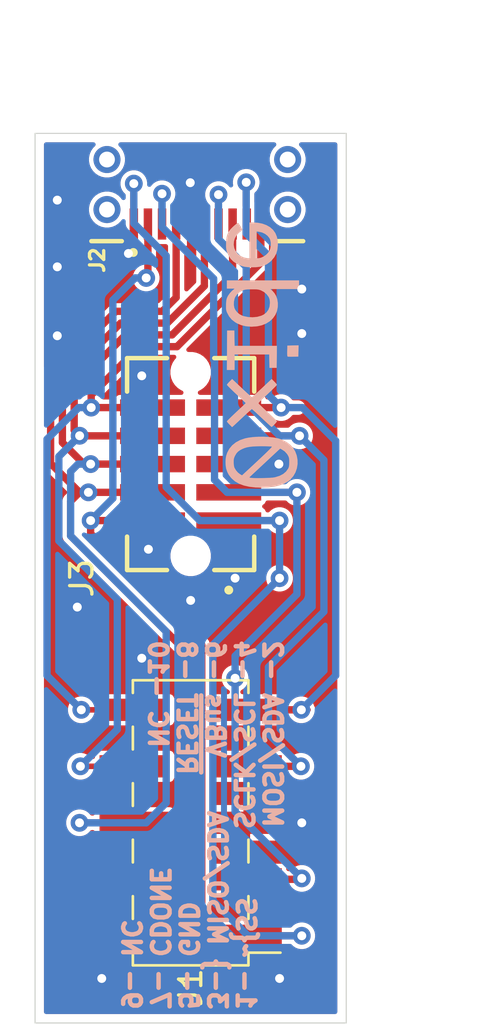
<source format=kicad_pcb>
(kicad_pcb (version 20171130) (host pcbnew "(5.1.10)-1")

  (general
    (thickness 1.6)
    (drawings 9)
    (tracks 206)
    (zones 0)
    (modules 4)
    (nets 11)
  )

  (page A4)
  (layers
    (0 F.Cu signal)
    (1 In1.Cu signal)
    (2 In2.Cu signal)
    (31 B.Cu signal)
    (32 B.Adhes user)
    (33 F.Adhes user)
    (34 B.Paste user)
    (35 F.Paste user)
    (36 B.SilkS user)
    (37 F.SilkS user)
    (38 B.Mask user)
    (39 F.Mask user)
    (40 Dwgs.User user hide)
    (41 Cmts.User user)
    (42 Eco1.User user)
    (43 Eco2.User user hide)
    (44 Edge.Cuts user)
    (45 Margin user)
    (46 B.CrtYd user hide)
    (47 F.CrtYd user hide)
    (48 B.Fab user hide)
    (49 F.Fab user)
  )

  (setup
    (last_trace_width 0.25)
    (trace_clearance 0.2)
    (zone_clearance 0.2)
    (zone_45_only no)
    (trace_min 0.2)
    (via_size 0.8)
    (via_drill 0.4)
    (via_min_size 0.4)
    (via_min_drill 0.3)
    (uvia_size 0.3)
    (uvia_drill 0.1)
    (uvias_allowed no)
    (uvia_min_size 0.2)
    (uvia_min_drill 0.1)
    (edge_width 0.05)
    (segment_width 0.2)
    (pcb_text_width 0.3)
    (pcb_text_size 1.5 1.5)
    (mod_edge_width 0.12)
    (mod_text_size 1 1)
    (mod_text_width 0.15)
    (pad_size 1.524 1.524)
    (pad_drill 0.762)
    (pad_to_mask_clearance 0)
    (aux_axis_origin 0 0)
    (visible_elements 7FFFFFFF)
    (pcbplotparams
      (layerselection 0x010fc_ffffffff)
      (usegerberextensions false)
      (usegerberattributes false)
      (usegerberadvancedattributes false)
      (creategerberjobfile true)
      (excludeedgelayer true)
      (linewidth 0.100000)
      (plotframeref false)
      (viasonmask false)
      (mode 1)
      (useauxorigin false)
      (hpglpennumber 1)
      (hpglpenspeed 20)
      (hpglpendiameter 15.000000)
      (psnegative false)
      (psa4output false)
      (plotreference true)
      (plotvalue true)
      (plotinvisibletext false)
      (padsonsilk false)
      (subtractmaskfromsilk false)
      (outputformat 1)
      (mirror false)
      (drillshape 0)
      (scaleselection 1)
      (outputdirectory "gerbers/"))
  )

  (net 0 "")
  (net 1 "Net-(J1-Pad10)")
  (net 2 "Net-(J1-Pad9)")
  (net 3 "Net-(J1-Pad8)")
  (net 4 "Net-(J1-Pad7)")
  (net 5 "Net-(J1-Pad6)")
  (net 6 "Net-(J1-Pad4)")
  (net 7 "Net-(J1-Pad3)")
  (net 8 "Net-(J1-Pad2)")
  (net 9 "Net-(J1-Pad1)")
  (net 10 GND)

  (net_class Default "This is the default net class."
    (clearance 0.2)
    (trace_width 0.25)
    (via_dia 0.8)
    (via_drill 0.4)
    (uvia_dia 0.3)
    (uvia_drill 0.1)
    (add_net GND)
    (add_net "Net-(J1-Pad1)")
    (add_net "Net-(J1-Pad10)")
    (add_net "Net-(J1-Pad2)")
    (add_net "Net-(J1-Pad3)")
    (add_net "Net-(J1-Pad4)")
    (add_net "Net-(J1-Pad6)")
    (add_net "Net-(J1-Pad7)")
    (add_net "Net-(J1-Pad8)")
    (add_net "Net-(J1-Pad9)")
  )

  (net_class tracks ""
    (clearance 0.2)
    (trace_width 0.33)
    (via_dia 0.8)
    (via_drill 0.4)
    (uvia_dia 0.3)
    (uvia_drill 0.1)
  )

  (module tps:OXIDE_Wordmark (layer B.Cu) (tedit 0) (tstamp 6178DD95)
    (at 116.1 110 90)
    (fp_text reference Ref** (at 0 0 90) (layer B.SilkS) hide
      (effects (font (size 1.27 1.27) (thickness 0.15)) (justify mirror))
    )
    (fp_text value Val** (at 0 0 90) (layer B.SilkS) hide
      (effects (font (size 1.27 1.27) (thickness 0.15)) (justify mirror))
    )
    (fp_poly (pts (xy -4.675036 -1.295936) (xy -4.484656 -1.330601) (xy -4.303736 -1.397947) (xy -4.138338 -1.497972)
      (xy -4.010642 -1.612812) (xy -3.905713 -1.748637) (xy -3.813444 -1.911425) (xy -3.741802 -2.086071)
      (xy -3.717102 -2.169583) (xy -3.679445 -2.36016) (xy -3.65476 -2.57884) (xy -3.643045 -2.813861)
      (xy -3.644295 -3.053461) (xy -3.658509 -3.285876) (xy -3.685684 -3.499345) (xy -3.717443 -3.65125)
      (xy -3.792811 -3.872625) (xy -3.896265 -4.065046) (xy -4.026248 -4.226827) (xy -4.181206 -4.356277)
      (xy -4.359582 -4.45171) (xy -4.497072 -4.497246) (xy -4.625221 -4.519042) (xy -4.77358 -4.527006)
      (xy -4.923384 -4.521187) (xy -5.055873 -4.501634) (xy -5.08 -4.495717) (xy -5.221341 -4.449057)
      (xy -5.342254 -4.387037) (xy -5.458698 -4.300619) (xy -5.517536 -4.247963) (xy -5.645956 -4.100054)
      (xy -5.750039 -3.919151) (xy -5.798739 -3.788478) (xy -5.380564 -3.788478) (xy -5.323576 -3.88572)
      (xy -5.252501 -3.97668) (xy -5.155233 -4.061004) (xy -5.04746 -4.125888) (xy -5.009813 -4.141765)
      (xy -4.954996 -4.154317) (xy -4.87476 -4.163773) (xy -4.786007 -4.168172) (xy -4.781756 -4.168223)
      (xy -4.688807 -4.166501) (xy -4.618593 -4.156304) (xy -4.551732 -4.133416) (xy -4.491562 -4.105105)
      (xy -4.388118 -4.044131) (xy -4.307787 -3.972214) (xy -4.240409 -3.878379) (xy -4.187276 -3.776484)
      (xy -4.147029 -3.679713) (xy -4.115956 -3.577173) (xy -4.093113 -3.462092) (xy -4.077559 -3.327698)
      (xy -4.068352 -3.167219) (xy -4.06455 -2.973884) (xy -4.064324 -2.89268) (xy -4.06524 -2.761313)
      (xy -4.067605 -2.64363) (xy -4.071157 -2.546483) (xy -4.075633 -2.476725) (xy -4.080768 -2.44121)
      (xy -4.081745 -2.438978) (xy -4.094028 -2.441494) (xy -4.123059 -2.463443) (xy -4.170037 -2.506065)
      (xy -4.23616 -2.5706) (xy -4.322628 -2.658287) (xy -4.430637 -2.770367) (xy -4.561386 -2.90808)
      (xy -4.716075 -3.072664) (xy -4.8959 -3.265361) (xy -5.102061 -3.487409) (xy -5.258427 -3.656364)
      (xy -5.380564 -3.788478) (xy -5.798739 -3.788478) (xy -5.829916 -3.704824) (xy -5.885719 -3.456641)
      (xy -5.917578 -3.174173) (xy -5.920965 -3.06725) (xy -5.504662 -3.06725) (xy -5.503266 -3.196776)
      (xy -5.499525 -3.305294) (xy -5.493293 -3.384085) (xy -5.489761 -3.406902) (xy -5.478905 -3.45141)
      (xy -5.465795 -3.459718) (xy -5.440946 -3.437338) (xy -5.439691 -3.436006) (xy -5.417811 -3.412621)
      (xy -5.370257 -3.361692) (xy -5.300223 -3.286644) (xy -5.210901 -3.190898) (xy -5.105485 -3.077877)
      (xy -4.987167 -2.951004) (xy -4.859139 -2.813702) (xy -4.786158 -2.735427) (xy -4.169124 -2.073604)
      (xy -4.204129 -2.005177) (xy -4.297501 -1.864449) (xy -4.417059 -1.756702) (xy -4.469902 -1.724003)
      (xy -4.527593 -1.694193) (xy -4.578296 -1.675714) (xy -4.635368 -1.665911) (xy -4.712168 -1.662129)
      (xy -4.783667 -1.661642) (xy -4.886598 -1.663391) (xy -4.959796 -1.669942) (xy -5.015772 -1.683349)
      (xy -5.067037 -1.705672) (xy -5.074146 -1.70941) (xy -5.207306 -1.804256) (xy -5.316898 -1.933523)
      (xy -5.402116 -2.095939) (xy -5.462155 -2.29023) (xy -5.471929 -2.337253) (xy -5.481551 -2.409705)
      (xy -5.489701 -2.513469) (xy -5.496232 -2.639826) (xy -5.501 -2.780055) (xy -5.503858 -2.925436)
      (xy -5.504662 -3.06725) (xy -5.920965 -3.06725) (xy -5.925933 -2.910417) (xy -5.914068 -2.600423)
      (xy -5.878318 -2.324734) (xy -5.818457 -2.082548) (xy -5.734256 -1.873062) (xy -5.625486 -1.695474)
      (xy -5.556692 -1.612812) (xy -5.409932 -1.484077) (xy -5.242326 -1.388021) (xy -5.059933 -1.324646)
      (xy -4.868816 -1.293951) (xy -4.675036 -1.295936)) (layer B.SilkS) (width 0.01))
    (fp_poly (pts (xy 3.386667 -4.466167) (xy 3.026833 -4.466167) (xy 3.025723 -4.280958) (xy 3.024809 -4.193153)
      (xy 3.022307 -4.141869) (xy 3.016632 -4.121294) (xy 3.006198 -4.125615) (xy 2.989657 -4.148667)
      (xy 2.913923 -4.241229) (xy 2.81436 -4.332869) (xy 2.707379 -4.409508) (xy 2.648073 -4.441689)
      (xy 2.586272 -4.467532) (xy 2.526031 -4.484597) (xy 2.454926 -4.495061) (xy 2.360532 -4.5011)
      (xy 2.296583 -4.503257) (xy 2.188544 -4.505218) (xy 2.110537 -4.502959) (xy 2.050348 -4.494936)
      (xy 1.995759 -4.479605) (xy 1.941622 -4.458411) (xy 1.769417 -4.366065) (xy 1.625772 -4.244667)
      (xy 1.507305 -4.090976) (xy 1.449501 -3.987184) (xy 1.376628 -3.807217) (xy 1.332 -3.614466)
      (xy 1.313492 -3.39892) (xy 1.312701 -3.342427) (xy 1.315068 -3.308179) (xy 1.726857 -3.308179)
      (xy 1.737445 -3.513563) (xy 1.778293 -3.710359) (xy 1.801156 -3.778709) (xy 1.863899 -3.900174)
      (xy 1.952014 -4.007591) (xy 2.055875 -4.09112) (xy 2.151381 -4.136647) (xy 2.284939 -4.161085)
      (xy 2.430516 -4.157493) (xy 2.57005 -4.127296) (xy 2.64139 -4.098001) (xy 2.763556 -4.013489)
      (xy 2.866549 -3.896475) (xy 2.943361 -3.755009) (xy 2.946097 -3.748179) (xy 2.965858 -3.692102)
      (xy 2.979273 -3.63535) (xy 2.987529 -3.567793) (xy 2.99181 -3.4793) (xy 2.993301 -3.359738)
      (xy 2.993346 -3.344333) (xy 2.992785 -3.222928) (xy 2.989645 -3.133553) (xy 2.982691 -3.065927)
      (xy 2.970692 -3.009768) (xy 2.952414 -2.954794) (xy 2.944055 -2.933302) (xy 2.871555 -2.797929)
      (xy 2.772882 -2.681421) (xy 2.657228 -2.5941) (xy 2.628233 -2.578762) (xy 2.553021 -2.549476)
      (xy 2.469946 -2.534348) (xy 2.370667 -2.530084) (xy 2.205827 -2.547664) (xy 2.062966 -2.601205)
      (xy 1.943558 -2.689701) (xy 1.849077 -2.812145) (xy 1.796725 -2.922302) (xy 1.746595 -3.106871)
      (xy 1.726857 -3.308179) (xy 1.315068 -3.308179) (xy 1.328745 -3.110308) (xy 1.376439 -2.896776)
      (xy 1.453815 -2.704978) (xy 1.558906 -2.538059) (xy 1.689747 -2.399166) (xy 1.844369 -2.291446)
      (xy 2.014325 -2.219987) (xy 2.190878 -2.184401) (xy 2.372311 -2.180516) (xy 2.54669 -2.207608)
      (xy 2.694497 -2.26116) (xy 2.809611 -2.33033) (xy 2.90569 -2.411953) (xy 2.919886 -2.427341)
      (xy 3.005667 -2.524793) (xy 3.005667 -1.227667) (xy 3.386667 -1.227667) (xy 3.386667 -4.466167)) (layer B.SilkS) (width 0.01))
    (fp_poly (pts (xy 5.195858 -2.191101) (xy 5.351424 -2.224508) (xy 5.496818 -2.284052) (xy 5.52461 -2.298686)
      (xy 5.661763 -2.396914) (xy 5.777677 -2.528698) (xy 5.870384 -2.689902) (xy 5.937911 -2.876388)
      (xy 5.97829 -3.08402) (xy 5.989799 -3.275542) (xy 5.990167 -3.450167) (xy 4.375577 -3.450167)
      (xy 4.387599 -3.566646) (xy 4.419248 -3.710276) (xy 4.480202 -3.849328) (xy 4.562991 -3.967663)
      (xy 4.583227 -3.989149) (xy 4.704753 -4.082705) (xy 4.842227 -4.141264) (xy 4.988879 -4.165553)
      (xy 5.13794 -4.156296) (xy 5.282642 -4.11422) (xy 5.416215 -4.04005) (xy 5.531889 -3.934511)
      (xy 5.57199 -3.883166) (xy 5.613935 -3.830594) (xy 5.650636 -3.796349) (xy 5.667095 -3.788833)
      (xy 5.701578 -3.799071) (xy 5.756696 -3.825462) (xy 5.821584 -3.861521) (xy 5.885378 -3.900764)
      (xy 5.937211 -3.936707) (xy 5.966219 -3.962865) (xy 5.969 -3.969017) (xy 5.954799 -4.002263)
      (xy 5.917016 -4.056215) (xy 5.862882 -4.122552) (xy 5.799625 -4.192948) (xy 5.734477 -4.259082)
      (xy 5.674667 -4.312629) (xy 5.661545 -4.322961) (xy 5.558467 -4.39322) (xy 5.456769 -4.442925)
      (xy 5.345387 -4.475415) (xy 5.213256 -4.494026) (xy 5.069417 -4.50162) (xy 4.945993 -4.50328)
      (xy 4.853446 -4.500062) (xy 4.780501 -4.490993) (xy 4.715881 -4.475103) (xy 4.699 -4.469717)
      (xy 4.514781 -4.393684) (xy 4.362876 -4.296445) (xy 4.238456 -4.173225) (xy 4.13669 -4.019245)
      (xy 4.053277 -3.831167) (xy 4.027956 -3.75666) (xy 4.010247 -3.686977) (xy 3.998339 -3.610391)
      (xy 3.990417 -3.515173) (xy 3.984671 -3.389598) (xy 3.98456 -3.386545) (xy 3.985851 -3.166055)
      (xy 3.997281 -3.069961) (xy 4.3815 -3.069961) (xy 4.3815 -3.132667) (xy 5.593896 -3.132667)
      (xy 5.581517 -3.028145) (xy 5.547595 -2.88332) (xy 5.484744 -2.750843) (xy 5.398629 -2.638628)
      (xy 5.294913 -2.554588) (xy 5.215802 -2.517081) (xy 5.092361 -2.491781) (xy 4.953942 -2.490709)
      (xy 4.819655 -2.512989) (xy 4.745827 -2.5386) (xy 4.637937 -2.60546) (xy 4.540475 -2.700911)
      (xy 4.46056 -2.814571) (xy 4.405311 -2.936058) (xy 4.381845 -3.05499) (xy 4.3815 -3.069961)
      (xy 3.997281 -3.069961) (xy 4.008364 -2.976795) (xy 4.054246 -2.812201) (xy 4.125643 -2.665711)
      (xy 4.2247 -2.530763) (xy 4.285953 -2.46488) (xy 4.430745 -2.342614) (xy 4.588767 -2.256049)
      (xy 4.765543 -2.203035) (xy 4.966595 -2.181424) (xy 5.0165 -2.180669) (xy 5.195858 -2.191101)) (layer B.SilkS) (width 0.01))
    (fp_poly (pts (xy -1.278401 -2.236675) (xy -1.232394 -2.274179) (xy -1.175575 -2.327482) (xy -1.164476 -2.338604)
      (xy -1.049814 -2.454708) (xy -1.103129 -2.513229) (xy -1.13245 -2.544928) (xy -1.186016 -2.602362)
      (xy -1.259056 -2.680436) (xy -1.346803 -2.774056) (xy -1.444487 -2.878129) (xy -1.509555 -2.947376)
      (xy -1.607632 -3.052641) (xy -1.69524 -3.148461) (xy -1.768403 -3.23034) (xy -1.823143 -3.293779)
      (xy -1.855484 -3.334282) (xy -1.862667 -3.34667) (xy -1.848708 -3.368232) (xy -1.809574 -3.415706)
      (xy -1.749382 -3.484439) (xy -1.672247 -3.569779) (xy -1.582283 -3.667072) (xy -1.530274 -3.72246)
      (xy -1.429905 -3.828826) (xy -1.334877 -3.929606) (xy -1.250562 -4.019096) (xy -1.182332 -4.091593)
      (xy -1.135559 -4.141396) (xy -1.123676 -4.154097) (xy -1.049471 -4.233611) (xy -1.164304 -4.349889)
      (xy -1.222249 -4.405368) (xy -1.271173 -4.446457) (xy -1.301965 -4.465624) (xy -1.304999 -4.466167)
      (xy -1.325712 -4.451257) (xy -1.371111 -4.409195) (xy -1.437216 -4.343982) (xy -1.520047 -4.259616)
      (xy -1.615625 -4.160098) (xy -1.719972 -4.049428) (xy -1.726133 -4.042833) (xy -1.829946 -3.931909)
      (xy -1.92406 -3.831844) (xy -2.004703 -3.746609) (xy -2.068103 -3.680173) (xy -2.110489 -3.636506)
      (xy -2.128089 -3.619581) (xy -2.1283 -3.6195) (xy -2.14396 -3.634337) (xy -2.184679 -3.676202)
      (xy -2.246686 -3.741124) (xy -2.326208 -3.825133) (xy -2.419474 -3.924259) (xy -2.522712 -4.03453)
      (xy -2.530466 -4.042833) (xy -2.635144 -4.154006) (xy -2.731217 -4.25426) (xy -2.814718 -4.339596)
      (xy -2.881679 -4.406016) (xy -2.928132 -4.449521) (xy -2.95011 -4.466114) (xy -2.950551 -4.466167)
      (xy -2.9764 -4.452) (xy -3.022183 -4.414524) (xy -3.078839 -4.361278) (xy -3.089661 -4.35043)
      (xy -3.20396 -4.234694) (xy -3.163022 -4.187491) (xy -3.137532 -4.159344) (xy -3.087508 -4.105161)
      (xy -3.017418 -4.029744) (xy -2.931732 -3.937892) (xy -2.834919 -3.834408) (xy -2.756958 -3.751263)
      (xy -2.657313 -3.644485) (xy -2.568028 -3.54764) (xy -2.492995 -3.465045) (xy -2.436104 -3.401014)
      (xy -2.401246 -3.359866) (xy -2.391833 -3.34623) (xy -2.405771 -3.32722) (xy -2.445112 -3.281569)
      (xy -2.506148 -3.213371) (xy -2.585174 -3.126721) (xy -2.678482 -3.025713) (xy -2.782364 -2.914442)
      (xy -2.794 -2.902046) (xy -2.898788 -2.789951) (xy -2.993402 -2.687724) (xy -3.074136 -2.599449)
      (xy -3.137284 -2.529214) (xy -3.17914 -2.481106) (xy -3.195998 -2.459211) (xy -3.196167 -2.458586)
      (xy -3.181583 -2.43494) (xy -3.144171 -2.39306) (xy -3.093436 -2.342035) (xy -3.038887 -2.290951)
      (xy -2.990029 -2.248899) (xy -2.956371 -2.224965) (xy -2.9492 -2.2225) (xy -2.928912 -2.237398)
      (xy -2.884166 -2.279297) (xy -2.819124 -2.343998) (xy -2.737944 -2.427307) (xy -2.644786 -2.525027)
      (xy -2.566263 -2.608792) (xy -2.465051 -2.717232) (xy -2.371404 -2.817005) (xy -2.289805 -2.90338)
      (xy -2.224733 -2.971627) (xy -2.180673 -3.017015) (xy -2.164327 -3.033018) (xy -2.150973 -3.043357)
      (xy -2.136607 -3.047203) (xy -2.117706 -3.041451) (xy -2.090744 -3.022995) (xy -2.052198 -2.988731)
      (xy -1.998543 -2.935552) (xy -1.926255 -2.860354) (xy -1.83181 -2.760032) (xy -1.725917 -2.646726)
      (xy -1.621117 -2.535419) (xy -1.524885 -2.435029) (xy -1.441189 -2.349554) (xy -1.373999 -2.282987)
      (xy -1.327284 -2.239325) (xy -1.305013 -2.222563) (xy -1.304514 -2.2225) (xy -1.278401 -2.236675)) (layer B.SilkS) (width 0.01))
    (fp_poly (pts (xy 0.4445 -4.126451) (xy 0.788458 -4.132267) (xy 1.132417 -4.138083) (xy 1.132417 -4.455583)
      (xy 0.248708 -4.461107) (xy -0.635 -4.466631) (xy -0.635 -4.1275) (xy 0.0635 -4.1275)
      (xy 0.0635 -2.562329) (xy -0.53975 -2.550583) (xy -0.53975 -2.233083) (xy -0.047625 -2.227401)
      (xy 0.4445 -2.22172) (xy 0.4445 -4.126451)) (layer B.SilkS) (width 0.01))
    (fp_poly (pts (xy 0.461052 -1.496864) (xy 0.455083 -1.74625) (xy 0.216561 -1.752238) (xy 0.107024 -1.753809)
      (xy 0.033471 -1.751636) (xy -0.010329 -1.745156) (xy -0.030606 -1.733803) (xy -0.03293 -1.729641)
      (xy -0.036949 -1.697466) (xy -0.039086 -1.633332) (xy -0.039137 -1.547579) (xy -0.037825 -1.480236)
      (xy -0.03175 -1.259417) (xy 0.217636 -1.253447) (xy 0.467022 -1.247478) (xy 0.461052 -1.496864)) (layer B.SilkS) (width 0.01))
  )

  (module samtec:SAMTEC_TFC-105-02-F-D-A-K (layer F.Cu) (tedit 617701CA) (tstamp 61775A17)
    (at 110 114.87 90)
    (path /61774F3C)
    (fp_text reference J3 (at -5.13 -4.9 90) (layer F.SilkS)
      (effects (font (size 1 1) (thickness 0.15)))
    )
    (fp_text value TFC-105-02-F-D-A-K (at 10.11 5.04 90) (layer F.Fab)
      (effects (font (size 1 1) (thickness 0.15)))
    )
    (fp_circle (center -5.665 1.715) (end -5.565 1.715) (layer F.Fab) (width 0.2))
    (fp_circle (center -5.665 1.715) (end -5.565 1.715) (layer F.SilkS) (width 0.2))
    (fp_line (start 5.265 3.425) (end -5.265 3.425) (layer F.CrtYd) (width 0.05))
    (fp_line (start 5.265 -3.425) (end 5.265 3.425) (layer F.CrtYd) (width 0.05))
    (fp_line (start -5.265 -3.425) (end 5.265 -3.425) (layer F.CrtYd) (width 0.05))
    (fp_line (start -5.265 3.425) (end -5.265 -3.425) (layer F.CrtYd) (width 0.05))
    (fp_line (start 4.765 2.86) (end 4.765 1.06366) (layer F.SilkS) (width 0.2))
    (fp_line (start 4.765 -1.06366) (end 4.765 -2.86) (layer F.SilkS) (width 0.2))
    (fp_line (start -4.765 1.06366) (end -4.765 2.86) (layer F.SilkS) (width 0.2))
    (fp_line (start -4.765 -2.86) (end -4.765 -1.06366) (layer F.SilkS) (width 0.2))
    (fp_line (start -3.26 2.86) (end -4.765 2.86) (layer F.SilkS) (width 0.2))
    (fp_line (start 3.26 2.86) (end 4.765 2.86) (layer F.SilkS) (width 0.2))
    (fp_line (start 3.26 -2.86) (end 4.765 -2.86) (layer F.SilkS) (width 0.2))
    (fp_line (start -4.765 -2.86) (end -3.26 -2.86) (layer F.SilkS) (width 0.2))
    (fp_line (start 4.765 -2.86) (end 4.765 2.86) (layer F.Fab) (width 0.1))
    (fp_line (start -4.765 -2.86) (end 4.765 -2.86) (layer F.Fab) (width 0.1))
    (fp_line (start -4.765 2.86) (end -4.765 -2.86) (layer F.Fab) (width 0.1))
    (fp_line (start 4.765 2.86) (end -4.765 2.86) (layer F.Fab) (width 0.1))
    (fp_line (start 4.765 -2.86) (end 4.765 2.86) (layer F.Fab) (width 0.1))
    (fp_line (start -4.765 -2.86) (end 4.765 -2.86) (layer F.Fab) (width 0.1))
    (fp_line (start -4.765 2.86) (end -4.765 -2.86) (layer F.Fab) (width 0.1))
    (pad 10 smd rect (at 2.54 -1.715 90) (size 0.74 2.92) (layers F.Cu F.Paste F.Mask)
      (net 1 "Net-(J1-Pad10)"))
    (pad 09 smd rect (at 2.54 1.715 90) (size 0.74 2.92) (layers F.Cu F.Paste F.Mask)
      (net 2 "Net-(J1-Pad9)"))
    (pad 08 smd rect (at 1.27 -1.715 90) (size 0.74 2.92) (layers F.Cu F.Paste F.Mask)
      (net 3 "Net-(J1-Pad8)"))
    (pad 07 smd rect (at 1.27 1.715 90) (size 0.74 2.92) (layers F.Cu F.Paste F.Mask)
      (net 4 "Net-(J1-Pad7)"))
    (pad 06 smd rect (at 0 -1.715 90) (size 0.74 2.92) (layers F.Cu F.Paste F.Mask)
      (net 5 "Net-(J1-Pad6)"))
    (pad 05 smd rect (at 0 1.715 90) (size 0.74 2.92) (layers F.Cu F.Paste F.Mask)
      (net 10 GND))
    (pad 04 smd rect (at -1.27 -1.715 90) (size 0.74 2.92) (layers F.Cu F.Paste F.Mask)
      (net 6 "Net-(J1-Pad4)"))
    (pad 03 smd rect (at -1.27 1.715 90) (size 0.74 2.92) (layers F.Cu F.Paste F.Mask)
      (net 7 "Net-(J1-Pad3)"))
    (pad 02 smd rect (at -2.54 -1.715 90) (size 0.74 2.92) (layers F.Cu F.Paste F.Mask)
      (net 8 "Net-(J1-Pad2)"))
    (pad 01 smd rect (at -2.54 1.715 90) (size 0.74 2.92) (layers F.Cu F.Paste F.Mask)
      (net 9 "Net-(J1-Pad1)"))
    (pad None np_thru_hole circle (at 4.13 0 90) (size 1.42 1.42) (drill 1.42) (layers *.Cu *.Mask))
    (pad None np_thru_hole circle (at -4.13 0 90) (size 1.42 1.42) (drill 1.42) (layers *.Cu *.Mask))
    (model C:/oxide/gemini-bringup/samtec_dbg/samtec/TFC-105-02-F-D-A-K.step
      (at (xyz 0 0 0))
      (scale (xyz 1 1 1))
      (rotate (xyz -90 0 0))
    )
  )

  (module samtec:SAMTEC_SFM-105-02-X-DH-XX (layer F.Cu) (tedit 6178334D) (tstamp 61788809)
    (at 110.3 102.3)
    (path /617865F3)
    (fp_text reference J2 (at -4.5 3.4 90) (layer F.SilkS)
      (effects (font (size 0.64 0.64) (thickness 0.15)))
    )
    (fp_text value SFM-105-02-X-DH-XX (at 5.36 4.8886) (layer F.Fab)
      (effects (font (size 0.64 0.64) (thickness 0.15)))
    )
    (fp_text user PCB-Edge (at 6.08 -2.385) (layer F.Fab)
      (effects (font (size 0.48 0.48) (thickness 0.15)))
    )
    (fp_line (start -3.615 -2.785) (end -5.7125 -2.785) (layer F.CrtYd) (width 0.05))
    (fp_line (start -3.615 -7.485) (end -3.615 -2.785) (layer F.CrtYd) (width 0.05))
    (fp_line (start 3.615 -7.485) (end -3.615 -7.485) (layer F.CrtYd) (width 0.05))
    (fp_line (start 3.615 -2.785) (end 3.615 -7.485) (layer F.CrtYd) (width 0.05))
    (fp_line (start 5.7125 -2.785) (end 3.615 -2.785) (layer F.CrtYd) (width 0.05))
    (fp_line (start 5.7125 2.795) (end 5.7125 -2.785) (layer F.CrtYd) (width 0.05))
    (fp_line (start -5.7125 2.795) (end 5.7125 2.795) (layer F.CrtYd) (width 0.05))
    (fp_line (start -5.7125 -2.785) (end -5.7125 2.795) (layer F.CrtYd) (width 0.05))
    (fp_circle (center -2.88 3.055) (end -2.78 3.055) (layer F.SilkS) (width 0.2))
    (fp_circle (center -2.88 3.055) (end -2.78 3.055) (layer F.Fab) (width 0.2))
    (fp_line (start 3.3975 2.545) (end 4.7625 2.545) (layer F.SilkS) (width 0.2))
    (fp_line (start -4.765 2.545) (end -3.3975 2.545) (layer F.SilkS) (width 0.2))
    (fp_circle (center -4.4475 1.205) (end -3.94 1.205) (layer F.Paste) (width 1.015))
    (fp_circle (center -4.4475 -1.205) (end -3.94 -1.205) (layer F.Paste) (width 1.015))
    (fp_circle (center 4.4475 -1.205) (end 4.955 -1.205) (layer F.Paste) (width 1.015))
    (fp_circle (center 4.4475 1.205) (end 4.955 1.205) (layer F.Paste) (width 1.015))
    (fp_line (start -7.25 -2.265) (end 6.75 -2.265) (layer F.Fab) (width 0.1))
    (fp_line (start -3.365 -2.535) (end -4.765 -2.535) (layer F.Fab) (width 0.1))
    (fp_line (start -3.365 -7.235) (end -3.365 -2.535) (layer F.Fab) (width 0.1))
    (fp_line (start 3.365 -7.235) (end -3.365 -7.235) (layer F.Fab) (width 0.1))
    (fp_line (start 3.365 -2.535) (end 3.365 -7.235) (layer F.Fab) (width 0.1))
    (fp_line (start 4.765 -2.535) (end 3.365 -2.535) (layer F.Fab) (width 0.1))
    (fp_line (start 4.765 2.545) (end 4.765 -2.535) (layer F.Fab) (width 0.1))
    (fp_line (start -4.765 2.545) (end 4.765 2.545) (layer F.Fab) (width 0.1))
    (fp_line (start -4.765 -2.535) (end -4.765 2.545) (layer F.Fab) (width 0.1))
    (pad S4 thru_hole circle (at 4.0645 -1.125) (size 1.218 1.218) (drill 0.71) (layers *.Cu *.Mask))
    (pad S3 thru_hole circle (at -4.0645 -1.125) (size 1.218 1.218) (drill 0.71) (layers *.Cu *.Mask))
    (pad S2 thru_hole circle (at 4.0645 1.125) (size 1.218 1.218) (drill 0.71) (layers *.Cu *.Mask))
    (pad S1 thru_hole circle (at -4.0645 1.125) (size 1.218 1.218) (drill 0.71) (layers *.Cu *.Mask))
    (pad 10 smd rect (at 2.8575 1.775) (size 0.38 1.4) (layers F.Cu F.Paste F.Mask)
      (net 1 "Net-(J1-Pad10)"))
    (pad 09 smd rect (at 2.2225 1.775) (size 0.38 1.4) (layers F.Cu F.Paste F.Mask)
      (net 2 "Net-(J1-Pad9)"))
    (pad 08 smd rect (at 1.5875 1.775) (size 0.38 1.4) (layers F.Cu F.Paste F.Mask)
      (net 3 "Net-(J1-Pad8)"))
    (pad 07 smd rect (at 0.9525 1.775) (size 0.38 1.4) (layers F.Cu F.Paste F.Mask)
      (net 4 "Net-(J1-Pad7)"))
    (pad 06 smd rect (at 0.3175 1.775) (size 0.38 1.4) (layers F.Cu F.Paste F.Mask)
      (net 5 "Net-(J1-Pad6)"))
    (pad 05 smd rect (at -0.3175 1.775) (size 0.38 1.4) (layers F.Cu F.Paste F.Mask)
      (net 10 GND))
    (pad 04 smd rect (at -0.9525 1.775) (size 0.38 1.4) (layers F.Cu F.Paste F.Mask)
      (net 6 "Net-(J1-Pad4)"))
    (pad 03 smd rect (at -1.5875 1.775) (size 0.38 1.4) (layers F.Cu F.Paste F.Mask)
      (net 7 "Net-(J1-Pad3)"))
    (pad 02 smd rect (at -2.2225 1.775) (size 0.38 1.4) (layers F.Cu F.Paste F.Mask)
      (net 8 "Net-(J1-Pad2)"))
    (pad 01 smd rect (at -2.8575 1.775) (size 0.38 1.4) (layers F.Cu F.Paste F.Mask)
      (net 9 "Net-(J1-Pad1)"))
    (model C:/oxide/gemini-bringup/samtec_dbg/samtec/SFM-105-02-X-DH-XX.step
      (offset (xyz 0 -2.5 2.5))
      (scale (xyz 1 1 1))
      (rotate (xyz 0 180 0))
    )
  )

  (module Connector_PinHeader_2.54mm:PinHeader_2x05_P2.54mm_Vertical_SMD (layer F.Cu) (tedit 59FED5CC) (tstamp 617759BC)
    (at 110 131 180)
    (descr "surface-mounted straight pin header, 2x05, 2.54mm pitch, double rows")
    (tags "Surface mounted pin header SMD 2x05 2.54mm double row")
    (path /6178146E)
    (attr smd)
    (fp_text reference J1 (at 0 -7.41 270) (layer F.SilkS)
      (effects (font (size 1 1) (thickness 0.15)))
    )
    (fp_text value Conn_02x05_Odd_Even (at 0 7.41) (layer F.Fab)
      (effects (font (size 1 1) (thickness 0.15)))
    )
    (fp_text user %R (at 0 0 90) (layer F.Fab)
      (effects (font (size 1 1) (thickness 0.15)))
    )
    (fp_line (start 2.54 6.35) (end -2.54 6.35) (layer F.Fab) (width 0.1))
    (fp_line (start -1.59 -6.35) (end 2.54 -6.35) (layer F.Fab) (width 0.1))
    (fp_line (start -2.54 6.35) (end -2.54 -5.4) (layer F.Fab) (width 0.1))
    (fp_line (start -2.54 -5.4) (end -1.59 -6.35) (layer F.Fab) (width 0.1))
    (fp_line (start 2.54 -6.35) (end 2.54 6.35) (layer F.Fab) (width 0.1))
    (fp_line (start -2.54 -5.4) (end -3.6 -5.4) (layer F.Fab) (width 0.1))
    (fp_line (start -3.6 -5.4) (end -3.6 -4.76) (layer F.Fab) (width 0.1))
    (fp_line (start -3.6 -4.76) (end -2.54 -4.76) (layer F.Fab) (width 0.1))
    (fp_line (start 2.54 -5.4) (end 3.6 -5.4) (layer F.Fab) (width 0.1))
    (fp_line (start 3.6 -5.4) (end 3.6 -4.76) (layer F.Fab) (width 0.1))
    (fp_line (start 3.6 -4.76) (end 2.54 -4.76) (layer F.Fab) (width 0.1))
    (fp_line (start -2.54 -2.86) (end -3.6 -2.86) (layer F.Fab) (width 0.1))
    (fp_line (start -3.6 -2.86) (end -3.6 -2.22) (layer F.Fab) (width 0.1))
    (fp_line (start -3.6 -2.22) (end -2.54 -2.22) (layer F.Fab) (width 0.1))
    (fp_line (start 2.54 -2.86) (end 3.6 -2.86) (layer F.Fab) (width 0.1))
    (fp_line (start 3.6 -2.86) (end 3.6 -2.22) (layer F.Fab) (width 0.1))
    (fp_line (start 3.6 -2.22) (end 2.54 -2.22) (layer F.Fab) (width 0.1))
    (fp_line (start -2.54 -0.32) (end -3.6 -0.32) (layer F.Fab) (width 0.1))
    (fp_line (start -3.6 -0.32) (end -3.6 0.32) (layer F.Fab) (width 0.1))
    (fp_line (start -3.6 0.32) (end -2.54 0.32) (layer F.Fab) (width 0.1))
    (fp_line (start 2.54 -0.32) (end 3.6 -0.32) (layer F.Fab) (width 0.1))
    (fp_line (start 3.6 -0.32) (end 3.6 0.32) (layer F.Fab) (width 0.1))
    (fp_line (start 3.6 0.32) (end 2.54 0.32) (layer F.Fab) (width 0.1))
    (fp_line (start -2.54 2.22) (end -3.6 2.22) (layer F.Fab) (width 0.1))
    (fp_line (start -3.6 2.22) (end -3.6 2.86) (layer F.Fab) (width 0.1))
    (fp_line (start -3.6 2.86) (end -2.54 2.86) (layer F.Fab) (width 0.1))
    (fp_line (start 2.54 2.22) (end 3.6 2.22) (layer F.Fab) (width 0.1))
    (fp_line (start 3.6 2.22) (end 3.6 2.86) (layer F.Fab) (width 0.1))
    (fp_line (start 3.6 2.86) (end 2.54 2.86) (layer F.Fab) (width 0.1))
    (fp_line (start -2.54 4.76) (end -3.6 4.76) (layer F.Fab) (width 0.1))
    (fp_line (start -3.6 4.76) (end -3.6 5.4) (layer F.Fab) (width 0.1))
    (fp_line (start -3.6 5.4) (end -2.54 5.4) (layer F.Fab) (width 0.1))
    (fp_line (start 2.54 4.76) (end 3.6 4.76) (layer F.Fab) (width 0.1))
    (fp_line (start 3.6 4.76) (end 3.6 5.4) (layer F.Fab) (width 0.1))
    (fp_line (start 3.6 5.4) (end 2.54 5.4) (layer F.Fab) (width 0.1))
    (fp_line (start -2.6 -6.41) (end 2.6 -6.41) (layer F.SilkS) (width 0.12))
    (fp_line (start -2.6 6.41) (end 2.6 6.41) (layer F.SilkS) (width 0.12))
    (fp_line (start -4.04 -5.84) (end -2.6 -5.84) (layer F.SilkS) (width 0.12))
    (fp_line (start -2.6 -6.41) (end -2.6 -5.84) (layer F.SilkS) (width 0.12))
    (fp_line (start 2.6 -6.41) (end 2.6 -5.84) (layer F.SilkS) (width 0.12))
    (fp_line (start -2.6 5.84) (end -2.6 6.41) (layer F.SilkS) (width 0.12))
    (fp_line (start 2.6 5.84) (end 2.6 6.41) (layer F.SilkS) (width 0.12))
    (fp_line (start -2.6 -4.32) (end -2.6 -3.3) (layer F.SilkS) (width 0.12))
    (fp_line (start 2.6 -4.32) (end 2.6 -3.3) (layer F.SilkS) (width 0.12))
    (fp_line (start -2.6 -1.78) (end -2.6 -0.76) (layer F.SilkS) (width 0.12))
    (fp_line (start 2.6 -1.78) (end 2.6 -0.76) (layer F.SilkS) (width 0.12))
    (fp_line (start -2.6 0.76) (end -2.6 1.78) (layer F.SilkS) (width 0.12))
    (fp_line (start 2.6 0.76) (end 2.6 1.78) (layer F.SilkS) (width 0.12))
    (fp_line (start -2.6 3.3) (end -2.6 4.32) (layer F.SilkS) (width 0.12))
    (fp_line (start 2.6 3.3) (end 2.6 4.32) (layer F.SilkS) (width 0.12))
    (fp_line (start -5.9 -6.85) (end -5.9 6.85) (layer F.CrtYd) (width 0.05))
    (fp_line (start -5.9 6.85) (end 5.9 6.85) (layer F.CrtYd) (width 0.05))
    (fp_line (start 5.9 6.85) (end 5.9 -6.85) (layer F.CrtYd) (width 0.05))
    (fp_line (start 5.9 -6.85) (end -5.9 -6.85) (layer F.CrtYd) (width 0.05))
    (pad 10 smd rect (at 2.525 5.08 180) (size 3.15 1) (layers F.Cu F.Paste F.Mask)
      (net 1 "Net-(J1-Pad10)"))
    (pad 9 smd rect (at -2.525 5.08 180) (size 3.15 1) (layers F.Cu F.Paste F.Mask)
      (net 2 "Net-(J1-Pad9)"))
    (pad 8 smd rect (at 2.525 2.54 180) (size 3.15 1) (layers F.Cu F.Paste F.Mask)
      (net 3 "Net-(J1-Pad8)"))
    (pad 7 smd rect (at -2.525 2.54 180) (size 3.15 1) (layers F.Cu F.Paste F.Mask)
      (net 4 "Net-(J1-Pad7)"))
    (pad 6 smd rect (at 2.525 0 180) (size 3.15 1) (layers F.Cu F.Paste F.Mask)
      (net 5 "Net-(J1-Pad6)"))
    (pad 5 smd rect (at -2.525 0 180) (size 3.15 1) (layers F.Cu F.Paste F.Mask)
      (net 10 GND))
    (pad 4 smd rect (at 2.525 -2.54 180) (size 3.15 1) (layers F.Cu F.Paste F.Mask)
      (net 6 "Net-(J1-Pad4)"))
    (pad 3 smd rect (at -2.525 -2.54 180) (size 3.15 1) (layers F.Cu F.Paste F.Mask)
      (net 7 "Net-(J1-Pad3)"))
    (pad 2 smd rect (at 2.525 -5.08 180) (size 3.15 1) (layers F.Cu F.Paste F.Mask)
      (net 8 "Net-(J1-Pad2)"))
    (pad 1 smd rect (at -2.525 -5.08 180) (size 3.15 1) (layers F.Cu F.Paste F.Mask)
      (net 9 "Net-(J1-Pad1)"))
    (model ${KISYS3DMOD}/Connector_PinHeader_2.54mm.3dshapes/PinHeader_2x05_P2.54mm_Vertical_SMD.wrl
      (at (xyz 0 0 0))
      (scale (xyz 1 1 1))
      (rotate (xyz 0 0 0))
    )
  )

  (gr_text "MOSI/SDA -2\nSCLK/SCL -4\nVBus -6\n~RESET~ -8\nNC -10" (at 111.1 122.7 -90) (layer B.SilkS) (tstamp 6178DC65)
    (effects (font (size 0.8 0.8) (thickness 0.2)) (justify right mirror))
  )
  (gr_text "1- ~SS\n3- MISO/SDA\n5- GND\n7- CDONE\n9- NC" (at 109.9 139.5 -90) (layer B.SilkS) (tstamp 6178DBF3)
    (effects (font (size 0.8 0.8) (thickness 0.2)) (justify left mirror))
  )
  (dimension 40 (width 0.15) (layer F.Fab)
    (gr_text "40.000 mm" (at 122.3 120 270) (layer F.Fab)
      (effects (font (size 1 1) (thickness 0.15)))
    )
    (feature1 (pts (xy 119 140) (xy 121.586421 140)))
    (feature2 (pts (xy 119 100) (xy 121.586421 100)))
    (crossbar (pts (xy 121 100) (xy 121 140)))
    (arrow1a (pts (xy 121 140) (xy 120.413579 138.873496)))
    (arrow1b (pts (xy 121 140) (xy 121.586421 138.873496)))
    (arrow2a (pts (xy 121 100) (xy 120.413579 101.126504)))
    (arrow2b (pts (xy 121 100) (xy 121.586421 101.126504)))
  )
  (dimension 14 (width 0.15) (layer F.Fab)
    (gr_text "14.000 mm" (at 110 97.3) (layer F.Fab)
      (effects (font (size 1 1) (thickness 0.15)))
    )
    (feature1 (pts (xy 103 95) (xy 103 96.586421)))
    (feature2 (pts (xy 117 95) (xy 117 96.586421)))
    (crossbar (pts (xy 117 96) (xy 103 96)))
    (arrow1a (pts (xy 103 96) (xy 104.126504 95.413579)))
    (arrow1b (pts (xy 103 96) (xy 104.126504 96.586421)))
    (arrow2a (pts (xy 117 96) (xy 115.873496 95.413579)))
    (arrow2b (pts (xy 117 96) (xy 115.873496 96.586421)))
  )
  (dimension 29 (width 0.15) (layer Dwgs.User)
    (gr_text "29.000 mm" (at 102.5 92.700001) (layer Dwgs.User)
      (effects (font (size 1 1) (thickness 0.15)))
    )
    (feature1 (pts (xy 88 100) (xy 88 93.41358)))
    (feature2 (pts (xy 117 100) (xy 117 93.41358)))
    (crossbar (pts (xy 117 94.000001) (xy 88 94.000001)))
    (arrow1a (pts (xy 88 94.000001) (xy 89.126504 93.41358)))
    (arrow1b (pts (xy 88 94.000001) (xy 89.126504 94.586422)))
    (arrow2a (pts (xy 117 94.000001) (xy 115.873496 93.41358)))
    (arrow2b (pts (xy 117 94.000001) (xy 115.873496 94.586422)))
  )
  (gr_line (start 103 140) (end 103 100) (layer Edge.Cuts) (width 0.05))
  (gr_line (start 117 140) (end 103 140) (layer Edge.Cuts) (width 0.05))
  (gr_line (start 117 100) (end 117 140) (layer Edge.Cuts) (width 0.05))
  (gr_line (start 103 100) (end 117 100) (layer Edge.Cuts) (width 0.05))

  (via (at 104 103) (size 0.8) (drill 0.4) (layers F.Cu B.Cu) (net 10))
  (via (at 104 106) (size 0.8) (drill 0.4) (layers F.Cu B.Cu) (net 10))
  (via (at 115 107) (size 0.8) (drill 0.4) (layers F.Cu B.Cu) (net 10))
  (via (at 115 109) (size 0.8) (drill 0.4) (layers F.Cu B.Cu) (net 10))
  (via (at 112 120) (size 0.8) (drill 0.4) (layers F.Cu B.Cu) (net 10))
  (via (at 110 121) (size 0.8) (drill 0.4) (layers F.Cu B.Cu) (net 10))
  (via (at 114 138) (size 0.8) (drill 0.4) (layers F.Cu B.Cu) (net 10))
  (via (at 106 138) (size 0.8) (drill 0.4) (layers F.Cu B.Cu) (net 10))
  (segment (start 107.475 125.92) (end 105.08 125.92) (width 0.25) (layer F.Cu) (net 1))
  (segment (start 105.08 125.92) (end 105.08 125.92) (width 0.25) (layer F.Cu) (net 1) (tstamp 61789948))
  (via (at 105.08 125.92) (size 0.8) (drill 0.4) (layers F.Cu B.Cu) (net 1))
  (segment (start 105.5 112.33) (end 105.5 112.33) (width 0.25) (layer F.Cu) (net 1) (tstamp 61789BE1))
  (via (at 105.525014 112.33) (size 0.8) (drill 0.4) (layers F.Cu B.Cu) (net 1))
  (segment (start 107.699296 109.590033) (end 105.525014 111.764315) (width 0.33) (layer F.Cu) (net 1))
  (segment (start 105.08 125.92) (end 103.53998 124.37998) (width 0.33) (layer B.Cu) (net 1))
  (segment (start 103.53998 124.37998) (end 103.53998 113.749349) (width 0.33) (layer B.Cu) (net 1))
  (segment (start 103.53998 113.749349) (end 104.959329 112.33) (width 0.33) (layer B.Cu) (net 1))
  (segment (start 105.525014 111.764315) (end 105.525014 112.33) (width 0.33) (layer F.Cu) (net 1))
  (segment (start 109.385791 109.590033) (end 107.699296 109.590033) (width 0.33) (layer F.Cu) (net 1))
  (segment (start 104.959329 112.33) (end 105.525014 112.33) (width 0.33) (layer B.Cu) (net 1))
  (segment (start 113.1575 105.818324) (end 109.385791 109.590033) (width 0.33) (layer F.Cu) (net 1))
  (segment (start 108.285 112.33) (end 105.525014 112.33) (width 0.33) (layer F.Cu) (net 1))
  (segment (start 113.1575 104.075) (end 113.1575 105.818324) (width 0.33) (layer F.Cu) (net 1))
  (segment (start 112.5225 103.8775) (end 112.5 103.855) (width 0.25) (layer F.Cu) (net 2))
  (segment (start 112.5225 104.075) (end 112.5225 103.8775) (width 0.25) (layer F.Cu) (net 2))
  (segment (start 112.5 103.855) (end 112.5 103.257498) (width 0.25) (layer F.Cu) (net 2))
  (segment (start 112.5 103.257498) (end 112.5 102.1) (width 0.33) (layer F.Cu) (net 2))
  (segment (start 112.5 102.1) (end 112.5 102.1) (width 0.25) (layer F.Cu) (net 2) (tstamp 61789756))
  (via (at 112.5 102.2) (size 0.8) (drill 0.4) (layers F.Cu B.Cu) (net 2))
  (segment (start 111.715 112.33) (end 114.07 112.33) (width 0.33) (layer F.Cu) (net 2))
  (segment (start 114.07 112.33) (end 114.07 112.33) (width 0.25) (layer F.Cu) (net 2) (tstamp 617897CE))
  (via (at 114.07 112.33) (size 0.8) (drill 0.4) (layers F.Cu B.Cu) (net 2))
  (segment (start 112.525 125.92) (end 114.98 125.92) (width 0.33) (layer F.Cu) (net 2))
  (segment (start 114.98 125.92) (end 115.28 125.92) (width 0.25) (layer F.Cu) (net 2) (tstamp 617897DC))
  (via (at 114.98 125.92) (size 0.8) (drill 0.4) (layers F.Cu B.Cu) (net 2))
  (segment (start 114.07 112.33) (end 114.83 112.33) (width 0.25) (layer F.Cu) (net 2))
  (segment (start 112.5 102.2) (end 112.5 104.5) (width 0.33) (layer B.Cu) (net 2))
  (segment (start 112.5 104.5) (end 113.5 105.5) (width 0.33) (layer B.Cu) (net 2))
  (segment (start 113.5 105.5) (end 113.5 111.76) (width 0.33) (layer B.Cu) (net 2))
  (segment (start 113.5 111.76) (end 114.07 112.33) (width 0.33) (layer B.Cu) (net 2))
  (segment (start 116.525021 113.825021) (end 116.525021 124.374979) (width 0.33) (layer B.Cu) (net 2))
  (segment (start 114.07 112.33) (end 115.03 112.33) (width 0.33) (layer B.Cu) (net 2))
  (segment (start 116.525021 124.374979) (end 114.98 125.92) (width 0.33) (layer B.Cu) (net 2))
  (segment (start 115.03 112.33) (end 116.525021 113.825021) (width 0.33) (layer B.Cu) (net 2))
  (segment (start 107.475 128.46) (end 105.04 128.46) (width 0.25) (layer F.Cu) (net 3))
  (segment (start 105.04 128.46) (end 105 128.5) (width 0.25) (layer F.Cu) (net 3))
  (segment (start 105.04 128.46) (end 105.04 128.46) (width 0.25) (layer F.Cu) (net 3) (tstamp 6178994A))
  (via (at 105.04 128.46) (size 0.8) (drill 0.4) (layers F.Cu B.Cu) (net 3))
  (segment (start 105 113.6) (end 105 113.6) (width 0.25) (layer F.Cu) (net 3) (tstamp 61789BDF))
  (segment (start 104.760004 111.371592) (end 104.760004 113.351116) (width 0.33) (layer F.Cu) (net 3))
  (segment (start 109.166254 109.060022) (end 107.071574 109.060022) (width 0.33) (layer F.Cu) (net 3))
  (segment (start 107.071574 109.060022) (end 104.760004 111.371592) (width 0.33) (layer F.Cu) (net 3))
  (segment (start 104.760004 113.351116) (end 105.004444 113.595556) (width 0.33) (layer F.Cu) (net 3))
  (segment (start 111.8875 106.338776) (end 109.166254 109.060022) (width 0.33) (layer F.Cu) (net 3))
  (segment (start 105.008888 113.6) (end 105.004444 113.595556) (width 0.33) (layer F.Cu) (net 3))
  (segment (start 111.8875 104.075) (end 111.8875 106.338776) (width 0.33) (layer F.Cu) (net 3))
  (via (at 105.004444 113.595556) (size 0.8) (drill 0.4) (layers F.Cu B.Cu) (net 3))
  (segment (start 108.285 113.6) (end 105.008888 113.6) (width 0.33) (layer F.Cu) (net 3))
  (segment (start 104.069991 114.530009) (end 105.004444 113.595556) (width 0.33) (layer B.Cu) (net 3))
  (segment (start 106.7 120.949548) (end 104.069991 118.319539) (width 0.33) (layer B.Cu) (net 3))
  (segment (start 104.069991 118.319539) (end 104.069991 114.530009) (width 0.33) (layer B.Cu) (net 3))
  (segment (start 106.7 126.8) (end 106.7 120.949548) (width 0.33) (layer B.Cu) (net 3))
  (segment (start 105.04 128.46) (end 106.7 126.8) (width 0.33) (layer B.Cu) (net 3))
  (segment (start 111.2525 104.075) (end 111.2525 102.7525) (width 0.33) (layer F.Cu) (net 4))
  (segment (start 111.2525 102.7525) (end 111.2525 102.7525) (width 0.25) (layer F.Cu) (net 4) (tstamp 61789754))
  (via (at 111.2525 102.7525) (size 0.8) (drill 0.4) (layers F.Cu B.Cu) (net 4))
  (segment (start 111.715 113.6) (end 114.9 113.6) (width 0.33) (layer F.Cu) (net 4))
  (segment (start 114.9 113.6) (end 114.9 113.6) (width 0.25) (layer F.Cu) (net 4) (tstamp 617897D6))
  (segment (start 114.9 113.6) (end 114.9 113.6) (width 0.25) (layer F.Cu) (net 4) (tstamp 61789BC4))
  (via (at 114.9 113.6) (size 0.8) (drill 0.4) (layers F.Cu B.Cu) (net 4))
  (segment (start 112.525 128.46) (end 114.96 128.46) (width 0.33) (layer F.Cu) (net 4))
  (segment (start 114.96 128.46) (end 114.96 128.46) (width 0.25) (layer F.Cu) (net 4) (tstamp 61789BC6))
  (via (at 114.96 128.46) (size 0.8) (drill 0.4) (layers F.Cu B.Cu) (net 4))
  (segment (start 115.99501 121.50499) (end 113.5 124) (width 0.33) (layer B.Cu) (net 4))
  (segment (start 114.560001 128.060001) (end 114.96 128.46) (width 0.33) (layer B.Cu) (net 4))
  (segment (start 115.99501 114.69501) (end 115.99501 121.50499) (width 0.33) (layer B.Cu) (net 4))
  (segment (start 113.5 124) (end 113.5 127) (width 0.33) (layer B.Cu) (net 4))
  (segment (start 113.5 127) (end 114.560001 128.060001) (width 0.33) (layer B.Cu) (net 4))
  (segment (start 114.9 113.6) (end 115.99501 114.69501) (width 0.33) (layer B.Cu) (net 4))
  (segment (start 114 113.6) (end 114.9 113.6) (width 0.33) (layer B.Cu) (net 4))
  (segment (start 112.5 112.1) (end 114 113.6) (width 0.33) (layer B.Cu) (net 4))
  (segment (start 112.5 106) (end 112.5 112.1) (width 0.33) (layer B.Cu) (net 4))
  (segment (start 111.2525 104.7525) (end 112.5 106) (width 0.33) (layer B.Cu) (net 4))
  (segment (start 111.2525 102.7525) (end 111.2525 104.7525) (width 0.33) (layer B.Cu) (net 4))
  (segment (start 107.475 131) (end 105 131) (width 0.25) (layer F.Cu) (net 5))
  (segment (start 105 131) (end 105 131) (width 0.25) (layer F.Cu) (net 5) (tstamp 6178994C))
  (via (at 105 131) (size 0.8) (drill 0.4) (layers F.Cu B.Cu) (net 5))
  (segment (start 108.285 114.87) (end 105.63 114.87) (width 0.33) (layer F.Cu) (net 5))
  (segment (start 105.63 114.87) (end 105.63 114.87) (width 0.25) (layer F.Cu) (net 5) (tstamp 61789BDD))
  (via (at 105.5 114.87) (size 0.8) (drill 0.4) (layers F.Cu B.Cu) (net 5))
  (segment (start 105.5 114.87) (end 105.196998 114.87) (width 0.25) (layer F.Cu) (net 5))
  (segment (start 106.852037 108.530011) (end 108.946717 108.530011) (width 0.33) (layer F.Cu) (net 5))
  (segment (start 104.229993 113.902994) (end 104.229993 111.152055) (width 0.33) (layer F.Cu) (net 5))
  (segment (start 104.229993 111.152055) (end 106.852037 108.530011) (width 0.33) (layer F.Cu) (net 5))
  (segment (start 105.196998 114.87) (end 104.229993 113.902994) (width 0.33) (layer F.Cu) (net 5))
  (segment (start 110.6175 106.859228) (end 110.6175 104.075) (width 0.33) (layer F.Cu) (net 5))
  (segment (start 108.946717 108.530011) (end 110.6175 106.859228) (width 0.33) (layer F.Cu) (net 5))
  (segment (start 108 131) (end 105 131) (width 0.33) (layer B.Cu) (net 5))
  (segment (start 108.9 122.4) (end 108.9 130.1) (width 0.33) (layer B.Cu) (net 5))
  (segment (start 108.9 130.1) (end 108 131) (width 0.33) (layer B.Cu) (net 5))
  (segment (start 104.6 118.1) (end 108.9 122.4) (width 0.33) (layer B.Cu) (net 5))
  (segment (start 104.6 115.204315) (end 104.6 118.1) (width 0.33) (layer B.Cu) (net 5))
  (segment (start 104.934315 114.87) (end 104.6 115.204315) (width 0.33) (layer B.Cu) (net 5))
  (segment (start 105.5 114.87) (end 104.934315 114.87) (width 0.33) (layer B.Cu) (net 5))
  (segment (start 109.9825 104.075) (end 109.9825 102.2175) (width 0.33) (layer F.Cu) (net 10))
  (segment (start 109.9825 102.2175) (end 109.9825 102.2175) (width 0.25) (layer F.Cu) (net 10) (tstamp 61789752))
  (via (at 109.9825 102.2175) (size 0.8) (drill 0.4) (layers F.Cu B.Cu) (net 10))
  (segment (start 111.715 114.87) (end 113.97 114.87) (width 0.33) (layer F.Cu) (net 10))
  (segment (start 113.97 114.87) (end 113.97 114.87) (width 0.25) (layer F.Cu) (net 10) (tstamp 617897D0))
  (via (at 113.97 114.87) (size 0.8) (drill 0.4) (layers F.Cu B.Cu) (net 10))
  (segment (start 112.525 131) (end 115 131) (width 0.33) (layer F.Cu) (net 10))
  (segment (start 115 131) (end 115 131) (width 0.25) (layer F.Cu) (net 10) (tstamp 61789825))
  (via (at 115 131) (size 0.8) (drill 0.4) (layers F.Cu B.Cu) (net 10) (tstamp 617898B9))
  (segment (start 109.9825 102.2175) (end 109.9825 104.4825) (width 0.25) (layer B.Cu) (net 10))
  (segment (start 109.9825 104.4825) (end 112 106.5) (width 0.25) (layer B.Cu) (net 10))
  (segment (start 112 106.5) (end 112 114.5) (width 0.25) (layer B.Cu) (net 10))
  (segment (start 112.37 114.87) (end 113.97 114.87) (width 0.25) (layer B.Cu) (net 10))
  (segment (start 112 114.5) (end 112.37 114.87) (width 0.25) (layer B.Cu) (net 10))
  (segment (start 108.285 116.14) (end 105.14 116.14) (width 0.33) (layer F.Cu) (net 6))
  (segment (start 105.14 116.14) (end 105.14 116.14) (width 0.25) (layer F.Cu) (net 6) (tstamp 61789BDB))
  (via (at 105.4 116.14) (size 0.8) (drill 0.4) (layers F.Cu B.Cu) (net 6))
  (segment (start 109.8 123.3) (end 109.8 133.2) (width 0.33) (layer F.Cu) (net 6))
  (segment (start 104.600001 116.539999) (end 104.600001 118.100001) (width 0.33) (layer F.Cu) (net 6))
  (segment (start 106.6325 108) (end 103.699983 110.932517) (width 0.33) (layer F.Cu) (net 6))
  (segment (start 109.3475 107.37968) (end 108.72718 108) (width 0.33) (layer F.Cu) (net 6))
  (segment (start 108.72718 108) (end 106.6325 108) (width 0.33) (layer F.Cu) (net 6))
  (segment (start 109.3475 104.075) (end 109.3475 107.37968) (width 0.33) (layer F.Cu) (net 6))
  (segment (start 103.699982 114.839982) (end 105 116.14) (width 0.33) (layer F.Cu) (net 6))
  (segment (start 103.699983 110.932517) (end 103.699982 114.839982) (width 0.33) (layer F.Cu) (net 6))
  (segment (start 104.600001 118.100001) (end 109.8 123.3) (width 0.33) (layer F.Cu) (net 6))
  (segment (start 105 116.14) (end 104.600001 116.539999) (width 0.33) (layer F.Cu) (net 6))
  (segment (start 109.46 133.54) (end 107.475 133.54) (width 0.33) (layer F.Cu) (net 6))
  (segment (start 109.8 133.2) (end 109.46 133.54) (width 0.33) (layer F.Cu) (net 6))
  (segment (start 108.7125 104.075) (end 108.7125 102.7125) (width 0.33) (layer F.Cu) (net 7))
  (segment (start 108.7125 102.7125) (end 108.7125 102.7125) (width 0.25) (layer F.Cu) (net 7) (tstamp 61789750))
  (via (at 108.7125 102.7125) (size 0.8) (drill 0.4) (layers F.Cu B.Cu) (net 7))
  (segment (start 111.715 116.14) (end 114.76 116.14) (width 0.33) (layer F.Cu) (net 7))
  (segment (start 114.76 116.14) (end 114.76 116.14) (width 0.25) (layer F.Cu) (net 7) (tstamp 617897D4))
  (segment (start 112.525 133.54) (end 114.86 133.54) (width 0.33) (layer F.Cu) (net 7))
  (segment (start 114.86 133.54) (end 114.86 133.54) (width 0.25) (layer F.Cu) (net 7) (tstamp 61789827))
  (via (at 115 133.5) (size 0.8) (drill 0.4) (layers F.Cu B.Cu) (net 7))
  (segment (start 111.075001 115.575001) (end 111.64 116.14) (width 0.33) (layer B.Cu) (net 7))
  (segment (start 114.779989 120.720011) (end 114.779989 116.14) (width 0.33) (layer B.Cu) (net 7))
  (segment (start 111.035001 110.183999) (end 111.075001 110.223999) (width 0.33) (layer B.Cu) (net 7))
  (via (at 114.779989 116.14) (size 0.8) (drill 0.4) (layers F.Cu B.Cu) (net 7))
  (segment (start 111.64 116.14) (end 114.779989 116.14) (width 0.33) (layer B.Cu) (net 7))
  (segment (start 112 123.5) (end 114.779989 120.720011) (width 0.33) (layer B.Cu) (net 7))
  (segment (start 108.7125 104.2125) (end 111.035001 106.535001) (width 0.33) (layer B.Cu) (net 7))
  (segment (start 112 130.5) (end 112 124.5) (width 0.33) (layer B.Cu) (net 7))
  (segment (start 111.075001 110.223999) (end 111.075001 115.575001) (width 0.33) (layer B.Cu) (net 7))
  (segment (start 111.035001 106.535001) (end 111.035001 110.183999) (width 0.33) (layer B.Cu) (net 7))
  (segment (start 115 133.5) (end 112 130.5) (width 0.33) (layer B.Cu) (net 7))
  (segment (start 108.7125 102.7125) (end 108.7125 104.2125) (width 0.33) (layer B.Cu) (net 7))
  (segment (start 112 124.5) (end 112 123.5) (width 0.33) (layer B.Cu) (net 7) (tstamp 6178CD2D))
  (via (at 112 124.5) (size 0.8) (drill 0.4) (layers F.Cu B.Cu) (net 7))
  (segment (start 108.285 117.41) (end 105.59 117.41) (width 0.33) (layer F.Cu) (net 8))
  (segment (start 105.59 117.41) (end 105.59 117.41) (width 0.25) (layer F.Cu) (net 8) (tstamp 61789BD9))
  (via (at 105.5 117.41) (size 0.8) (drill 0.4) (layers F.Cu B.Cu) (net 8))
  (segment (start 105.5 117.41) (end 106.5 116.41) (width 0.33) (layer B.Cu) (net 8))
  (segment (start 106.5 116.41) (end 106.5 107.5) (width 0.33) (layer B.Cu) (net 8))
  (segment (start 106.5 107.5) (end 107.5 106.5) (width 0.33) (layer B.Cu) (net 8))
  (segment (start 107.5 106.5) (end 108 106.5) (width 0.33) (layer B.Cu) (net 8))
  (segment (start 108 106.5) (end 108 106.5) (width 0.25) (layer B.Cu) (net 8) (tstamp 61789BEE))
  (via (at 108 106.5) (size 0.8) (drill 0.4) (layers F.Cu B.Cu) (net 8))
  (segment (start 108.0775 106.4225) (end 108 106.5) (width 0.25) (layer F.Cu) (net 8))
  (segment (start 108.0775 104.075) (end 108.0775 106.4225) (width 0.33) (layer F.Cu) (net 8))
  (segment (start 109.42 136.08) (end 107.475 136.08) (width 0.33) (layer F.Cu) (net 8))
  (segment (start 110.5 135) (end 109.42 136.08) (width 0.33) (layer F.Cu) (net 8))
  (segment (start 110.5 123) (end 110.5 135) (width 0.33) (layer F.Cu) (net 8))
  (segment (start 105.5 118) (end 110.5 123) (width 0.33) (layer F.Cu) (net 8))
  (segment (start 105.5 117.41) (end 105.5 118) (width 0.33) (layer F.Cu) (net 8))
  (segment (start 107.4425 104.075) (end 107.4425 102.2575) (width 0.33) (layer F.Cu) (net 9))
  (segment (start 107.4425 102.2575) (end 107.4425 102.2575) (width 0.25) (layer F.Cu) (net 9) (tstamp 6178974E))
  (via (at 107.4425 102.2575) (size 0.8) (drill 0.4) (layers F.Cu B.Cu) (net 9))
  (segment (start 111.715 117.41) (end 113.89 117.41) (width 0.33) (layer F.Cu) (net 9))
  (segment (start 113.89 117.41) (end 113.89 117.41) (width 0.25) (layer F.Cu) (net 9) (tstamp 617897D2))
  (via (at 114 117.41) (size 0.8) (drill 0.4) (layers F.Cu B.Cu) (net 9))
  (segment (start 112.525 136.08) (end 114.88 136.08) (width 0.33) (layer F.Cu) (net 9))
  (segment (start 114.88 136.08) (end 114.88 136.08) (width 0.25) (layer F.Cu) (net 9) (tstamp 61789829))
  (via (at 115 136.08) (size 0.8) (drill 0.4) (layers F.Cu B.Cu) (net 9))
  (segment (start 114 117.41) (end 114 120) (width 0.33) (layer B.Cu) (net 9))
  (segment (start 114 120) (end 114 120) (width 0.33) (layer B.Cu) (net 9))
  (segment (start 111 123) (end 111 134.5) (width 0.33) (layer B.Cu) (net 9))
  (segment (start 112.58 136.08) (end 115 136.08) (width 0.33) (layer B.Cu) (net 9))
  (segment (start 111 134.5) (end 112.58 136.08) (width 0.33) (layer B.Cu) (net 9))
  (segment (start 110.41 117.41) (end 114 117.41) (width 0.33) (layer B.Cu) (net 9))
  (segment (start 108.964999 115.964999) (end 110.41 117.41) (width 0.33) (layer B.Cu) (net 9))
  (segment (start 108.9 115.9) (end 108.964999 115.964999) (width 0.33) (layer B.Cu) (net 9))
  (segment (start 108.9 105.529998) (end 108.9 115.9) (width 0.33) (layer B.Cu) (net 9))
  (segment (start 107.4425 104.0425) (end 108.9 105.5) (width 0.33) (layer B.Cu) (net 9))
  (segment (start 107.4425 102.2575) (end 107.4425 104.0425) (width 0.33) (layer B.Cu) (net 9))
  (segment (start 114 120) (end 111 123) (width 0.33) (layer B.Cu) (net 9) (tstamp 6178CD2B))
  (via (at 114 120) (size 0.8) (drill 0.4) (layers F.Cu B.Cu) (net 9))
  (via (at 108.1 118.7) (size 0.8) (drill 0.4) (layers F.Cu B.Cu) (net 10))
  (via (at 107.8 110.9) (size 0.8) (drill 0.4) (layers F.Cu B.Cu) (net 10))
  (via (at 107.2 105.4) (size 0.8) (drill 0.4) (layers F.Cu B.Cu) (net 10))
  (segment (start 113 123.5) (end 113 129) (width 0.25) (layer B.Cu) (net 10))
  (segment (start 114.703002 114.87) (end 115.504999 115.671997) (width 0.25) (layer B.Cu) (net 10))
  (segment (start 114.600001 130.600001) (end 115 131) (width 0.25) (layer B.Cu) (net 10))
  (segment (start 113 129) (end 114.600001 130.600001) (width 0.25) (layer B.Cu) (net 10))
  (segment (start 113.97 114.87) (end 114.703002 114.87) (width 0.25) (layer B.Cu) (net 10))
  (segment (start 115.504999 120.995001) (end 113 123.5) (width 0.25) (layer B.Cu) (net 10))
  (segment (start 115.504999 115.671997) (end 115.504999 120.995001) (width 0.25) (layer B.Cu) (net 10))
  (via (at 104 109.1) (size 0.8) (drill 0.4) (layers F.Cu B.Cu) (net 10))
  (via (at 104.9 121.3) (size 0.8) (drill 0.4) (layers F.Cu B.Cu) (net 10))
  (via (at 107.8 123.6) (size 0.8) (drill 0.4) (layers F.Cu B.Cu) (net 10))

  (zone (net 10) (net_name GND) (layer F.Cu) (tstamp 6178DE2C) (hatch edge 0.508)
    (connect_pads (clearance 0.2))
    (min_thickness 0.2)
    (fill yes (arc_segments 32) (thermal_gap 0.3) (thermal_bridge_width 0.3))
    (polygon
      (pts
        (xy 116.6 139.6) (xy 103.4 139.6) (xy 103.4 100.4) (xy 116.6 100.4)
      )
    )
    (filled_polygon
      (pts
        (xy 105.529434 100.595546) (xy 105.429955 100.744427) (xy 105.361433 100.909855) (xy 105.3265 101.085471) (xy 105.3265 101.264529)
        (xy 105.361433 101.440145) (xy 105.429955 101.605573) (xy 105.529434 101.754454) (xy 105.656046 101.881066) (xy 105.804927 101.980545)
        (xy 105.970355 102.049067) (xy 106.145971 102.084) (xy 106.325029 102.084) (xy 106.500645 102.049067) (xy 106.666073 101.980545)
        (xy 106.814954 101.881066) (xy 106.941566 101.754454) (xy 107.041045 101.605573) (xy 107.109567 101.440145) (xy 107.1445 101.264529)
        (xy 107.1445 101.085471) (xy 107.109567 100.909855) (xy 107.041045 100.744427) (xy 106.941566 100.595546) (xy 106.84602 100.5)
        (xy 113.75398 100.5) (xy 113.658434 100.595546) (xy 113.558955 100.744427) (xy 113.490433 100.909855) (xy 113.4555 101.085471)
        (xy 113.4555 101.264529) (xy 113.490433 101.440145) (xy 113.558955 101.605573) (xy 113.658434 101.754454) (xy 113.785046 101.881066)
        (xy 113.933927 101.980545) (xy 114.099355 102.049067) (xy 114.274971 102.084) (xy 114.454029 102.084) (xy 114.629645 102.049067)
        (xy 114.795073 101.980545) (xy 114.943954 101.881066) (xy 115.070566 101.754454) (xy 115.170045 101.605573) (xy 115.238567 101.440145)
        (xy 115.2735 101.264529) (xy 115.2735 101.085471) (xy 115.238567 100.909855) (xy 115.170045 100.744427) (xy 115.070566 100.595546)
        (xy 114.97502 100.5) (xy 116.5 100.5) (xy 116.5 139.5) (xy 103.5 139.5) (xy 103.5 115.297608)
        (xy 104.342392 116.14) (xy 104.28735 116.195042) (xy 104.269606 116.209604) (xy 104.211498 116.28041) (xy 104.168319 116.361192)
        (xy 104.14173 116.448844) (xy 104.138174 116.484951) (xy 104.132752 116.539999) (xy 104.135001 116.562831) (xy 104.135002 118.077159)
        (xy 104.132752 118.100001) (xy 104.141731 118.191156) (xy 104.16832 118.278809) (xy 104.209667 118.356163) (xy 104.211499 118.359591)
        (xy 104.269607 118.430396) (xy 104.287346 118.444954) (xy 109.335 123.492609) (xy 109.335 125.326054) (xy 109.328504 125.30464)
        (xy 109.300647 125.252523) (xy 109.263158 125.206842) (xy 109.217477 125.169353) (xy 109.16536 125.141496) (xy 109.10881 125.124341)
        (xy 109.05 125.118549) (xy 105.9 125.118549) (xy 105.84119 125.124341) (xy 105.78464 125.141496) (xy 105.732523 125.169353)
        (xy 105.686842 125.206842) (xy 105.649353 125.252523) (xy 105.621496 125.30464) (xy 105.604341 125.36119) (xy 105.598549 125.42)
        (xy 105.598549 125.448599) (xy 105.526224 125.376274) (xy 105.411574 125.299668) (xy 105.284182 125.246901) (xy 105.148944 125.22)
        (xy 105.011056 125.22) (xy 104.875818 125.246901) (xy 104.748426 125.299668) (xy 104.633776 125.376274) (xy 104.536274 125.473776)
        (xy 104.459668 125.588426) (xy 104.406901 125.715818) (xy 104.38 125.851056) (xy 104.38 125.988944) (xy 104.406901 126.124182)
        (xy 104.459668 126.251574) (xy 104.536274 126.366224) (xy 104.633776 126.463726) (xy 104.748426 126.540332) (xy 104.875818 126.593099)
        (xy 105.011056 126.62) (xy 105.148944 126.62) (xy 105.284182 126.593099) (xy 105.411574 126.540332) (xy 105.526224 126.463726)
        (xy 105.598549 126.391401) (xy 105.598549 126.42) (xy 105.604341 126.47881) (xy 105.621496 126.53536) (xy 105.649353 126.587477)
        (xy 105.686842 126.633158) (xy 105.732523 126.670647) (xy 105.78464 126.698504) (xy 105.84119 126.715659) (xy 105.9 126.721451)
        (xy 109.05 126.721451) (xy 109.10881 126.715659) (xy 109.16536 126.698504) (xy 109.217477 126.670647) (xy 109.263158 126.633158)
        (xy 109.300647 126.587477) (xy 109.328504 126.53536) (xy 109.335 126.513945) (xy 109.335 127.866055) (xy 109.328504 127.84464)
        (xy 109.300647 127.792523) (xy 109.263158 127.746842) (xy 109.217477 127.709353) (xy 109.16536 127.681496) (xy 109.10881 127.664341)
        (xy 109.05 127.658549) (xy 105.9 127.658549) (xy 105.84119 127.664341) (xy 105.78464 127.681496) (xy 105.732523 127.709353)
        (xy 105.686842 127.746842) (xy 105.649353 127.792523) (xy 105.621496 127.84464) (xy 105.604341 127.90119) (xy 105.598549 127.96)
        (xy 105.598549 128.035) (xy 105.597907 128.035) (xy 105.583726 128.013776) (xy 105.486224 127.916274) (xy 105.371574 127.839668)
        (xy 105.244182 127.786901) (xy 105.108944 127.76) (xy 104.971056 127.76) (xy 104.835818 127.786901) (xy 104.708426 127.839668)
        (xy 104.593776 127.916274) (xy 104.496274 128.013776) (xy 104.419668 128.128426) (xy 104.366901 128.255818) (xy 104.34 128.391056)
        (xy 104.34 128.528944) (xy 104.366901 128.664182) (xy 104.419668 128.791574) (xy 104.496274 128.906224) (xy 104.593776 129.003726)
        (xy 104.708426 129.080332) (xy 104.835818 129.133099) (xy 104.971056 129.16) (xy 105.108944 129.16) (xy 105.244182 129.133099)
        (xy 105.371574 129.080332) (xy 105.486224 129.003726) (xy 105.583726 128.906224) (xy 105.597907 128.885) (xy 105.598549 128.885)
        (xy 105.598549 128.96) (xy 105.604341 129.01881) (xy 105.621496 129.07536) (xy 105.649353 129.127477) (xy 105.686842 129.173158)
        (xy 105.732523 129.210647) (xy 105.78464 129.238504) (xy 105.84119 129.255659) (xy 105.9 129.261451) (xy 109.05 129.261451)
        (xy 109.10881 129.255659) (xy 109.16536 129.238504) (xy 109.217477 129.210647) (xy 109.263158 129.173158) (xy 109.300647 129.127477)
        (xy 109.328504 129.07536) (xy 109.335001 129.053945) (xy 109.335001 130.406056) (xy 109.328504 130.38464) (xy 109.300647 130.332523)
        (xy 109.263158 130.286842) (xy 109.217477 130.249353) (xy 109.16536 130.221496) (xy 109.10881 130.204341) (xy 109.05 130.198549)
        (xy 105.9 130.198549) (xy 105.84119 130.204341) (xy 105.78464 130.221496) (xy 105.732523 130.249353) (xy 105.686842 130.286842)
        (xy 105.649353 130.332523) (xy 105.621496 130.38464) (xy 105.604341 130.44119) (xy 105.598549 130.5) (xy 105.598549 130.575)
        (xy 105.557907 130.575) (xy 105.543726 130.553776) (xy 105.446224 130.456274) (xy 105.331574 130.379668) (xy 105.204182 130.326901)
        (xy 105.068944 130.3) (xy 104.931056 130.3) (xy 104.795818 130.326901) (xy 104.668426 130.379668) (xy 104.553776 130.456274)
        (xy 104.456274 130.553776) (xy 104.379668 130.668426) (xy 104.326901 130.795818) (xy 104.3 130.931056) (xy 104.3 131.068944)
        (xy 104.326901 131.204182) (xy 104.379668 131.331574) (xy 104.456274 131.446224) (xy 104.553776 131.543726) (xy 104.668426 131.620332)
        (xy 104.795818 131.673099) (xy 104.931056 131.7) (xy 105.068944 131.7) (xy 105.204182 131.673099) (xy 105.331574 131.620332)
        (xy 105.446224 131.543726) (xy 105.543726 131.446224) (xy 105.557907 131.425) (xy 105.598549 131.425) (xy 105.598549 131.5)
        (xy 105.604341 131.55881) (xy 105.621496 131.61536) (xy 105.649353 131.667477) (xy 105.686842 131.713158) (xy 105.732523 131.750647)
        (xy 105.78464 131.778504) (xy 105.84119 131.795659) (xy 105.9 131.801451) (xy 109.05 131.801451) (xy 109.10881 131.795659)
        (xy 109.16536 131.778504) (xy 109.217477 131.750647) (xy 109.263158 131.713158) (xy 109.300647 131.667477) (xy 109.328504 131.61536)
        (xy 109.335001 131.593944) (xy 109.335001 132.946057) (xy 109.328504 132.92464) (xy 109.300647 132.872523) (xy 109.263158 132.826842)
        (xy 109.217477 132.789353) (xy 109.16536 132.761496) (xy 109.10881 132.744341) (xy 109.05 132.738549) (xy 105.9 132.738549)
        (xy 105.84119 132.744341) (xy 105.78464 132.761496) (xy 105.732523 132.789353) (xy 105.686842 132.826842) (xy 105.649353 132.872523)
        (xy 105.621496 132.92464) (xy 105.604341 132.98119) (xy 105.598549 133.04) (xy 105.598549 134.04) (xy 105.604341 134.09881)
        (xy 105.621496 134.15536) (xy 105.649353 134.207477) (xy 105.686842 134.253158) (xy 105.732523 134.290647) (xy 105.78464 134.318504)
        (xy 105.84119 134.335659) (xy 105.9 134.341451) (xy 109.05 134.341451) (xy 109.10881 134.335659) (xy 109.16536 134.318504)
        (xy 109.217477 134.290647) (xy 109.263158 134.253158) (xy 109.300647 134.207477) (xy 109.328504 134.15536) (xy 109.345659 134.09881)
        (xy 109.351451 134.04) (xy 109.351451 134.005) (xy 109.437168 134.005) (xy 109.46 134.007249) (xy 109.482832 134.005)
        (xy 109.482835 134.005) (xy 109.551156 133.998271) (xy 109.638808 133.971682) (xy 109.71959 133.928503) (xy 109.790395 133.870395)
        (xy 109.804957 133.852651) (xy 110.035001 133.622608) (xy 110.035001 134.80739) (xy 109.339967 135.502425) (xy 109.328504 135.46464)
        (xy 109.300647 135.412523) (xy 109.263158 135.366842) (xy 109.217477 135.329353) (xy 109.16536 135.301496) (xy 109.10881 135.284341)
        (xy 109.05 135.278549) (xy 105.9 135.278549) (xy 105.84119 135.284341) (xy 105.78464 135.301496) (xy 105.732523 135.329353)
        (xy 105.686842 135.366842) (xy 105.649353 135.412523) (xy 105.621496 135.46464) (xy 105.604341 135.52119) (xy 105.598549 135.58)
        (xy 105.598549 136.58) (xy 105.604341 136.63881) (xy 105.621496 136.69536) (xy 105.649353 136.747477) (xy 105.686842 136.793158)
        (xy 105.732523 136.830647) (xy 105.78464 136.858504) (xy 105.84119 136.875659) (xy 105.9 136.881451) (xy 109.05 136.881451)
        (xy 109.10881 136.875659) (xy 109.16536 136.858504) (xy 109.217477 136.830647) (xy 109.263158 136.793158) (xy 109.300647 136.747477)
        (xy 109.328504 136.69536) (xy 109.345659 136.63881) (xy 109.351451 136.58) (xy 109.351451 136.545) (xy 109.397168 136.545)
        (xy 109.42 136.547249) (xy 109.442832 136.545) (xy 109.442835 136.545) (xy 109.511156 136.538271) (xy 109.598808 136.511682)
        (xy 109.67959 136.468503) (xy 109.750395 136.410395) (xy 109.764957 136.392651) (xy 110.662145 135.495463) (xy 110.654341 135.52119)
        (xy 110.648549 135.58) (xy 110.648549 136.58) (xy 110.654341 136.63881) (xy 110.671496 136.69536) (xy 110.699353 136.747477)
        (xy 110.736842 136.793158) (xy 110.782523 136.830647) (xy 110.83464 136.858504) (xy 110.89119 136.875659) (xy 110.95 136.881451)
        (xy 114.1 136.881451) (xy 114.15881 136.875659) (xy 114.21536 136.858504) (xy 114.267477 136.830647) (xy 114.313158 136.793158)
        (xy 114.350647 136.747477) (xy 114.378504 136.69536) (xy 114.395659 136.63881) (xy 114.401451 136.58) (xy 114.401451 136.545)
        (xy 114.47505 136.545) (xy 114.553776 136.623726) (xy 114.668426 136.700332) (xy 114.795818 136.753099) (xy 114.931056 136.78)
        (xy 115.068944 136.78) (xy 115.204182 136.753099) (xy 115.331574 136.700332) (xy 115.446224 136.623726) (xy 115.543726 136.526224)
        (xy 115.620332 136.411574) (xy 115.673099 136.284182) (xy 115.7 136.148944) (xy 115.7 136.011056) (xy 115.673099 135.875818)
        (xy 115.620332 135.748426) (xy 115.543726 135.633776) (xy 115.446224 135.536274) (xy 115.331574 135.459668) (xy 115.204182 135.406901)
        (xy 115.068944 135.38) (xy 114.931056 135.38) (xy 114.795818 135.406901) (xy 114.668426 135.459668) (xy 114.553776 135.536274)
        (xy 114.47505 135.615) (xy 114.401451 135.615) (xy 114.401451 135.58) (xy 114.395659 135.52119) (xy 114.378504 135.46464)
        (xy 114.350647 135.412523) (xy 114.313158 135.366842) (xy 114.267477 135.329353) (xy 114.21536 135.301496) (xy 114.15881 135.284341)
        (xy 114.1 135.278549) (xy 110.95 135.278549) (xy 110.89119 135.284341) (xy 110.860566 135.293631) (xy 110.888503 135.25959)
        (xy 110.931682 135.178808) (xy 110.958271 135.091156) (xy 110.965 135.022835) (xy 110.967249 135) (xy 110.965 134.977166)
        (xy 110.965 134.341451) (xy 114.1 134.341451) (xy 114.15881 134.335659) (xy 114.21536 134.318504) (xy 114.267477 134.290647)
        (xy 114.313158 134.253158) (xy 114.350647 134.207477) (xy 114.378504 134.15536) (xy 114.395659 134.09881) (xy 114.401451 134.04)
        (xy 114.401451 134.005) (xy 114.51505 134.005) (xy 114.553776 134.043726) (xy 114.668426 134.120332) (xy 114.795818 134.173099)
        (xy 114.931056 134.2) (xy 115.068944 134.2) (xy 115.204182 134.173099) (xy 115.331574 134.120332) (xy 115.446224 134.043726)
        (xy 115.543726 133.946224) (xy 115.620332 133.831574) (xy 115.673099 133.704182) (xy 115.7 133.568944) (xy 115.7 133.431056)
        (xy 115.673099 133.295818) (xy 115.620332 133.168426) (xy 115.543726 133.053776) (xy 115.446224 132.956274) (xy 115.331574 132.879668)
        (xy 115.204182 132.826901) (xy 115.068944 132.8) (xy 114.931056 132.8) (xy 114.795818 132.826901) (xy 114.668426 132.879668)
        (xy 114.553776 132.956274) (xy 114.456274 133.053776) (xy 114.442093 133.075) (xy 114.401451 133.075) (xy 114.401451 133.04)
        (xy 114.395659 132.98119) (xy 114.378504 132.92464) (xy 114.350647 132.872523) (xy 114.313158 132.826842) (xy 114.267477 132.789353)
        (xy 114.21536 132.761496) (xy 114.15881 132.744341) (xy 114.1 132.738549) (xy 110.965 132.738549) (xy 110.965 131.901915)
        (xy 112.375 131.9) (xy 112.475 131.8) (xy 112.475 131.05) (xy 112.575 131.05) (xy 112.575 131.8)
        (xy 112.675 131.9) (xy 114.1 131.901935) (xy 114.178414 131.894212) (xy 114.253814 131.87134) (xy 114.323303 131.834197)
        (xy 114.384211 131.784211) (xy 114.434197 131.723303) (xy 114.47134 131.653814) (xy 114.494212 131.578414) (xy 114.501935 131.5)
        (xy 114.5 131.15) (xy 114.4 131.05) (xy 112.575 131.05) (xy 112.475 131.05) (xy 112.455 131.05)
        (xy 112.455 130.95) (xy 112.475 130.95) (xy 112.475 130.2) (xy 112.575 130.2) (xy 112.575 130.95)
        (xy 114.4 130.95) (xy 114.5 130.85) (xy 114.501935 130.5) (xy 114.494212 130.421586) (xy 114.47134 130.346186)
        (xy 114.434197 130.276697) (xy 114.384211 130.215789) (xy 114.323303 130.165803) (xy 114.253814 130.12866) (xy 114.178414 130.105788)
        (xy 114.1 130.098065) (xy 112.675 130.1) (xy 112.575 130.2) (xy 112.475 130.2) (xy 112.375 130.1)
        (xy 110.965 130.098085) (xy 110.965 129.261451) (xy 114.1 129.261451) (xy 114.15881 129.255659) (xy 114.21536 129.238504)
        (xy 114.267477 129.210647) (xy 114.313158 129.173158) (xy 114.350647 129.127477) (xy 114.378504 129.07536) (xy 114.395659 129.01881)
        (xy 114.401451 128.96) (xy 114.401451 128.925) (xy 114.43505 128.925) (xy 114.513776 129.003726) (xy 114.628426 129.080332)
        (xy 114.755818 129.133099) (xy 114.891056 129.16) (xy 115.028944 129.16) (xy 115.164182 129.133099) (xy 115.291574 129.080332)
        (xy 115.406224 129.003726) (xy 115.503726 128.906224) (xy 115.580332 128.791574) (xy 115.633099 128.664182) (xy 115.66 128.528944)
        (xy 115.66 128.391056) (xy 115.633099 128.255818) (xy 115.580332 128.128426) (xy 115.503726 128.013776) (xy 115.406224 127.916274)
        (xy 115.291574 127.839668) (xy 115.164182 127.786901) (xy 115.028944 127.76) (xy 114.891056 127.76) (xy 114.755818 127.786901)
        (xy 114.628426 127.839668) (xy 114.513776 127.916274) (xy 114.43505 127.995) (xy 114.401451 127.995) (xy 114.401451 127.96)
        (xy 114.395659 127.90119) (xy 114.378504 127.84464) (xy 114.350647 127.792523) (xy 114.313158 127.746842) (xy 114.267477 127.709353)
        (xy 114.21536 127.681496) (xy 114.15881 127.664341) (xy 114.1 127.658549) (xy 110.965 127.658549) (xy 110.965 126.721451)
        (xy 114.1 126.721451) (xy 114.15881 126.715659) (xy 114.21536 126.698504) (xy 114.267477 126.670647) (xy 114.313158 126.633158)
        (xy 114.350647 126.587477) (xy 114.378504 126.53536) (xy 114.395659 126.47881) (xy 114.401451 126.42) (xy 114.401451 126.385)
        (xy 114.45505 126.385) (xy 114.533776 126.463726) (xy 114.648426 126.540332) (xy 114.775818 126.593099) (xy 114.911056 126.62)
        (xy 115.048944 126.62) (xy 115.184182 126.593099) (xy 115.311574 126.540332) (xy 115.426224 126.463726) (xy 115.523726 126.366224)
        (xy 115.600332 126.251574) (xy 115.653099 126.124182) (xy 115.653297 126.123185) (xy 115.674548 126.083427) (xy 115.69885 126.003314)
        (xy 115.707056 125.92) (xy 115.69885 125.836686) (xy 115.674548 125.756573) (xy 115.653297 125.716815) (xy 115.653099 125.715818)
        (xy 115.600332 125.588426) (xy 115.523726 125.473776) (xy 115.426224 125.376274) (xy 115.311574 125.299668) (xy 115.184182 125.246901)
        (xy 115.048944 125.22) (xy 114.911056 125.22) (xy 114.775818 125.246901) (xy 114.648426 125.299668) (xy 114.533776 125.376274)
        (xy 114.45505 125.455) (xy 114.401451 125.455) (xy 114.401451 125.42) (xy 114.395659 125.36119) (xy 114.378504 125.30464)
        (xy 114.350647 125.252523) (xy 114.313158 125.206842) (xy 114.267477 125.169353) (xy 114.21536 125.141496) (xy 114.15881 125.124341)
        (xy 114.1 125.118549) (xy 112.334242 125.118549) (xy 112.446224 125.043726) (xy 112.543726 124.946224) (xy 112.620332 124.831574)
        (xy 112.673099 124.704182) (xy 112.7 124.568944) (xy 112.7 124.431056) (xy 112.673099 124.295818) (xy 112.620332 124.168426)
        (xy 112.543726 124.053776) (xy 112.446224 123.956274) (xy 112.331574 123.879668) (xy 112.204182 123.826901) (xy 112.068944 123.8)
        (xy 111.931056 123.8) (xy 111.795818 123.826901) (xy 111.668426 123.879668) (xy 111.553776 123.956274) (xy 111.456274 124.053776)
        (xy 111.379668 124.168426) (xy 111.326901 124.295818) (xy 111.3 124.431056) (xy 111.3 124.568944) (xy 111.326901 124.704182)
        (xy 111.379668 124.831574) (xy 111.456274 124.946224) (xy 111.553776 125.043726) (xy 111.665758 125.118549) (xy 110.965 125.118549)
        (xy 110.965 123.022834) (xy 110.967249 123) (xy 110.958271 122.908844) (xy 110.931682 122.821192) (xy 110.888503 122.74041)
        (xy 110.830395 122.669605) (xy 110.812657 122.655048) (xy 106.032608 117.875) (xy 106.54032 117.875) (xy 106.546496 117.89536)
        (xy 106.574353 117.947477) (xy 106.611842 117.993158) (xy 106.657523 118.030647) (xy 106.70964 118.058504) (xy 106.76619 118.075659)
        (xy 106.825 118.081451) (xy 109.578317 118.081451) (xy 109.521586 118.10495) (xy 109.356163 118.215482) (xy 109.215482 118.356163)
        (xy 109.10495 118.521586) (xy 109.028814 118.705394) (xy 108.99 118.900524) (xy 108.99 119.099476) (xy 109.028814 119.294606)
        (xy 109.10495 119.478414) (xy 109.215482 119.643837) (xy 109.356163 119.784518) (xy 109.521586 119.89505) (xy 109.705394 119.971186)
        (xy 109.900524 120.01) (xy 110.099476 120.01) (xy 110.294606 119.971186) (xy 110.391488 119.931056) (xy 113.3 119.931056)
        (xy 113.3 120.068944) (xy 113.326901 120.204182) (xy 113.379668 120.331574) (xy 113.456274 120.446224) (xy 113.553776 120.543726)
        (xy 113.668426 120.620332) (xy 113.795818 120.673099) (xy 113.931056 120.7) (xy 114.068944 120.7) (xy 114.204182 120.673099)
        (xy 114.331574 120.620332) (xy 114.446224 120.543726) (xy 114.543726 120.446224) (xy 114.620332 120.331574) (xy 114.673099 120.204182)
        (xy 114.7 120.068944) (xy 114.7 119.931056) (xy 114.673099 119.795818) (xy 114.620332 119.668426) (xy 114.543726 119.553776)
        (xy 114.446224 119.456274) (xy 114.331574 119.379668) (xy 114.204182 119.326901) (xy 114.068944 119.3) (xy 113.931056 119.3)
        (xy 113.795818 119.326901) (xy 113.668426 119.379668) (xy 113.553776 119.456274) (xy 113.456274 119.553776) (xy 113.379668 119.668426)
        (xy 113.326901 119.795818) (xy 113.3 119.931056) (xy 110.391488 119.931056) (xy 110.478414 119.89505) (xy 110.643837 119.784518)
        (xy 110.784518 119.643837) (xy 110.89505 119.478414) (xy 110.971186 119.294606) (xy 111.01 119.099476) (xy 111.01 118.900524)
        (xy 110.971186 118.705394) (xy 110.89505 118.521586) (xy 110.784518 118.356163) (xy 110.643837 118.215482) (xy 110.478414 118.10495)
        (xy 110.421683 118.081451) (xy 113.175 118.081451) (xy 113.23381 118.075659) (xy 113.29036 118.058504) (xy 113.342477 118.030647)
        (xy 113.388158 117.993158) (xy 113.425647 117.947477) (xy 113.453504 117.89536) (xy 113.45968 117.875) (xy 113.47505 117.875)
        (xy 113.553776 117.953726) (xy 113.668426 118.030332) (xy 113.795818 118.083099) (xy 113.931056 118.11) (xy 114.068944 118.11)
        (xy 114.204182 118.083099) (xy 114.331574 118.030332) (xy 114.446224 117.953726) (xy 114.543726 117.856224) (xy 114.620332 117.741574)
        (xy 114.673099 117.614182) (xy 114.7 117.478944) (xy 114.7 117.341056) (xy 114.673099 117.205818) (xy 114.620332 117.078426)
        (xy 114.543726 116.963776) (xy 114.446224 116.866274) (xy 114.331574 116.789668) (xy 114.204182 116.736901) (xy 114.068944 116.71)
        (xy 113.931056 116.71) (xy 113.795818 116.736901) (xy 113.668426 116.789668) (xy 113.553776 116.866274) (xy 113.47505 116.945)
        (xy 113.45968 116.945) (xy 113.453504 116.92464) (xy 113.425647 116.872523) (xy 113.388158 116.826842) (xy 113.342477 116.789353)
        (xy 113.315624 116.775) (xy 113.342477 116.760647) (xy 113.388158 116.723158) (xy 113.425647 116.677477) (xy 113.453504 116.62536)
        (xy 113.45968 116.605) (xy 114.255039 116.605) (xy 114.333765 116.683726) (xy 114.448415 116.760332) (xy 114.575807 116.813099)
        (xy 114.711045 116.84) (xy 114.848933 116.84) (xy 114.984171 116.813099) (xy 115.111563 116.760332) (xy 115.226213 116.683726)
        (xy 115.323715 116.586224) (xy 115.400321 116.471574) (xy 115.453088 116.344182) (xy 115.479989 116.208944) (xy 115.479989 116.071056)
        (xy 115.453088 115.935818) (xy 115.400321 115.808426) (xy 115.323715 115.693776) (xy 115.226213 115.596274) (xy 115.111563 115.519668)
        (xy 114.984171 115.466901) (xy 114.848933 115.44) (xy 114.711045 115.44) (xy 114.575807 115.466901) (xy 114.448415 115.519668)
        (xy 114.333765 115.596274) (xy 114.255039 115.675) (xy 113.45968 115.675) (xy 113.453504 115.65464) (xy 113.425647 115.602523)
        (xy 113.400752 115.572187) (xy 113.459211 115.524211) (xy 113.509197 115.463303) (xy 113.54634 115.393814) (xy 113.569212 115.318414)
        (xy 113.576935 115.24) (xy 113.575 115.02) (xy 113.475 114.92) (xy 111.765 114.92) (xy 111.765 114.94)
        (xy 111.665 114.94) (xy 111.665 114.92) (xy 111.645 114.92) (xy 111.645 114.82) (xy 111.665 114.82)
        (xy 111.665 114.8) (xy 111.765 114.8) (xy 111.765 114.82) (xy 113.475 114.82) (xy 113.575 114.72)
        (xy 113.576935 114.5) (xy 113.569212 114.421586) (xy 113.54634 114.346186) (xy 113.509197 114.276697) (xy 113.459211 114.215789)
        (xy 113.400752 114.167813) (xy 113.425647 114.137477) (xy 113.453504 114.08536) (xy 113.45968 114.065) (xy 114.37505 114.065)
        (xy 114.453776 114.143726) (xy 114.568426 114.220332) (xy 114.695818 114.273099) (xy 114.831056 114.3) (xy 114.968944 114.3)
        (xy 115.104182 114.273099) (xy 115.231574 114.220332) (xy 115.346224 114.143726) (xy 115.443726 114.046224) (xy 115.520332 113.931574)
        (xy 115.573099 113.804182) (xy 115.6 113.668944) (xy 115.6 113.531056) (xy 115.573099 113.395818) (xy 115.520332 113.268426)
        (xy 115.443726 113.153776) (xy 115.346224 113.056274) (xy 115.231574 112.979668) (xy 115.104182 112.926901) (xy 114.968944 112.9)
        (xy 114.831056 112.9) (xy 114.695818 112.926901) (xy 114.568426 112.979668) (xy 114.453776 113.056274) (xy 114.37505 113.135)
        (xy 113.45968 113.135) (xy 113.453504 113.11464) (xy 113.425647 113.062523) (xy 113.388158 113.016842) (xy 113.342477 112.979353)
        (xy 113.315624 112.965) (xy 113.342477 112.950647) (xy 113.388158 112.913158) (xy 113.425647 112.867477) (xy 113.453504 112.81536)
        (xy 113.45968 112.795) (xy 113.54505 112.795) (xy 113.623776 112.873726) (xy 113.738426 112.950332) (xy 113.865818 113.003099)
        (xy 114.001056 113.03) (xy 114.138944 113.03) (xy 114.274182 113.003099) (xy 114.401574 112.950332) (xy 114.516224 112.873726)
        (xy 114.613726 112.776224) (xy 114.627907 112.755) (xy 114.850874 112.755) (xy 114.913314 112.74885) (xy 114.993427 112.724548)
        (xy 115.06726 112.685084) (xy 115.131974 112.631974) (xy 115.185084 112.56726) (xy 115.224548 112.493427) (xy 115.24885 112.413314)
        (xy 115.257056 112.33) (xy 115.24885 112.246686) (xy 115.224548 112.166573) (xy 115.185084 112.09274) (xy 115.131974 112.028026)
        (xy 115.06726 111.974916) (xy 114.993427 111.935452) (xy 114.913314 111.91115) (xy 114.850874 111.905) (xy 114.627907 111.905)
        (xy 114.613726 111.883776) (xy 114.516224 111.786274) (xy 114.401574 111.709668) (xy 114.274182 111.656901) (xy 114.138944 111.63)
        (xy 114.001056 111.63) (xy 113.865818 111.656901) (xy 113.738426 111.709668) (xy 113.623776 111.786274) (xy 113.54505 111.865)
        (xy 113.45968 111.865) (xy 113.453504 111.84464) (xy 113.425647 111.792523) (xy 113.388158 111.746842) (xy 113.342477 111.709353)
        (xy 113.29036 111.681496) (xy 113.23381 111.664341) (xy 113.175 111.658549) (xy 110.421683 111.658549) (xy 110.478414 111.63505)
        (xy 110.643837 111.524518) (xy 110.784518 111.383837) (xy 110.89505 111.218414) (xy 110.971186 111.034606) (xy 111.01 110.839476)
        (xy 111.01 110.640524) (xy 110.971186 110.445394) (xy 110.89505 110.261586) (xy 110.784518 110.096163) (xy 110.643837 109.955482)
        (xy 110.478414 109.84495) (xy 110.294606 109.768814) (xy 110.099476 109.73) (xy 109.903432 109.73) (xy 113.470156 106.163277)
        (xy 113.487895 106.148719) (xy 113.546003 106.077914) (xy 113.589182 105.997132) (xy 113.615771 105.90948) (xy 113.6225 105.841159)
        (xy 113.6225 105.841157) (xy 113.624749 105.818325) (xy 113.6225 105.795493) (xy 113.6225 104.896916) (xy 113.626004 104.89036)
        (xy 113.643159 104.83381) (xy 113.648951 104.775) (xy 113.648951 103.990262) (xy 113.658434 104.004454) (xy 113.785046 104.131066)
        (xy 113.933927 104.230545) (xy 114.099355 104.299067) (xy 114.274971 104.334) (xy 114.454029 104.334) (xy 114.629645 104.299067)
        (xy 114.795073 104.230545) (xy 114.943954 104.131066) (xy 115.070566 104.004454) (xy 115.170045 103.855573) (xy 115.238567 103.690145)
        (xy 115.2735 103.514529) (xy 115.2735 103.335471) (xy 115.238567 103.159855) (xy 115.170045 102.994427) (xy 115.070566 102.845546)
        (xy 114.943954 102.718934) (xy 114.795073 102.619455) (xy 114.629645 102.550933) (xy 114.454029 102.516) (xy 114.274971 102.516)
        (xy 114.099355 102.550933) (xy 113.933927 102.619455) (xy 113.785046 102.718934) (xy 113.658434 102.845546) (xy 113.558955 102.994427)
        (xy 113.506922 103.120047) (xy 113.46286 103.096496) (xy 113.40631 103.079341) (xy 113.3475 103.073549) (xy 112.9675 103.073549)
        (xy 112.965 103.073795) (xy 112.965 102.72495) (xy 113.043726 102.646224) (xy 113.120332 102.531574) (xy 113.173099 102.404182)
        (xy 113.2 102.268944) (xy 113.2 102.131056) (xy 113.173099 101.995818) (xy 113.120332 101.868426) (xy 113.043726 101.753776)
        (xy 112.946224 101.656274) (xy 112.831574 101.579668) (xy 112.704182 101.526901) (xy 112.568944 101.5) (xy 112.431056 101.5)
        (xy 112.295818 101.526901) (xy 112.168426 101.579668) (xy 112.053776 101.656274) (xy 111.956274 101.753776) (xy 111.879668 101.868426)
        (xy 111.826901 101.995818) (xy 111.8 102.131056) (xy 111.8 102.268944) (xy 111.812174 102.330143) (xy 111.796226 102.306276)
        (xy 111.698724 102.208774) (xy 111.584074 102.132168) (xy 111.456682 102.079401) (xy 111.321444 102.0525) (xy 111.183556 102.0525)
        (xy 111.048318 102.079401) (xy 110.920926 102.132168) (xy 110.806276 102.208774) (xy 110.708774 102.306276) (xy 110.632168 102.420926)
        (xy 110.579401 102.548318) (xy 110.5525 102.683556) (xy 110.5525 102.821444) (xy 110.579401 102.956682) (xy 110.627808 103.073549)
        (xy 110.435704 103.073549) (xy 110.395803 103.040803) (xy 110.326314 103.00366) (xy 110.250914 102.980788) (xy 110.1725 102.973065)
        (xy 110.1325 102.975) (xy 110.0325 103.075) (xy 110.0325 104.025) (xy 110.0525 104.025) (xy 110.0525 104.125)
        (xy 110.0325 104.125) (xy 110.0325 105.075) (xy 110.1325 105.175) (xy 110.152501 105.175968) (xy 110.1525 106.666619)
        (xy 109.8125 107.006619) (xy 109.8125 105.175968) (xy 109.8325 105.175) (xy 109.9325 105.075) (xy 109.9325 104.125)
        (xy 109.9125 104.125) (xy 109.9125 104.025) (xy 109.9325 104.025) (xy 109.9325 103.075) (xy 109.8325 102.975)
        (xy 109.7925 102.973065) (xy 109.714086 102.980788) (xy 109.638686 103.00366) (xy 109.569197 103.040803) (xy 109.529296 103.073549)
        (xy 109.313138 103.073549) (xy 109.332832 103.044074) (xy 109.385599 102.916682) (xy 109.4125 102.781444) (xy 109.4125 102.643556)
        (xy 109.385599 102.508318) (xy 109.332832 102.380926) (xy 109.256226 102.266276) (xy 109.158724 102.168774) (xy 109.044074 102.092168)
        (xy 108.916682 102.039401) (xy 108.781444 102.0125) (xy 108.643556 102.0125) (xy 108.508318 102.039401) (xy 108.380926 102.092168)
        (xy 108.266276 102.168774) (xy 108.168774 102.266276) (xy 108.1425 102.305598) (xy 108.1425 102.188556) (xy 108.115599 102.053318)
        (xy 108.062832 101.925926) (xy 107.986226 101.811276) (xy 107.888724 101.713774) (xy 107.774074 101.637168) (xy 107.646682 101.584401)
        (xy 107.511444 101.5575) (xy 107.373556 101.5575) (xy 107.238318 101.584401) (xy 107.110926 101.637168) (xy 106.996276 101.713774)
        (xy 106.898774 101.811276) (xy 106.822168 101.925926) (xy 106.769401 102.053318) (xy 106.7425 102.188556) (xy 106.7425 102.326444)
        (xy 106.769401 102.461682) (xy 106.822168 102.589074) (xy 106.898774 102.703724) (xy 106.977501 102.782451) (xy 106.977501 102.899326)
        (xy 106.941566 102.845546) (xy 106.814954 102.718934) (xy 106.666073 102.619455) (xy 106.500645 102.550933) (xy 106.325029 102.516)
        (xy 106.145971 102.516) (xy 105.970355 102.550933) (xy 105.804927 102.619455) (xy 105.656046 102.718934) (xy 105.529434 102.845546)
        (xy 105.429955 102.994427) (xy 105.361433 103.159855) (xy 105.3265 103.335471) (xy 105.3265 103.514529) (xy 105.361433 103.690145)
        (xy 105.429955 103.855573) (xy 105.529434 104.004454) (xy 105.656046 104.131066) (xy 105.804927 104.230545) (xy 105.970355 104.299067)
        (xy 106.145971 104.334) (xy 106.325029 104.334) (xy 106.500645 104.299067) (xy 106.666073 104.230545) (xy 106.814954 104.131066)
        (xy 106.941566 104.004454) (xy 106.951049 103.990262) (xy 106.951049 104.775) (xy 106.956841 104.83381) (xy 106.973996 104.89036)
        (xy 107.001853 104.942477) (xy 107.039342 104.988158) (xy 107.085023 105.025647) (xy 107.13714 105.053504) (xy 107.19369 105.070659)
        (xy 107.2525 105.076451) (xy 107.6125 105.076451) (xy 107.612501 105.917036) (xy 107.553776 105.956274) (xy 107.456274 106.053776)
        (xy 107.379668 106.168426) (xy 107.326901 106.295818) (xy 107.3 106.431056) (xy 107.3 106.568944) (xy 107.326901 106.704182)
        (xy 107.379668 106.831574) (xy 107.456274 106.946224) (xy 107.553776 107.043726) (xy 107.668426 107.120332) (xy 107.795818 107.173099)
        (xy 107.931056 107.2) (xy 108.068944 107.2) (xy 108.204182 107.173099) (xy 108.331574 107.120332) (xy 108.446224 107.043726)
        (xy 108.543726 106.946224) (xy 108.620332 106.831574) (xy 108.673099 106.704182) (xy 108.7 106.568944) (xy 108.7 106.431056)
        (xy 108.673099 106.295818) (xy 108.620332 106.168426) (xy 108.543726 106.053776) (xy 108.5425 106.05255) (xy 108.5425 105.076451)
        (xy 108.8825 105.076451) (xy 108.882501 107.18707) (xy 108.534572 107.535) (xy 106.655324 107.535) (xy 106.632499 107.532752)
        (xy 106.609675 107.535) (xy 106.609665 107.535) (xy 106.541344 107.541729) (xy 106.453692 107.568318) (xy 106.45369 107.568319)
        (xy 106.37291 107.611497) (xy 106.319841 107.655049) (xy 106.319838 107.655052) (xy 106.302105 107.669605) (xy 106.287552 107.687338)
        (xy 103.5 110.474892) (xy 103.5 100.5) (xy 105.62498 100.5)
      )
    )
    (filled_polygon
      (pts
        (xy 109.215482 110.096163) (xy 109.10495 110.261586) (xy 109.028814 110.445394) (xy 108.99 110.640524) (xy 108.99 110.839476)
        (xy 109.028814 111.034606) (xy 109.10495 111.218414) (xy 109.215482 111.383837) (xy 109.356163 111.524518) (xy 109.521586 111.63505)
        (xy 109.578317 111.658549) (xy 106.825 111.658549) (xy 106.76619 111.664341) (xy 106.70964 111.681496) (xy 106.657523 111.709353)
        (xy 106.611842 111.746842) (xy 106.574353 111.792523) (xy 106.546496 111.84464) (xy 106.54032 111.865) (xy 106.081937 111.865)
        (xy 107.891905 110.055033) (xy 109.256612 110.055033)
      )
    )
  )
  (zone (net 10) (net_name GND) (layer B.Cu) (tstamp 6178DE29) (hatch edge 0.508)
    (connect_pads (clearance 0.2))
    (min_thickness 0.2)
    (fill yes (arc_segments 32) (thermal_gap 0.3) (thermal_bridge_width 0.3))
    (polygon
      (pts
        (xy 116.6 139.6) (xy 103.4 139.6) (xy 103.4 100.4) (xy 116.6 100.4)
      )
    )
    (filled_polygon
      (pts
        (xy 105.529434 100.595546) (xy 105.429955 100.744427) (xy 105.361433 100.909855) (xy 105.3265 101.085471) (xy 105.3265 101.264529)
        (xy 105.361433 101.440145) (xy 105.429955 101.605573) (xy 105.529434 101.754454) (xy 105.656046 101.881066) (xy 105.804927 101.980545)
        (xy 105.970355 102.049067) (xy 106.145971 102.084) (xy 106.325029 102.084) (xy 106.500645 102.049067) (xy 106.666073 101.980545)
        (xy 106.814954 101.881066) (xy 106.941566 101.754454) (xy 107.041045 101.605573) (xy 107.109567 101.440145) (xy 107.1445 101.264529)
        (xy 107.1445 101.085471) (xy 107.109567 100.909855) (xy 107.041045 100.744427) (xy 106.941566 100.595546) (xy 106.84602 100.5)
        (xy 113.75398 100.5) (xy 113.658434 100.595546) (xy 113.558955 100.744427) (xy 113.490433 100.909855) (xy 113.4555 101.085471)
        (xy 113.4555 101.264529) (xy 113.490433 101.440145) (xy 113.558955 101.605573) (xy 113.658434 101.754454) (xy 113.785046 101.881066)
        (xy 113.933927 101.980545) (xy 114.099355 102.049067) (xy 114.274971 102.084) (xy 114.454029 102.084) (xy 114.629645 102.049067)
        (xy 114.795073 101.980545) (xy 114.943954 101.881066) (xy 115.070566 101.754454) (xy 115.170045 101.605573) (xy 115.238567 101.440145)
        (xy 115.2735 101.264529) (xy 115.2735 101.085471) (xy 115.238567 100.909855) (xy 115.170045 100.744427) (xy 115.070566 100.595546)
        (xy 114.97502 100.5) (xy 116.5 100.5) (xy 116.5 113.142391) (xy 115.374957 112.017349) (xy 115.360395 111.999605)
        (xy 115.28959 111.941497) (xy 115.208808 111.898318) (xy 115.121156 111.871729) (xy 115.052835 111.865) (xy 115.052832 111.865)
        (xy 115.03 111.862751) (xy 115.007168 111.865) (xy 114.59495 111.865) (xy 114.516224 111.786274) (xy 114.401574 111.709668)
        (xy 114.274182 111.656901) (xy 114.138944 111.63) (xy 114.027608 111.63) (xy 113.965 111.567392) (xy 113.965 105.522834)
        (xy 113.967249 105.5) (xy 113.961226 105.438843) (xy 113.958271 105.408844) (xy 113.931682 105.321192) (xy 113.888503 105.24041)
        (xy 113.830395 105.169605) (xy 113.812657 105.155048) (xy 112.965 104.307392) (xy 112.965 103.335471) (xy 113.4555 103.335471)
        (xy 113.4555 103.514529) (xy 113.490433 103.690145) (xy 113.558955 103.855573) (xy 113.658434 104.004454) (xy 113.785046 104.131066)
        (xy 113.933927 104.230545) (xy 114.099355 104.299067) (xy 114.274971 104.334) (xy 114.454029 104.334) (xy 114.629645 104.299067)
        (xy 114.795073 104.230545) (xy 114.943954 104.131066) (xy 115.070566 104.004454) (xy 115.170045 103.855573) (xy 115.238567 103.690145)
        (xy 115.2735 103.514529) (xy 115.2735 103.335471) (xy 115.238567 103.159855) (xy 115.170045 102.994427) (xy 115.070566 102.845546)
        (xy 114.943954 102.718934) (xy 114.795073 102.619455) (xy 114.629645 102.550933) (xy 114.454029 102.516) (xy 114.274971 102.516)
        (xy 114.099355 102.550933) (xy 113.933927 102.619455) (xy 113.785046 102.718934) (xy 113.658434 102.845546) (xy 113.558955 102.994427)
        (xy 113.490433 103.159855) (xy 113.4555 103.335471) (xy 112.965 103.335471) (xy 112.965 102.72495) (xy 113.043726 102.646224)
        (xy 113.120332 102.531574) (xy 113.173099 102.404182) (xy 113.2 102.268944) (xy 113.2 102.131056) (xy 113.173099 101.995818)
        (xy 113.120332 101.868426) (xy 113.043726 101.753776) (xy 112.946224 101.656274) (xy 112.831574 101.579668) (xy 112.704182 101.526901)
        (xy 112.568944 101.5) (xy 112.431056 101.5) (xy 112.295818 101.526901) (xy 112.168426 101.579668) (xy 112.053776 101.656274)
        (xy 111.956274 101.753776) (xy 111.879668 101.868426) (xy 111.826901 101.995818) (xy 111.8 102.131056) (xy 111.8 102.268944)
        (xy 111.812174 102.330143) (xy 111.796226 102.306276) (xy 111.698724 102.208774) (xy 111.584074 102.132168) (xy 111.456682 102.079401)
        (xy 111.321444 102.0525) (xy 111.183556 102.0525) (xy 111.048318 102.079401) (xy 110.920926 102.132168) (xy 110.806276 102.208774)
        (xy 110.708774 102.306276) (xy 110.632168 102.420926) (xy 110.579401 102.548318) (xy 110.5525 102.683556) (xy 110.5525 102.821444)
        (xy 110.579401 102.956682) (xy 110.632168 103.084074) (xy 110.708774 103.198724) (xy 110.7875 103.27745) (xy 110.787501 104.729658)
        (xy 110.785251 104.7525) (xy 110.791177 104.812657) (xy 110.79423 104.843656) (xy 110.820819 104.931308) (xy 110.863998 105.01209)
        (xy 110.922106 105.082895) (xy 110.939845 105.097453) (xy 112.035 106.19261) (xy 112.035001 112.077158) (xy 112.032751 112.1)
        (xy 112.04173 112.191155) (xy 112.068319 112.278808) (xy 112.095682 112.33) (xy 112.111498 112.35959) (xy 112.169606 112.430395)
        (xy 112.187345 112.444953) (xy 113.655051 113.912661) (xy 113.669605 113.930395) (xy 113.687338 113.944948) (xy 113.687341 113.944951)
        (xy 113.74041 113.988503) (xy 113.821192 114.031682) (xy 113.908844 114.058271) (xy 113.977165 114.065) (xy 113.977175 114.065)
        (xy 113.999999 114.067248) (xy 114.022824 114.065) (xy 114.37505 114.065) (xy 114.453776 114.143726) (xy 114.568426 114.220332)
        (xy 114.695818 114.273099) (xy 114.831056 114.3) (xy 114.942392 114.3) (xy 115.53001 114.887619) (xy 115.530011 121.31238)
        (xy 113.187349 123.655043) (xy 113.169605 123.669605) (xy 113.111497 123.740411) (xy 113.068318 123.821193) (xy 113.041729 123.908845)
        (xy 113.035977 123.967249) (xy 113.032751 124) (xy 113.035 124.022832) (xy 113.035001 126.977158) (xy 113.032751 127)
        (xy 113.04173 127.091155) (xy 113.068319 127.178808) (xy 113.111497 127.259589) (xy 113.134522 127.287645) (xy 113.169606 127.330395)
        (xy 113.187345 127.344953) (xy 114.247343 128.404952) (xy 114.247348 128.404956) (xy 114.26 128.417608) (xy 114.26 128.528944)
        (xy 114.286901 128.664182) (xy 114.339668 128.791574) (xy 114.416274 128.906224) (xy 114.513776 129.003726) (xy 114.628426 129.080332)
        (xy 114.755818 129.133099) (xy 114.891056 129.16) (xy 115.028944 129.16) (xy 115.164182 129.133099) (xy 115.291574 129.080332)
        (xy 115.406224 129.003726) (xy 115.503726 128.906224) (xy 115.580332 128.791574) (xy 115.633099 128.664182) (xy 115.66 128.528944)
        (xy 115.66 128.391056) (xy 115.633099 128.255818) (xy 115.580332 128.128426) (xy 115.503726 128.013776) (xy 115.406224 127.916274)
        (xy 115.291574 127.839668) (xy 115.164182 127.786901) (xy 115.028944 127.76) (xy 114.917608 127.76) (xy 114.904956 127.747348)
        (xy 114.904952 127.747343) (xy 113.965 126.807392) (xy 113.965 124.192608) (xy 116.060022 122.097587) (xy 116.060022 124.182369)
        (xy 115.022392 125.22) (xy 114.911056 125.22) (xy 114.775818 125.246901) (xy 114.648426 125.299668) (xy 114.533776 125.376274)
        (xy 114.436274 125.473776) (xy 114.359668 125.588426) (xy 114.306901 125.715818) (xy 114.28 125.851056) (xy 114.28 125.988944)
        (xy 114.306901 126.124182) (xy 114.359668 126.251574) (xy 114.436274 126.366224) (xy 114.533776 126.463726) (xy 114.648426 126.540332)
        (xy 114.775818 126.593099) (xy 114.911056 126.62) (xy 115.048944 126.62) (xy 115.184182 126.593099) (xy 115.311574 126.540332)
        (xy 115.426224 126.463726) (xy 115.523726 126.366224) (xy 115.600332 126.251574) (xy 115.653099 126.124182) (xy 115.68 125.988944)
        (xy 115.68 125.877608) (xy 116.5 125.057609) (xy 116.5 139.5) (xy 103.5 139.5) (xy 103.5 124.997608)
        (xy 104.38 125.877609) (xy 104.38 125.988944) (xy 104.406901 126.124182) (xy 104.459668 126.251574) (xy 104.536274 126.366224)
        (xy 104.633776 126.463726) (xy 104.748426 126.540332) (xy 104.875818 126.593099) (xy 105.011056 126.62) (xy 105.148944 126.62)
        (xy 105.284182 126.593099) (xy 105.411574 126.540332) (xy 105.526224 126.463726) (xy 105.623726 126.366224) (xy 105.700332 126.251574)
        (xy 105.753099 126.124182) (xy 105.78 125.988944) (xy 105.78 125.851056) (xy 105.753099 125.715818) (xy 105.700332 125.588426)
        (xy 105.623726 125.473776) (xy 105.526224 125.376274) (xy 105.411574 125.299668) (xy 105.284182 125.246901) (xy 105.148944 125.22)
        (xy 105.037609 125.22) (xy 104.00498 124.187372) (xy 104.00498 118.912136) (xy 106.235001 121.142159) (xy 106.235 126.607391)
        (xy 105.082392 127.76) (xy 104.971056 127.76) (xy 104.835818 127.786901) (xy 104.708426 127.839668) (xy 104.593776 127.916274)
        (xy 104.496274 128.013776) (xy 104.419668 128.128426) (xy 104.366901 128.255818) (xy 104.34 128.391056) (xy 104.34 128.528944)
        (xy 104.366901 128.664182) (xy 104.419668 128.791574) (xy 104.496274 128.906224) (xy 104.593776 129.003726) (xy 104.708426 129.080332)
        (xy 104.835818 129.133099) (xy 104.971056 129.16) (xy 105.108944 129.16) (xy 105.244182 129.133099) (xy 105.371574 129.080332)
        (xy 105.486224 129.003726) (xy 105.583726 128.906224) (xy 105.660332 128.791574) (xy 105.713099 128.664182) (xy 105.74 128.528944)
        (xy 105.74 128.417608) (xy 107.012657 127.144952) (xy 107.030395 127.130395) (xy 107.088503 127.05959) (xy 107.131682 126.978808)
        (xy 107.158271 126.891156) (xy 107.165 126.822835) (xy 107.165 126.822834) (xy 107.167249 126.8) (xy 107.165 126.777166)
        (xy 107.165 121.322609) (xy 108.435 122.59261) (xy 108.435001 129.907389) (xy 107.807392 130.535) (xy 105.52495 130.535)
        (xy 105.446224 130.456274) (xy 105.331574 130.379668) (xy 105.204182 130.326901) (xy 105.068944 130.3) (xy 104.931056 130.3)
        (xy 104.795818 130.326901) (xy 104.668426 130.379668) (xy 104.553776 130.456274) (xy 104.456274 130.553776) (xy 104.379668 130.668426)
        (xy 104.326901 130.795818) (xy 104.3 130.931056) (xy 104.3 131.068944) (xy 104.326901 131.204182) (xy 104.379668 131.331574)
        (xy 104.456274 131.446224) (xy 104.553776 131.543726) (xy 104.668426 131.620332) (xy 104.795818 131.673099) (xy 104.931056 131.7)
        (xy 105.068944 131.7) (xy 105.204182 131.673099) (xy 105.331574 131.620332) (xy 105.446224 131.543726) (xy 105.52495 131.465)
        (xy 107.977168 131.465) (xy 108 131.467249) (xy 108.022832 131.465) (xy 108.022835 131.465) (xy 108.091156 131.458271)
        (xy 108.178808 131.431682) (xy 108.25959 131.388503) (xy 108.330395 131.330395) (xy 108.344957 131.312651) (xy 109.212661 130.444949)
        (xy 109.230395 130.430395) (xy 109.272026 130.379668) (xy 109.288503 130.35959) (xy 109.331681 130.27881) (xy 109.331682 130.278808)
        (xy 109.358271 130.191156) (xy 109.365 130.122835) (xy 109.365 130.122825) (xy 109.367248 130.100001) (xy 109.365 130.077176)
        (xy 109.365 122.422824) (xy 109.367248 122.399999) (xy 109.365 122.377175) (xy 109.365 122.377165) (xy 109.358271 122.308844)
        (xy 109.331682 122.221192) (xy 109.288503 122.14041) (xy 109.230395 122.069605) (xy 109.212663 122.055053) (xy 106.058133 118.900524)
        (xy 108.99 118.900524) (xy 108.99 119.099476) (xy 109.028814 119.294606) (xy 109.10495 119.478414) (xy 109.215482 119.643837)
        (xy 109.356163 119.784518) (xy 109.521586 119.89505) (xy 109.705394 119.971186) (xy 109.900524 120.01) (xy 110.099476 120.01)
        (xy 110.294606 119.971186) (xy 110.478414 119.89505) (xy 110.643837 119.784518) (xy 110.784518 119.643837) (xy 110.89505 119.478414)
        (xy 110.971186 119.294606) (xy 111.01 119.099476) (xy 111.01 118.900524) (xy 110.971186 118.705394) (xy 110.89505 118.521586)
        (xy 110.784518 118.356163) (xy 110.643837 118.215482) (xy 110.478414 118.10495) (xy 110.294606 118.028814) (xy 110.099476 117.99)
        (xy 109.900524 117.99) (xy 109.705394 118.028814) (xy 109.521586 118.10495) (xy 109.356163 118.215482) (xy 109.215482 118.356163)
        (xy 109.10495 118.521586) (xy 109.028814 118.705394) (xy 108.99 118.900524) (xy 106.058133 118.900524) (xy 105.201738 118.04413)
        (xy 105.295818 118.083099) (xy 105.431056 118.11) (xy 105.568944 118.11) (xy 105.704182 118.083099) (xy 105.831574 118.030332)
        (xy 105.946224 117.953726) (xy 106.043726 117.856224) (xy 106.120332 117.741574) (xy 106.173099 117.614182) (xy 106.2 117.478944)
        (xy 106.2 117.367608) (xy 106.812657 116.754952) (xy 106.830395 116.740395) (xy 106.888503 116.66959) (xy 106.931682 116.588808)
        (xy 106.958271 116.501156) (xy 106.965 116.432835) (xy 106.965 116.432834) (xy 106.967249 116.41) (xy 106.965 116.387166)
        (xy 106.965 107.692608) (xy 107.589807 107.067801) (xy 107.668426 107.120332) (xy 107.795818 107.173099) (xy 107.931056 107.2)
        (xy 108.068944 107.2) (xy 108.204182 107.173099) (xy 108.331574 107.120332) (xy 108.435 107.051225) (xy 108.435001 115.877158)
        (xy 108.432751 115.9) (xy 108.44173 115.991155) (xy 108.468319 116.078808) (xy 108.506592 116.150411) (xy 108.511498 116.15959)
        (xy 108.569606 116.230395) (xy 108.587343 116.244951) (xy 108.652341 116.30995) (xy 108.652346 116.309954) (xy 110.065047 117.722656)
        (xy 110.079605 117.740395) (xy 110.15041 117.798503) (xy 110.231192 117.841682) (xy 110.318844 117.868271) (xy 110.387165 117.875)
        (xy 110.387167 117.875) (xy 110.409999 117.877249) (xy 110.432831 117.875) (xy 113.47505 117.875) (xy 113.535 117.93495)
        (xy 113.535001 119.475049) (xy 113.456274 119.553776) (xy 113.379668 119.668426) (xy 113.326901 119.795818) (xy 113.3 119.931056)
        (xy 113.3 120.042391) (xy 110.687349 122.655043) (xy 110.669605 122.669605) (xy 110.611497 122.740411) (xy 110.568318 122.821193)
        (xy 110.541729 122.908845) (xy 110.535 122.977165) (xy 110.532751 123) (xy 110.535 123.022832) (xy 110.535001 134.477158)
        (xy 110.532751 134.5) (xy 110.540894 134.582667) (xy 110.54173 134.591156) (xy 110.568319 134.678808) (xy 110.611498 134.75959)
        (xy 110.669606 134.830395) (xy 110.687345 134.844953) (xy 112.235052 136.392661) (xy 112.249605 136.410395) (xy 112.267338 136.424948)
        (xy 112.267341 136.424951) (xy 112.32041 136.468503) (xy 112.401192 136.511682) (xy 112.488844 136.538271) (xy 112.557165 136.545)
        (xy 112.557175 136.545) (xy 112.579999 136.547248) (xy 112.602823 136.545) (xy 114.47505 136.545) (xy 114.553776 136.623726)
        (xy 114.668426 136.700332) (xy 114.795818 136.753099) (xy 114.931056 136.78) (xy 115.068944 136.78) (xy 115.204182 136.753099)
        (xy 115.331574 136.700332) (xy 115.446224 136.623726) (xy 115.543726 136.526224) (xy 115.620332 136.411574) (xy 115.673099 136.284182)
        (xy 115.7 136.148944) (xy 115.7 136.011056) (xy 115.673099 135.875818) (xy 115.620332 135.748426) (xy 115.543726 135.633776)
        (xy 115.446224 135.536274) (xy 115.331574 135.459668) (xy 115.204182 135.406901) (xy 115.068944 135.38) (xy 114.931056 135.38)
        (xy 114.795818 135.406901) (xy 114.668426 135.459668) (xy 114.553776 135.536274) (xy 114.47505 135.615) (xy 112.77261 135.615)
        (xy 111.465 134.307392) (xy 111.465 124.95495) (xy 111.535001 125.024951) (xy 111.535 130.477168) (xy 111.532751 130.5)
        (xy 111.535 130.522832) (xy 111.535 130.522834) (xy 111.541729 130.591155) (xy 111.568318 130.678807) (xy 111.611497 130.759589)
        (xy 111.669605 130.830395) (xy 111.687349 130.844957) (xy 114.3 133.457609) (xy 114.3 133.568944) (xy 114.326901 133.704182)
        (xy 114.379668 133.831574) (xy 114.456274 133.946224) (xy 114.553776 134.043726) (xy 114.668426 134.120332) (xy 114.795818 134.173099)
        (xy 114.931056 134.2) (xy 115.068944 134.2) (xy 115.204182 134.173099) (xy 115.331574 134.120332) (xy 115.446224 134.043726)
        (xy 115.543726 133.946224) (xy 115.620332 133.831574) (xy 115.673099 133.704182) (xy 115.7 133.568944) (xy 115.7 133.431056)
        (xy 115.673099 133.295818) (xy 115.620332 133.168426) (xy 115.543726 133.053776) (xy 115.446224 132.956274) (xy 115.331574 132.879668)
        (xy 115.204182 132.826901) (xy 115.068944 132.8) (xy 114.957609 132.8) (xy 112.465 130.307392) (xy 112.465 125.02495)
        (xy 112.543726 124.946224) (xy 112.620332 124.831574) (xy 112.673099 124.704182) (xy 112.7 124.568944) (xy 112.7 124.431056)
        (xy 112.673099 124.295818) (xy 112.620332 124.168426) (xy 112.543726 124.053776) (xy 112.465 123.97505) (xy 112.465 123.692608)
        (xy 115.092646 121.064963) (xy 115.110384 121.050406) (xy 115.168492 120.979601) (xy 115.211671 120.898819) (xy 115.23826 120.811167)
        (xy 115.244989 120.742846) (xy 115.244989 120.742836) (xy 115.247237 120.720012) (xy 115.244989 120.697187) (xy 115.244989 116.66495)
        (xy 115.323715 116.586224) (xy 115.400321 116.471574) (xy 115.453088 116.344182) (xy 115.479989 116.208944) (xy 115.479989 116.071056)
        (xy 115.453088 115.935818) (xy 115.400321 115.808426) (xy 115.323715 115.693776) (xy 115.226213 115.596274) (xy 115.111563 115.519668)
        (xy 114.984171 115.466901) (xy 114.848933 115.44) (xy 114.711045 115.44) (xy 114.575807 115.466901) (xy 114.448415 115.519668)
        (xy 114.333765 115.596274) (xy 114.255039 115.675) (xy 111.832609 115.675) (xy 111.540001 115.382392) (xy 111.540001 110.246833)
        (xy 111.54225 110.223999) (xy 111.533272 110.132845) (xy 111.533272 110.132843) (xy 111.506683 110.045191) (xy 111.500001 110.03269)
        (xy 111.500001 106.557824) (xy 111.502249 106.535) (xy 111.500001 106.512176) (xy 111.500001 106.512166) (xy 111.493272 106.443845)
        (xy 111.466683 106.356193) (xy 111.423504 106.275411) (xy 111.410519 106.259589) (xy 111.379952 106.222342) (xy 111.379949 106.222339)
        (xy 111.365396 106.204606) (xy 111.347664 106.190054) (xy 109.1775 104.019892) (xy 109.1775 103.23745) (xy 109.256226 103.158724)
        (xy 109.332832 103.044074) (xy 109.385599 102.916682) (xy 109.4125 102.781444) (xy 109.4125 102.643556) (xy 109.385599 102.508318)
        (xy 109.332832 102.380926) (xy 109.256226 102.266276) (xy 109.158724 102.168774) (xy 109.044074 102.092168) (xy 108.916682 102.039401)
        (xy 108.781444 102.0125) (xy 108.643556 102.0125) (xy 108.508318 102.039401) (xy 108.380926 102.092168) (xy 108.266276 102.168774)
        (xy 108.168774 102.266276) (xy 108.1425 102.305598) (xy 108.1425 102.188556) (xy 108.115599 102.053318) (xy 108.062832 101.925926)
        (xy 107.986226 101.811276) (xy 107.888724 101.713774) (xy 107.774074 101.637168) (xy 107.646682 101.584401) (xy 107.511444 101.5575)
        (xy 107.373556 101.5575) (xy 107.238318 101.584401) (xy 107.110926 101.637168) (xy 106.996276 101.713774) (xy 106.898774 101.811276)
        (xy 106.822168 101.925926) (xy 106.769401 102.053318) (xy 106.7425 102.188556) (xy 106.7425 102.326444) (xy 106.769401 102.461682)
        (xy 106.822168 102.589074) (xy 106.898774 102.703724) (xy 106.9775 102.78245) (xy 106.9775 102.899326) (xy 106.941566 102.845546)
        (xy 106.814954 102.718934) (xy 106.666073 102.619455) (xy 106.500645 102.550933) (xy 106.325029 102.516) (xy 106.145971 102.516)
        (xy 105.970355 102.550933) (xy 105.804927 102.619455) (xy 105.656046 102.718934) (xy 105.529434 102.845546) (xy 105.429955 102.994427)
        (xy 105.361433 103.159855) (xy 105.3265 103.335471) (xy 105.3265 103.514529) (xy 105.361433 103.690145) (xy 105.429955 103.855573)
        (xy 105.529434 104.004454) (xy 105.656046 104.131066) (xy 105.804927 104.230545) (xy 105.970355 104.299067) (xy 106.145971 104.334)
        (xy 106.325029 104.334) (xy 106.500645 104.299067) (xy 106.666073 104.230545) (xy 106.814954 104.131066) (xy 106.941566 104.004454)
        (xy 106.977501 103.950674) (xy 106.977501 104.019658) (xy 106.975251 104.0425) (xy 106.983017 104.121345) (xy 106.98423 104.133656)
        (xy 107.008147 104.2125) (xy 107.010819 104.221308) (xy 107.049797 104.29423) (xy 107.053998 104.30209) (xy 107.112106 104.372895)
        (xy 107.129845 104.387453) (xy 108.435 105.69261) (xy 108.435 105.948774) (xy 108.331574 105.879668) (xy 108.204182 105.826901)
        (xy 108.068944 105.8) (xy 107.931056 105.8) (xy 107.795818 105.826901) (xy 107.668426 105.879668) (xy 107.553776 105.956274)
        (xy 107.474819 106.035231) (xy 107.408844 106.041729) (xy 107.321192 106.068318) (xy 107.24041 106.111497) (xy 107.169605 106.169605)
        (xy 107.155047 106.187344) (xy 106.187345 107.155047) (xy 106.169606 107.169605) (xy 106.155049 107.187343) (xy 106.111497 107.240411)
        (xy 106.068319 107.321192) (xy 106.04173 107.408845) (xy 106.032751 107.5) (xy 106.035001 107.522842) (xy 106.035001 111.850037)
        (xy 105.971238 111.786274) (xy 105.856588 111.709668) (xy 105.729196 111.656901) (xy 105.593958 111.63) (xy 105.45607 111.63)
        (xy 105.320832 111.656901) (xy 105.19344 111.709668) (xy 105.07879 111.786274) (xy 105.000064 111.865) (xy 104.982163 111.865)
        (xy 104.959329 111.862751) (xy 104.936495 111.865) (xy 104.936494 111.865) (xy 104.868173 111.871729) (xy 104.780521 111.898318)
        (xy 104.699739 111.941497) (xy 104.628934 111.999605) (xy 104.614378 112.017342) (xy 103.5 113.131721) (xy 103.5 100.5)
        (xy 105.62498 100.5)
      )
    )
  )
  (zone (net 10) (net_name GND) (layer In1.Cu) (tstamp 6178DE26) (hatch edge 0.508)
    (connect_pads (clearance 0.2))
    (min_thickness 0.2)
    (fill yes (arc_segments 32) (thermal_gap 0.3) (thermal_bridge_width 0.3))
    (polygon
      (pts
        (xy 116.6 139.6) (xy 103.4 139.6) (xy 103.4 100.4) (xy 116.6 100.4)
      )
    )
    (filled_polygon
      (pts
        (xy 105.529434 100.595546) (xy 105.429955 100.744427) (xy 105.361433 100.909855) (xy 105.3265 101.085471) (xy 105.3265 101.264529)
        (xy 105.361433 101.440145) (xy 105.429955 101.605573) (xy 105.529434 101.754454) (xy 105.656046 101.881066) (xy 105.804927 101.980545)
        (xy 105.970355 102.049067) (xy 106.145971 102.084) (xy 106.325029 102.084) (xy 106.500645 102.049067) (xy 106.666073 101.980545)
        (xy 106.814954 101.881066) (xy 106.941566 101.754454) (xy 107.041045 101.605573) (xy 107.109567 101.440145) (xy 107.1445 101.264529)
        (xy 107.1445 101.085471) (xy 107.109567 100.909855) (xy 107.041045 100.744427) (xy 106.941566 100.595546) (xy 106.84602 100.5)
        (xy 113.75398 100.5) (xy 113.658434 100.595546) (xy 113.558955 100.744427) (xy 113.490433 100.909855) (xy 113.4555 101.085471)
        (xy 113.4555 101.264529) (xy 113.490433 101.440145) (xy 113.558955 101.605573) (xy 113.658434 101.754454) (xy 113.785046 101.881066)
        (xy 113.933927 101.980545) (xy 114.099355 102.049067) (xy 114.274971 102.084) (xy 114.454029 102.084) (xy 114.629645 102.049067)
        (xy 114.795073 101.980545) (xy 114.943954 101.881066) (xy 115.070566 101.754454) (xy 115.170045 101.605573) (xy 115.238567 101.440145)
        (xy 115.2735 101.264529) (xy 115.2735 101.085471) (xy 115.238567 100.909855) (xy 115.170045 100.744427) (xy 115.070566 100.595546)
        (xy 114.97502 100.5) (xy 116.5 100.5) (xy 116.5 139.5) (xy 103.5 139.5) (xy 103.5 136.011056)
        (xy 114.3 136.011056) (xy 114.3 136.148944) (xy 114.326901 136.284182) (xy 114.379668 136.411574) (xy 114.456274 136.526224)
        (xy 114.553776 136.623726) (xy 114.668426 136.700332) (xy 114.795818 136.753099) (xy 114.931056 136.78) (xy 115.068944 136.78)
        (xy 115.204182 136.753099) (xy 115.331574 136.700332) (xy 115.446224 136.623726) (xy 115.543726 136.526224) (xy 115.620332 136.411574)
        (xy 115.673099 136.284182) (xy 115.7 136.148944) (xy 115.7 136.011056) (xy 115.673099 135.875818) (xy 115.620332 135.748426)
        (xy 115.543726 135.633776) (xy 115.446224 135.536274) (xy 115.331574 135.459668) (xy 115.204182 135.406901) (xy 115.068944 135.38)
        (xy 114.931056 135.38) (xy 114.795818 135.406901) (xy 114.668426 135.459668) (xy 114.553776 135.536274) (xy 114.456274 135.633776)
        (xy 114.379668 135.748426) (xy 114.326901 135.875818) (xy 114.3 136.011056) (xy 103.5 136.011056) (xy 103.5 133.431056)
        (xy 114.3 133.431056) (xy 114.3 133.568944) (xy 114.326901 133.704182) (xy 114.379668 133.831574) (xy 114.456274 133.946224)
        (xy 114.553776 134.043726) (xy 114.668426 134.120332) (xy 114.795818 134.173099) (xy 114.931056 134.2) (xy 115.068944 134.2)
        (xy 115.204182 134.173099) (xy 115.331574 134.120332) (xy 115.446224 134.043726) (xy 115.543726 133.946224) (xy 115.620332 133.831574)
        (xy 115.673099 133.704182) (xy 115.7 133.568944) (xy 115.7 133.431056) (xy 115.673099 133.295818) (xy 115.620332 133.168426)
        (xy 115.543726 133.053776) (xy 115.446224 132.956274) (xy 115.331574 132.879668) (xy 115.204182 132.826901) (xy 115.068944 132.8)
        (xy 114.931056 132.8) (xy 114.795818 132.826901) (xy 114.668426 132.879668) (xy 114.553776 132.956274) (xy 114.456274 133.053776)
        (xy 114.379668 133.168426) (xy 114.326901 133.295818) (xy 114.3 133.431056) (xy 103.5 133.431056) (xy 103.5 130.931056)
        (xy 104.3 130.931056) (xy 104.3 131.068944) (xy 104.326901 131.204182) (xy 104.379668 131.331574) (xy 104.456274 131.446224)
        (xy 104.553776 131.543726) (xy 104.668426 131.620332) (xy 104.795818 131.673099) (xy 104.931056 131.7) (xy 105.068944 131.7)
        (xy 105.204182 131.673099) (xy 105.331574 131.620332) (xy 105.446224 131.543726) (xy 105.543726 131.446224) (xy 105.620332 131.331574)
        (xy 105.673099 131.204182) (xy 105.7 131.068944) (xy 105.7 130.931056) (xy 105.673099 130.795818) (xy 105.620332 130.668426)
        (xy 105.543726 130.553776) (xy 105.446224 130.456274) (xy 105.331574 130.379668) (xy 105.204182 130.326901) (xy 105.068944 130.3)
        (xy 104.931056 130.3) (xy 104.795818 130.326901) (xy 104.668426 130.379668) (xy 104.553776 130.456274) (xy 104.456274 130.553776)
        (xy 104.379668 130.668426) (xy 104.326901 130.795818) (xy 104.3 130.931056) (xy 103.5 130.931056) (xy 103.5 128.391056)
        (xy 104.34 128.391056) (xy 104.34 128.528944) (xy 104.366901 128.664182) (xy 104.419668 128.791574) (xy 104.496274 128.906224)
        (xy 104.593776 129.003726) (xy 104.708426 129.080332) (xy 104.835818 129.133099) (xy 104.971056 129.16) (xy 105.108944 129.16)
        (xy 105.244182 129.133099) (xy 105.371574 129.080332) (xy 105.486224 129.003726) (xy 105.583726 128.906224) (xy 105.660332 128.791574)
        (xy 105.713099 128.664182) (xy 105.74 128.528944) (xy 105.74 128.391056) (xy 114.26 128.391056) (xy 114.26 128.528944)
        (xy 114.286901 128.664182) (xy 114.339668 128.791574) (xy 114.416274 128.906224) (xy 114.513776 129.003726) (xy 114.628426 129.080332)
        (xy 114.755818 129.133099) (xy 114.891056 129.16) (xy 115.028944 129.16) (xy 115.164182 129.133099) (xy 115.291574 129.080332)
        (xy 115.406224 129.003726) (xy 115.503726 128.906224) (xy 115.580332 128.791574) (xy 115.633099 128.664182) (xy 115.66 128.528944)
        (xy 115.66 128.391056) (xy 115.633099 128.255818) (xy 115.580332 128.128426) (xy 115.503726 128.013776) (xy 115.406224 127.916274)
        (xy 115.291574 127.839668) (xy 115.164182 127.786901) (xy 115.028944 127.76) (xy 114.891056 127.76) (xy 114.755818 127.786901)
        (xy 114.628426 127.839668) (xy 114.513776 127.916274) (xy 114.416274 128.013776) (xy 114.339668 128.128426) (xy 114.286901 128.255818)
        (xy 114.26 128.391056) (xy 105.74 128.391056) (xy 105.713099 128.255818) (xy 105.660332 128.128426) (xy 105.583726 128.013776)
        (xy 105.486224 127.916274) (xy 105.371574 127.839668) (xy 105.244182 127.786901) (xy 105.108944 127.76) (xy 104.971056 127.76)
        (xy 104.835818 127.786901) (xy 104.708426 127.839668) (xy 104.593776 127.916274) (xy 104.496274 128.013776) (xy 104.419668 128.128426)
        (xy 104.366901 128.255818) (xy 104.34 128.391056) (xy 103.5 128.391056) (xy 103.5 125.851056) (xy 104.38 125.851056)
        (xy 104.38 125.988944) (xy 104.406901 126.124182) (xy 104.459668 126.251574) (xy 104.536274 126.366224) (xy 104.633776 126.463726)
        (xy 104.748426 126.540332) (xy 104.875818 126.593099) (xy 105.011056 126.62) (xy 105.148944 126.62) (xy 105.284182 126.593099)
        (xy 105.411574 126.540332) (xy 105.526224 126.463726) (xy 105.623726 126.366224) (xy 105.700332 126.251574) (xy 105.753099 126.124182)
        (xy 105.78 125.988944) (xy 105.78 125.851056) (xy 114.28 125.851056) (xy 114.28 125.988944) (xy 114.306901 126.124182)
        (xy 114.359668 126.251574) (xy 114.436274 126.366224) (xy 114.533776 126.463726) (xy 114.648426 126.540332) (xy 114.775818 126.593099)
        (xy 114.911056 126.62) (xy 115.048944 126.62) (xy 115.184182 126.593099) (xy 115.311574 126.540332) (xy 115.426224 126.463726)
        (xy 115.523726 126.366224) (xy 115.600332 126.251574) (xy 115.653099 126.124182) (xy 115.68 125.988944) (xy 115.68 125.851056)
        (xy 115.653099 125.715818) (xy 115.600332 125.588426) (xy 115.523726 125.473776) (xy 115.426224 125.376274) (xy 115.311574 125.299668)
        (xy 115.184182 125.246901) (xy 115.048944 125.22) (xy 114.911056 125.22) (xy 114.775818 125.246901) (xy 114.648426 125.299668)
        (xy 114.533776 125.376274) (xy 114.436274 125.473776) (xy 114.359668 125.588426) (xy 114.306901 125.715818) (xy 114.28 125.851056)
        (xy 105.78 125.851056) (xy 105.753099 125.715818) (xy 105.700332 125.588426) (xy 105.623726 125.473776) (xy 105.526224 125.376274)
        (xy 105.411574 125.299668) (xy 105.284182 125.246901) (xy 105.148944 125.22) (xy 105.011056 125.22) (xy 104.875818 125.246901)
        (xy 104.748426 125.299668) (xy 104.633776 125.376274) (xy 104.536274 125.473776) (xy 104.459668 125.588426) (xy 104.406901 125.715818)
        (xy 104.38 125.851056) (xy 103.5 125.851056) (xy 103.5 124.431056) (xy 111.3 124.431056) (xy 111.3 124.568944)
        (xy 111.326901 124.704182) (xy 111.379668 124.831574) (xy 111.456274 124.946224) (xy 111.553776 125.043726) (xy 111.668426 125.120332)
        (xy 111.795818 125.173099) (xy 111.931056 125.2) (xy 112.068944 125.2) (xy 112.204182 125.173099) (xy 112.331574 125.120332)
        (xy 112.446224 125.043726) (xy 112.543726 124.946224) (xy 112.620332 124.831574) (xy 112.673099 124.704182) (xy 112.7 124.568944)
        (xy 112.7 124.431056) (xy 112.673099 124.295818) (xy 112.620332 124.168426) (xy 112.543726 124.053776) (xy 112.446224 123.956274)
        (xy 112.331574 123.879668) (xy 112.204182 123.826901) (xy 112.068944 123.8) (xy 111.931056 123.8) (xy 111.795818 123.826901)
        (xy 111.668426 123.879668) (xy 111.553776 123.956274) (xy 111.456274 124.053776) (xy 111.379668 124.168426) (xy 111.326901 124.295818)
        (xy 111.3 124.431056) (xy 103.5 124.431056) (xy 103.5 118.900524) (xy 108.99 118.900524) (xy 108.99 119.099476)
        (xy 109.028814 119.294606) (xy 109.10495 119.478414) (xy 109.215482 119.643837) (xy 109.356163 119.784518) (xy 109.521586 119.89505)
        (xy 109.705394 119.971186) (xy 109.900524 120.01) (xy 110.099476 120.01) (xy 110.294606 119.971186) (xy 110.391488 119.931056)
        (xy 113.3 119.931056) (xy 113.3 120.068944) (xy 113.326901 120.204182) (xy 113.379668 120.331574) (xy 113.456274 120.446224)
        (xy 113.553776 120.543726) (xy 113.668426 120.620332) (xy 113.795818 120.673099) (xy 113.931056 120.7) (xy 114.068944 120.7)
        (xy 114.204182 120.673099) (xy 114.331574 120.620332) (xy 114.446224 120.543726) (xy 114.543726 120.446224) (xy 114.620332 120.331574)
        (xy 114.673099 120.204182) (xy 114.7 120.068944) (xy 114.7 119.931056) (xy 114.673099 119.795818) (xy 114.620332 119.668426)
        (xy 114.543726 119.553776) (xy 114.446224 119.456274) (xy 114.331574 119.379668) (xy 114.204182 119.326901) (xy 114.068944 119.3)
        (xy 113.931056 119.3) (xy 113.795818 119.326901) (xy 113.668426 119.379668) (xy 113.553776 119.456274) (xy 113.456274 119.553776)
        (xy 113.379668 119.668426) (xy 113.326901 119.795818) (xy 113.3 119.931056) (xy 110.391488 119.931056) (xy 110.478414 119.89505)
        (xy 110.643837 119.784518) (xy 110.784518 119.643837) (xy 110.89505 119.478414) (xy 110.971186 119.294606) (xy 111.01 119.099476)
        (xy 111.01 118.900524) (xy 110.971186 118.705394) (xy 110.89505 118.521586) (xy 110.784518 118.356163) (xy 110.643837 118.215482)
        (xy 110.478414 118.10495) (xy 110.294606 118.028814) (xy 110.099476 117.99) (xy 109.900524 117.99) (xy 109.705394 118.028814)
        (xy 109.521586 118.10495) (xy 109.356163 118.215482) (xy 109.215482 118.356163) (xy 109.10495 118.521586) (xy 109.028814 118.705394)
        (xy 108.99 118.900524) (xy 103.5 118.900524) (xy 103.5 113.526612) (xy 104.304444 113.526612) (xy 104.304444 113.6645)
        (xy 104.331345 113.799738) (xy 104.384112 113.92713) (xy 104.460718 114.04178) (xy 104.55822 114.139282) (xy 104.67287 114.215888)
        (xy 104.800262 114.268655) (xy 104.9355 114.295556) (xy 105.073388 114.295556) (xy 105.110924 114.28809) (xy 105.053776 114.326274)
        (xy 104.956274 114.423776) (xy 104.879668 114.538426) (xy 104.826901 114.665818) (xy 104.8 114.801056) (xy 104.8 114.938944)
        (xy 104.826901 115.074182) (xy 104.879668 115.201574) (xy 104.956274 115.316224) (xy 105.053776 115.413726) (xy 105.157261 115.482872)
        (xy 105.068426 115.519668) (xy 104.953776 115.596274) (xy 104.856274 115.693776) (xy 104.779668 115.808426) (xy 104.726901 115.935818)
        (xy 104.7 116.071056) (xy 104.7 116.208944) (xy 104.726901 116.344182) (xy 104.779668 116.471574) (xy 104.856274 116.586224)
        (xy 104.953776 116.683726) (xy 105.068426 116.760332) (xy 105.157261 116.797128) (xy 105.053776 116.866274) (xy 104.956274 116.963776)
        (xy 104.879668 117.078426) (xy 104.826901 117.205818) (xy 104.8 117.341056) (xy 104.8 117.478944) (xy 104.826901 117.614182)
        (xy 104.879668 117.741574) (xy 104.956274 117.856224) (xy 105.053776 117.953726) (xy 105.168426 118.030332) (xy 105.295818 118.083099)
        (xy 105.431056 118.11) (xy 105.568944 118.11) (xy 105.704182 118.083099) (xy 105.831574 118.030332) (xy 105.946224 117.953726)
        (xy 106.043726 117.856224) (xy 106.120332 117.741574) (xy 106.173099 117.614182) (xy 106.2 117.478944) (xy 106.2 117.341056)
        (xy 113.3 117.341056) (xy 113.3 117.478944) (xy 113.326901 117.614182) (xy 113.379668 117.741574) (xy 113.456274 117.856224)
        (xy 113.553776 117.953726) (xy 113.668426 118.030332) (xy 113.795818 118.083099) (xy 113.931056 118.11) (xy 114.068944 118.11)
        (xy 114.204182 118.083099) (xy 114.331574 118.030332) (xy 114.446224 117.953726) (xy 114.543726 117.856224) (xy 114.620332 117.741574)
        (xy 114.673099 117.614182) (xy 114.7 117.478944) (xy 114.7 117.341056) (xy 114.673099 117.205818) (xy 114.620332 117.078426)
        (xy 114.543726 116.963776) (xy 114.446224 116.866274) (xy 114.331574 116.789668) (xy 114.204182 116.736901) (xy 114.068944 116.71)
        (xy 113.931056 116.71) (xy 113.795818 116.736901) (xy 113.668426 116.789668) (xy 113.553776 116.866274) (xy 113.456274 116.963776)
        (xy 113.379668 117.078426) (xy 113.326901 117.205818) (xy 113.3 117.341056) (xy 106.2 117.341056) (xy 106.173099 117.205818)
        (xy 106.120332 117.078426) (xy 106.043726 116.963776) (xy 105.946224 116.866274) (xy 105.831574 116.789668) (xy 105.742739 116.752872)
        (xy 105.846224 116.683726) (xy 105.943726 116.586224) (xy 106.020332 116.471574) (xy 106.073099 116.344182) (xy 106.1 116.208944)
        (xy 106.1 116.071056) (xy 114.079989 116.071056) (xy 114.079989 116.208944) (xy 114.10689 116.344182) (xy 114.159657 116.471574)
        (xy 114.236263 116.586224) (xy 114.333765 116.683726) (xy 114.448415 116.760332) (xy 114.575807 116.813099) (xy 114.711045 116.84)
        (xy 114.848933 116.84) (xy 114.984171 116.813099) (xy 115.111563 116.760332) (xy 115.226213 116.683726) (xy 115.323715 116.586224)
        (xy 115.400321 116.471574) (xy 115.453088 116.344182) (xy 115.479989 116.208944) (xy 115.479989 116.071056) (xy 115.453088 115.935818)
        (xy 115.400321 115.808426) (xy 115.323715 115.693776) (xy 115.226213 115.596274) (xy 115.111563 115.519668) (xy 114.984171 115.466901)
        (xy 114.848933 115.44) (xy 114.711045 115.44) (xy 114.575807 115.466901) (xy 114.448415 115.519668) (xy 114.333765 115.596274)
        (xy 114.236263 115.693776) (xy 114.159657 115.808426) (xy 114.10689 115.935818) (xy 114.079989 116.071056) (xy 106.1 116.071056)
        (xy 106.073099 115.935818) (xy 106.020332 115.808426) (xy 105.943726 115.693776) (xy 105.846224 115.596274) (xy 105.742739 115.527128)
        (xy 105.831574 115.490332) (xy 105.946224 115.413726) (xy 106.043726 115.316224) (xy 106.120332 115.201574) (xy 106.173099 115.074182)
        (xy 106.2 114.938944) (xy 106.2 114.801056) (xy 106.173099 114.665818) (xy 106.120332 114.538426) (xy 106.043726 114.423776)
        (xy 105.946224 114.326274) (xy 105.831574 114.249668) (xy 105.704182 114.196901) (xy 105.568944 114.17) (xy 105.431056 114.17)
        (xy 105.39352 114.177466) (xy 105.450668 114.139282) (xy 105.54817 114.04178) (xy 105.624776 113.92713) (xy 105.677543 113.799738)
        (xy 105.704444 113.6645) (xy 105.704444 113.531056) (xy 114.2 113.531056) (xy 114.2 113.668944) (xy 114.226901 113.804182)
        (xy 114.279668 113.931574) (xy 114.356274 114.046224) (xy 114.453776 114.143726) (xy 114.568426 114.220332) (xy 114.695818 114.273099)
        (xy 114.831056 114.3) (xy 114.968944 114.3) (xy 115.104182 114.273099) (xy 115.231574 114.220332) (xy 115.346224 114.143726)
        (xy 115.443726 114.046224) (xy 115.520332 113.931574) (xy 115.573099 113.804182) (xy 115.6 113.668944) (xy 115.6 113.531056)
        (xy 115.573099 113.395818) (xy 115.520332 113.268426) (xy 115.443726 113.153776) (xy 115.346224 113.056274) (xy 115.231574 112.979668)
        (xy 115.104182 112.926901) (xy 114.968944 112.9) (xy 114.831056 112.9) (xy 114.695818 112.926901) (xy 114.568426 112.979668)
        (xy 114.453776 113.056274) (xy 114.356274 113.153776) (xy 114.279668 113.268426) (xy 114.226901 113.395818) (xy 114.2 113.531056)
        (xy 105.704444 113.531056) (xy 105.704444 113.526612) (xy 105.677543 113.391374) (xy 105.624776 113.263982) (xy 105.54817 113.149332)
        (xy 105.450668 113.05183) (xy 105.401858 113.019216) (xy 105.45607 113.03) (xy 105.593958 113.03) (xy 105.729196 113.003099)
        (xy 105.856588 112.950332) (xy 105.971238 112.873726) (xy 106.06874 112.776224) (xy 106.145346 112.661574) (xy 106.198113 112.534182)
        (xy 106.225014 112.398944) (xy 106.225014 112.261056) (xy 113.37 112.261056) (xy 113.37 112.398944) (xy 113.396901 112.534182)
        (xy 113.449668 112.661574) (xy 113.526274 112.776224) (xy 113.623776 112.873726) (xy 113.738426 112.950332) (xy 113.865818 113.003099)
        (xy 114.001056 113.03) (xy 114.138944 113.03) (xy 114.274182 113.003099) (xy 114.401574 112.950332) (xy 114.516224 112.873726)
        (xy 114.613726 112.776224) (xy 114.690332 112.661574) (xy 114.743099 112.534182) (xy 114.77 112.398944) (xy 114.77 112.261056)
        (xy 114.743099 112.125818) (xy 114.690332 111.998426) (xy 114.613726 111.883776) (xy 114.516224 111.786274) (xy 114.401574 111.709668)
        (xy 114.274182 111.656901) (xy 114.138944 111.63) (xy 114.001056 111.63) (xy 113.865818 111.656901) (xy 113.738426 111.709668)
        (xy 113.623776 111.786274) (xy 113.526274 111.883776) (xy 113.449668 111.998426) (xy 113.396901 112.125818) (xy 113.37 112.261056)
        (xy 106.225014 112.261056) (xy 106.198113 112.125818) (xy 106.145346 111.998426) (xy 106.06874 111.883776) (xy 105.971238 111.786274)
        (xy 105.856588 111.709668) (xy 105.729196 111.656901) (xy 105.593958 111.63) (xy 105.45607 111.63) (xy 105.320832 111.656901)
        (xy 105.19344 111.709668) (xy 105.07879 111.786274) (xy 104.981288 111.883776) (xy 104.904682 111.998426) (xy 104.851915 112.125818)
        (xy 104.825014 112.261056) (xy 104.825014 112.398944) (xy 104.851915 112.534182) (xy 104.904682 112.661574) (xy 104.981288 112.776224)
        (xy 105.07879 112.873726) (xy 105.1276 112.90634) (xy 105.073388 112.895556) (xy 104.9355 112.895556) (xy 104.800262 112.922457)
        (xy 104.67287 112.975224) (xy 104.55822 113.05183) (xy 104.460718 113.149332) (xy 104.384112 113.263982) (xy 104.331345 113.391374)
        (xy 104.304444 113.526612) (xy 103.5 113.526612) (xy 103.5 110.640524) (xy 108.99 110.640524) (xy 108.99 110.839476)
        (xy 109.028814 111.034606) (xy 109.10495 111.218414) (xy 109.215482 111.383837) (xy 109.356163 111.524518) (xy 109.521586 111.63505)
        (xy 109.705394 111.711186) (xy 109.900524 111.75) (xy 110.099476 111.75) (xy 110.294606 111.711186) (xy 110.478414 111.63505)
        (xy 110.643837 111.524518) (xy 110.784518 111.383837) (xy 110.89505 111.218414) (xy 110.971186 111.034606) (xy 111.01 110.839476)
        (xy 111.01 110.640524) (xy 110.971186 110.445394) (xy 110.89505 110.261586) (xy 110.784518 110.096163) (xy 110.643837 109.955482)
        (xy 110.478414 109.84495) (xy 110.294606 109.768814) (xy 110.099476 109.73) (xy 109.900524 109.73) (xy 109.705394 109.768814)
        (xy 109.521586 109.84495) (xy 109.356163 109.955482) (xy 109.215482 110.096163) (xy 109.10495 110.261586) (xy 109.028814 110.445394)
        (xy 108.99 110.640524) (xy 103.5 110.640524) (xy 103.5 106.431056) (xy 107.3 106.431056) (xy 107.3 106.568944)
        (xy 107.326901 106.704182) (xy 107.379668 106.831574) (xy 107.456274 106.946224) (xy 107.553776 107.043726) (xy 107.668426 107.120332)
        (xy 107.795818 107.173099) (xy 107.931056 107.2) (xy 108.068944 107.2) (xy 108.204182 107.173099) (xy 108.331574 107.120332)
        (xy 108.446224 107.043726) (xy 108.543726 106.946224) (xy 108.620332 106.831574) (xy 108.673099 106.704182) (xy 108.7 106.568944)
        (xy 108.7 106.431056) (xy 108.673099 106.295818) (xy 108.620332 106.168426) (xy 108.543726 106.053776) (xy 108.446224 105.956274)
        (xy 108.331574 105.879668) (xy 108.204182 105.826901) (xy 108.068944 105.8) (xy 107.931056 105.8) (xy 107.795818 105.826901)
        (xy 107.668426 105.879668) (xy 107.553776 105.956274) (xy 107.456274 106.053776) (xy 107.379668 106.168426) (xy 107.326901 106.295818)
        (xy 107.3 106.431056) (xy 103.5 106.431056) (xy 103.5 103.335471) (xy 105.3265 103.335471) (xy 105.3265 103.514529)
        (xy 105.361433 103.690145) (xy 105.429955 103.855573) (xy 105.529434 104.004454) (xy 105.656046 104.131066) (xy 105.804927 104.230545)
        (xy 105.970355 104.299067) (xy 106.145971 104.334) (xy 106.325029 104.334) (xy 106.500645 104.299067) (xy 106.666073 104.230545)
        (xy 106.814954 104.131066) (xy 106.941566 104.004454) (xy 107.041045 103.855573) (xy 107.109567 103.690145) (xy 107.1445 103.514529)
        (xy 107.1445 103.335471) (xy 107.109567 103.159855) (xy 107.041045 102.994427) (xy 106.941566 102.845546) (xy 106.814954 102.718934)
        (xy 106.666073 102.619455) (xy 106.500645 102.550933) (xy 106.325029 102.516) (xy 106.145971 102.516) (xy 105.970355 102.550933)
        (xy 105.804927 102.619455) (xy 105.656046 102.718934) (xy 105.529434 102.845546) (xy 105.429955 102.994427) (xy 105.361433 103.159855)
        (xy 105.3265 103.335471) (xy 103.5 103.335471) (xy 103.5 102.188556) (xy 106.7425 102.188556) (xy 106.7425 102.326444)
        (xy 106.769401 102.461682) (xy 106.822168 102.589074) (xy 106.898774 102.703724) (xy 106.996276 102.801226) (xy 107.110926 102.877832)
        (xy 107.238318 102.930599) (xy 107.373556 102.9575) (xy 107.511444 102.9575) (xy 107.646682 102.930599) (xy 107.774074 102.877832)
        (xy 107.888724 102.801226) (xy 107.986226 102.703724) (xy 108.0125 102.664402) (xy 108.0125 102.781444) (xy 108.039401 102.916682)
        (xy 108.092168 103.044074) (xy 108.168774 103.158724) (xy 108.266276 103.256226) (xy 108.380926 103.332832) (xy 108.508318 103.385599)
        (xy 108.643556 103.4125) (xy 108.781444 103.4125) (xy 108.916682 103.385599) (xy 109.044074 103.332832) (xy 109.158724 103.256226)
        (xy 109.256226 103.158724) (xy 109.332832 103.044074) (xy 109.385599 102.916682) (xy 109.4125 102.781444) (xy 109.4125 102.683556)
        (xy 110.5525 102.683556) (xy 110.5525 102.821444) (xy 110.579401 102.956682) (xy 110.632168 103.084074) (xy 110.708774 103.198724)
        (xy 110.806276 103.296226) (xy 110.920926 103.372832) (xy 111.048318 103.425599) (xy 111.183556 103.4525) (xy 111.321444 103.4525)
        (xy 111.456682 103.425599) (xy 111.584074 103.372832) (xy 111.639989 103.335471) (xy 113.4555 103.335471) (xy 113.4555 103.514529)
        (xy 113.490433 103.690145) (xy 113.558955 103.855573) (xy 113.658434 104.004454) (xy 113.785046 104.131066) (xy 113.933927 104.230545)
        (xy 114.099355 104.299067) (xy 114.274971 104.334) (xy 114.454029 104.334) (xy 114.629645 104.299067) (xy 114.795073 104.230545)
        (xy 114.943954 104.131066) (xy 115.070566 104.004454) (xy 115.170045 103.855573) (xy 115.238567 103.690145) (xy 115.2735 103.514529)
        (xy 115.2735 103.335471) (xy 115.238567 103.159855) (xy 115.170045 102.994427) (xy 115.070566 102.845546) (xy 114.943954 102.718934)
        (xy 114.795073 102.619455) (xy 114.629645 102.550933) (xy 114.454029 102.516) (xy 114.274971 102.516) (xy 114.099355 102.550933)
        (xy 113.933927 102.619455) (xy 113.785046 102.718934) (xy 113.658434 102.845546) (xy 113.558955 102.994427) (xy 113.490433 103.159855)
        (xy 113.4555 103.335471) (xy 111.639989 103.335471) (xy 111.698724 103.296226) (xy 111.796226 103.198724) (xy 111.872832 103.084074)
        (xy 111.925599 102.956682) (xy 111.9525 102.821444) (xy 111.9525 102.683556) (xy 111.940326 102.622357) (xy 111.956274 102.646224)
        (xy 112.053776 102.743726) (xy 112.168426 102.820332) (xy 112.295818 102.873099) (xy 112.431056 102.9) (xy 112.568944 102.9)
        (xy 112.704182 102.873099) (xy 112.831574 102.820332) (xy 112.946224 102.743726) (xy 113.043726 102.646224) (xy 113.120332 102.531574)
        (xy 113.173099 102.404182) (xy 113.2 102.268944) (xy 113.2 102.131056) (xy 113.173099 101.995818) (xy 113.120332 101.868426)
        (xy 113.043726 101.753776) (xy 112.946224 101.656274) (xy 112.831574 101.579668) (xy 112.704182 101.526901) (xy 112.568944 101.5)
        (xy 112.431056 101.5) (xy 112.295818 101.526901) (xy 112.168426 101.579668) (xy 112.053776 101.656274) (xy 111.956274 101.753776)
        (xy 111.879668 101.868426) (xy 111.826901 101.995818) (xy 111.8 102.131056) (xy 111.8 102.268944) (xy 111.812174 102.330143)
        (xy 111.796226 102.306276) (xy 111.698724 102.208774) (xy 111.584074 102.132168) (xy 111.456682 102.079401) (xy 111.321444 102.0525)
        (xy 111.183556 102.0525) (xy 111.048318 102.079401) (xy 110.920926 102.132168) (xy 110.806276 102.208774) (xy 110.708774 102.306276)
        (xy 110.632168 102.420926) (xy 110.579401 102.548318) (xy 110.5525 102.683556) (xy 109.4125 102.683556) (xy 109.4125 102.643556)
        (xy 109.385599 102.508318) (xy 109.332832 102.380926) (xy 109.256226 102.266276) (xy 109.158724 102.168774) (xy 109.044074 102.092168)
        (xy 108.916682 102.039401) (xy 108.781444 102.0125) (xy 108.643556 102.0125) (xy 108.508318 102.039401) (xy 108.380926 102.092168)
        (xy 108.266276 102.168774) (xy 108.168774 102.266276) (xy 108.1425 102.305598) (xy 108.1425 102.188556) (xy 108.115599 102.053318)
        (xy 108.062832 101.925926) (xy 107.986226 101.811276) (xy 107.888724 101.713774) (xy 107.774074 101.637168) (xy 107.646682 101.584401)
        (xy 107.511444 101.5575) (xy 107.373556 101.5575) (xy 107.238318 101.584401) (xy 107.110926 101.637168) (xy 106.996276 101.713774)
        (xy 106.898774 101.811276) (xy 106.822168 101.925926) (xy 106.769401 102.053318) (xy 106.7425 102.188556) (xy 103.5 102.188556)
        (xy 103.5 100.5) (xy 105.62498 100.5)
      )
    )
  )
  (zone (net 10) (net_name GND) (layer In2.Cu) (tstamp 6178DE23) (hatch edge 0.508)
    (connect_pads (clearance 0.2))
    (min_thickness 0.2)
    (fill yes (arc_segments 32) (thermal_gap 0.3) (thermal_bridge_width 0.3))
    (polygon
      (pts
        (xy 116.6 139.6) (xy 103.4 139.6) (xy 103.4 100.4) (xy 116.6 100.4)
      )
    )
    (filled_polygon
      (pts
        (xy 105.529434 100.595546) (xy 105.429955 100.744427) (xy 105.361433 100.909855) (xy 105.3265 101.085471) (xy 105.3265 101.264529)
        (xy 105.361433 101.440145) (xy 105.429955 101.605573) (xy 105.529434 101.754454) (xy 105.656046 101.881066) (xy 105.804927 101.980545)
        (xy 105.970355 102.049067) (xy 106.145971 102.084) (xy 106.325029 102.084) (xy 106.500645 102.049067) (xy 106.666073 101.980545)
        (xy 106.814954 101.881066) (xy 106.941566 101.754454) (xy 107.041045 101.605573) (xy 107.109567 101.440145) (xy 107.1445 101.264529)
        (xy 107.1445 101.085471) (xy 107.109567 100.909855) (xy 107.041045 100.744427) (xy 106.941566 100.595546) (xy 106.84602 100.5)
        (xy 113.75398 100.5) (xy 113.658434 100.595546) (xy 113.558955 100.744427) (xy 113.490433 100.909855) (xy 113.4555 101.085471)
        (xy 113.4555 101.264529) (xy 113.490433 101.440145) (xy 113.558955 101.605573) (xy 113.658434 101.754454) (xy 113.785046 101.881066)
        (xy 113.933927 101.980545) (xy 114.099355 102.049067) (xy 114.274971 102.084) (xy 114.454029 102.084) (xy 114.629645 102.049067)
        (xy 114.795073 101.980545) (xy 114.943954 101.881066) (xy 115.070566 101.754454) (xy 115.170045 101.605573) (xy 115.238567 101.440145)
        (xy 115.2735 101.264529) (xy 115.2735 101.085471) (xy 115.238567 100.909855) (xy 115.170045 100.744427) (xy 115.070566 100.595546)
        (xy 114.97502 100.5) (xy 116.5 100.5) (xy 116.5 139.5) (xy 103.5 139.5) (xy 103.5 136.011056)
        (xy 114.3 136.011056) (xy 114.3 136.148944) (xy 114.326901 136.284182) (xy 114.379668 136.411574) (xy 114.456274 136.526224)
        (xy 114.553776 136.623726) (xy 114.668426 136.700332) (xy 114.795818 136.753099) (xy 114.931056 136.78) (xy 115.068944 136.78)
        (xy 115.204182 136.753099) (xy 115.331574 136.700332) (xy 115.446224 136.623726) (xy 115.543726 136.526224) (xy 115.620332 136.411574)
        (xy 115.673099 136.284182) (xy 115.7 136.148944) (xy 115.7 136.011056) (xy 115.673099 135.875818) (xy 115.620332 135.748426)
        (xy 115.543726 135.633776) (xy 115.446224 135.536274) (xy 115.331574 135.459668) (xy 115.204182 135.406901) (xy 115.068944 135.38)
        (xy 114.931056 135.38) (xy 114.795818 135.406901) (xy 114.668426 135.459668) (xy 114.553776 135.536274) (xy 114.456274 135.633776)
        (xy 114.379668 135.748426) (xy 114.326901 135.875818) (xy 114.3 136.011056) (xy 103.5 136.011056) (xy 103.5 133.431056)
        (xy 114.3 133.431056) (xy 114.3 133.568944) (xy 114.326901 133.704182) (xy 114.379668 133.831574) (xy 114.456274 133.946224)
        (xy 114.553776 134.043726) (xy 114.668426 134.120332) (xy 114.795818 134.173099) (xy 114.931056 134.2) (xy 115.068944 134.2)
        (xy 115.204182 134.173099) (xy 115.331574 134.120332) (xy 115.446224 134.043726) (xy 115.543726 133.946224) (xy 115.620332 133.831574)
        (xy 115.673099 133.704182) (xy 115.7 133.568944) (xy 115.7 133.431056) (xy 115.673099 133.295818) (xy 115.620332 133.168426)
        (xy 115.543726 133.053776) (xy 115.446224 132.956274) (xy 115.331574 132.879668) (xy 115.204182 132.826901) (xy 115.068944 132.8)
        (xy 114.931056 132.8) (xy 114.795818 132.826901) (xy 114.668426 132.879668) (xy 114.553776 132.956274) (xy 114.456274 133.053776)
        (xy 114.379668 133.168426) (xy 114.326901 133.295818) (xy 114.3 133.431056) (xy 103.5 133.431056) (xy 103.5 130.931056)
        (xy 104.3 130.931056) (xy 104.3 131.068944) (xy 104.326901 131.204182) (xy 104.379668 131.331574) (xy 104.456274 131.446224)
        (xy 104.553776 131.543726) (xy 104.668426 131.620332) (xy 104.795818 131.673099) (xy 104.931056 131.7) (xy 105.068944 131.7)
        (xy 105.204182 131.673099) (xy 105.331574 131.620332) (xy 105.446224 131.543726) (xy 105.543726 131.446224) (xy 105.620332 131.331574)
        (xy 105.673099 131.204182) (xy 105.7 131.068944) (xy 105.7 130.931056) (xy 105.673099 130.795818) (xy 105.620332 130.668426)
        (xy 105.543726 130.553776) (xy 105.446224 130.456274) (xy 105.331574 130.379668) (xy 105.204182 130.326901) (xy 105.068944 130.3)
        (xy 104.931056 130.3) (xy 104.795818 130.326901) (xy 104.668426 130.379668) (xy 104.553776 130.456274) (xy 104.456274 130.553776)
        (xy 104.379668 130.668426) (xy 104.326901 130.795818) (xy 104.3 130.931056) (xy 103.5 130.931056) (xy 103.5 128.391056)
        (xy 104.34 128.391056) (xy 104.34 128.528944) (xy 104.366901 128.664182) (xy 104.419668 128.791574) (xy 104.496274 128.906224)
        (xy 104.593776 129.003726) (xy 104.708426 129.080332) (xy 104.835818 129.133099) (xy 104.971056 129.16) (xy 105.108944 129.16)
        (xy 105.244182 129.133099) (xy 105.371574 129.080332) (xy 105.486224 129.003726) (xy 105.583726 128.906224) (xy 105.660332 128.791574)
        (xy 105.713099 128.664182) (xy 105.74 128.528944) (xy 105.74 128.391056) (xy 114.26 128.391056) (xy 114.26 128.528944)
        (xy 114.286901 128.664182) (xy 114.339668 128.791574) (xy 114.416274 128.906224) (xy 114.513776 129.003726) (xy 114.628426 129.080332)
        (xy 114.755818 129.133099) (xy 114.891056 129.16) (xy 115.028944 129.16) (xy 115.164182 129.133099) (xy 115.291574 129.080332)
        (xy 115.406224 129.003726) (xy 115.503726 128.906224) (xy 115.580332 128.791574) (xy 115.633099 128.664182) (xy 115.66 128.528944)
        (xy 115.66 128.391056) (xy 115.633099 128.255818) (xy 115.580332 128.128426) (xy 115.503726 128.013776) (xy 115.406224 127.916274)
        (xy 115.291574 127.839668) (xy 115.164182 127.786901) (xy 115.028944 127.76) (xy 114.891056 127.76) (xy 114.755818 127.786901)
        (xy 114.628426 127.839668) (xy 114.513776 127.916274) (xy 114.416274 128.013776) (xy 114.339668 128.128426) (xy 114.286901 128.255818)
        (xy 114.26 128.391056) (xy 105.74 128.391056) (xy 105.713099 128.255818) (xy 105.660332 128.128426) (xy 105.583726 128.013776)
        (xy 105.486224 127.916274) (xy 105.371574 127.839668) (xy 105.244182 127.786901) (xy 105.108944 127.76) (xy 104.971056 127.76)
        (xy 104.835818 127.786901) (xy 104.708426 127.839668) (xy 104.593776 127.916274) (xy 104.496274 128.013776) (xy 104.419668 128.128426)
        (xy 104.366901 128.255818) (xy 104.34 128.391056) (xy 103.5 128.391056) (xy 103.5 125.851056) (xy 104.38 125.851056)
        (xy 104.38 125.988944) (xy 104.406901 126.124182) (xy 104.459668 126.251574) (xy 104.536274 126.366224) (xy 104.633776 126.463726)
        (xy 104.748426 126.540332) (xy 104.875818 126.593099) (xy 105.011056 126.62) (xy 105.148944 126.62) (xy 105.284182 126.593099)
        (xy 105.411574 126.540332) (xy 105.526224 126.463726) (xy 105.623726 126.366224) (xy 105.700332 126.251574) (xy 105.753099 126.124182)
        (xy 105.78 125.988944) (xy 105.78 125.851056) (xy 114.28 125.851056) (xy 114.28 125.988944) (xy 114.306901 126.124182)
        (xy 114.359668 126.251574) (xy 114.436274 126.366224) (xy 114.533776 126.463726) (xy 114.648426 126.540332) (xy 114.775818 126.593099)
        (xy 114.911056 126.62) (xy 115.048944 126.62) (xy 115.184182 126.593099) (xy 115.311574 126.540332) (xy 115.426224 126.463726)
        (xy 115.523726 126.366224) (xy 115.600332 126.251574) (xy 115.653099 126.124182) (xy 115.68 125.988944) (xy 115.68 125.851056)
        (xy 115.653099 125.715818) (xy 115.600332 125.588426) (xy 115.523726 125.473776) (xy 115.426224 125.376274) (xy 115.311574 125.299668)
        (xy 115.184182 125.246901) (xy 115.048944 125.22) (xy 114.911056 125.22) (xy 114.775818 125.246901) (xy 114.648426 125.299668)
        (xy 114.533776 125.376274) (xy 114.436274 125.473776) (xy 114.359668 125.588426) (xy 114.306901 125.715818) (xy 114.28 125.851056)
        (xy 105.78 125.851056) (xy 105.753099 125.715818) (xy 105.700332 125.588426) (xy 105.623726 125.473776) (xy 105.526224 125.376274)
        (xy 105.411574 125.299668) (xy 105.284182 125.246901) (xy 105.148944 125.22) (xy 105.011056 125.22) (xy 104.875818 125.246901)
        (xy 104.748426 125.299668) (xy 104.633776 125.376274) (xy 104.536274 125.473776) (xy 104.459668 125.588426) (xy 104.406901 125.715818)
        (xy 104.38 125.851056) (xy 103.5 125.851056) (xy 103.5 124.431056) (xy 111.3 124.431056) (xy 111.3 124.568944)
        (xy 111.326901 124.704182) (xy 111.379668 124.831574) (xy 111.456274 124.946224) (xy 111.553776 125.043726) (xy 111.668426 125.120332)
        (xy 111.795818 125.173099) (xy 111.931056 125.2) (xy 112.068944 125.2) (xy 112.204182 125.173099) (xy 112.331574 125.120332)
        (xy 112.446224 125.043726) (xy 112.543726 124.946224) (xy 112.620332 124.831574) (xy 112.673099 124.704182) (xy 112.7 124.568944)
        (xy 112.7 124.431056) (xy 112.673099 124.295818) (xy 112.620332 124.168426) (xy 112.543726 124.053776) (xy 112.446224 123.956274)
        (xy 112.331574 123.879668) (xy 112.204182 123.826901) (xy 112.068944 123.8) (xy 111.931056 123.8) (xy 111.795818 123.826901)
        (xy 111.668426 123.879668) (xy 111.553776 123.956274) (xy 111.456274 124.053776) (xy 111.379668 124.168426) (xy 111.326901 124.295818)
        (xy 111.3 124.431056) (xy 103.5 124.431056) (xy 103.5 118.900524) (xy 108.99 118.900524) (xy 108.99 119.099476)
        (xy 109.028814 119.294606) (xy 109.10495 119.478414) (xy 109.215482 119.643837) (xy 109.356163 119.784518) (xy 109.521586 119.89505)
        (xy 109.705394 119.971186) (xy 109.900524 120.01) (xy 110.099476 120.01) (xy 110.294606 119.971186) (xy 110.391488 119.931056)
        (xy 113.3 119.931056) (xy 113.3 120.068944) (xy 113.326901 120.204182) (xy 113.379668 120.331574) (xy 113.456274 120.446224)
        (xy 113.553776 120.543726) (xy 113.668426 120.620332) (xy 113.795818 120.673099) (xy 113.931056 120.7) (xy 114.068944 120.7)
        (xy 114.204182 120.673099) (xy 114.331574 120.620332) (xy 114.446224 120.543726) (xy 114.543726 120.446224) (xy 114.620332 120.331574)
        (xy 114.673099 120.204182) (xy 114.7 120.068944) (xy 114.7 119.931056) (xy 114.673099 119.795818) (xy 114.620332 119.668426)
        (xy 114.543726 119.553776) (xy 114.446224 119.456274) (xy 114.331574 119.379668) (xy 114.204182 119.326901) (xy 114.068944 119.3)
        (xy 113.931056 119.3) (xy 113.795818 119.326901) (xy 113.668426 119.379668) (xy 113.553776 119.456274) (xy 113.456274 119.553776)
        (xy 113.379668 119.668426) (xy 113.326901 119.795818) (xy 113.3 119.931056) (xy 110.391488 119.931056) (xy 110.478414 119.89505)
        (xy 110.643837 119.784518) (xy 110.784518 119.643837) (xy 110.89505 119.478414) (xy 110.971186 119.294606) (xy 111.01 119.099476)
        (xy 111.01 118.900524) (xy 110.971186 118.705394) (xy 110.89505 118.521586) (xy 110.784518 118.356163) (xy 110.643837 118.215482)
        (xy 110.478414 118.10495) (xy 110.294606 118.028814) (xy 110.099476 117.99) (xy 109.900524 117.99) (xy 109.705394 118.028814)
        (xy 109.521586 118.10495) (xy 109.356163 118.215482) (xy 109.215482 118.356163) (xy 109.10495 118.521586) (xy 109.028814 118.705394)
        (xy 108.99 118.900524) (xy 103.5 118.900524) (xy 103.5 113.526612) (xy 104.304444 113.526612) (xy 104.304444 113.6645)
        (xy 104.331345 113.799738) (xy 104.384112 113.92713) (xy 104.460718 114.04178) (xy 104.55822 114.139282) (xy 104.67287 114.215888)
        (xy 104.800262 114.268655) (xy 104.9355 114.295556) (xy 105.073388 114.295556) (xy 105.110924 114.28809) (xy 105.053776 114.326274)
        (xy 104.956274 114.423776) (xy 104.879668 114.538426) (xy 104.826901 114.665818) (xy 104.8 114.801056) (xy 104.8 114.938944)
        (xy 104.826901 115.074182) (xy 104.879668 115.201574) (xy 104.956274 115.316224) (xy 105.053776 115.413726) (xy 105.157261 115.482872)
        (xy 105.068426 115.519668) (xy 104.953776 115.596274) (xy 104.856274 115.693776) (xy 104.779668 115.808426) (xy 104.726901 115.935818)
        (xy 104.7 116.071056) (xy 104.7 116.208944) (xy 104.726901 116.344182) (xy 104.779668 116.471574) (xy 104.856274 116.586224)
        (xy 104.953776 116.683726) (xy 105.068426 116.760332) (xy 105.157261 116.797128) (xy 105.053776 116.866274) (xy 104.956274 116.963776)
        (xy 104.879668 117.078426) (xy 104.826901 117.205818) (xy 104.8 117.341056) (xy 104.8 117.478944) (xy 104.826901 117.614182)
        (xy 104.879668 117.741574) (xy 104.956274 117.856224) (xy 105.053776 117.953726) (xy 105.168426 118.030332) (xy 105.295818 118.083099)
        (xy 105.431056 118.11) (xy 105.568944 118.11) (xy 105.704182 118.083099) (xy 105.831574 118.030332) (xy 105.946224 117.953726)
        (xy 106.043726 117.856224) (xy 106.120332 117.741574) (xy 106.173099 117.614182) (xy 106.2 117.478944) (xy 106.2 117.341056)
        (xy 113.3 117.341056) (xy 113.3 117.478944) (xy 113.326901 117.614182) (xy 113.379668 117.741574) (xy 113.456274 117.856224)
        (xy 113.553776 117.953726) (xy 113.668426 118.030332) (xy 113.795818 118.083099) (xy 113.931056 118.11) (xy 114.068944 118.11)
        (xy 114.204182 118.083099) (xy 114.331574 118.030332) (xy 114.446224 117.953726) (xy 114.543726 117.856224) (xy 114.620332 117.741574)
        (xy 114.673099 117.614182) (xy 114.7 117.478944) (xy 114.7 117.341056) (xy 114.673099 117.205818) (xy 114.620332 117.078426)
        (xy 114.543726 116.963776) (xy 114.446224 116.866274) (xy 114.331574 116.789668) (xy 114.204182 116.736901) (xy 114.068944 116.71)
        (xy 113.931056 116.71) (xy 113.795818 116.736901) (xy 113.668426 116.789668) (xy 113.553776 116.866274) (xy 113.456274 116.963776)
        (xy 113.379668 117.078426) (xy 113.326901 117.205818) (xy 113.3 117.341056) (xy 106.2 117.341056) (xy 106.173099 117.205818)
        (xy 106.120332 117.078426) (xy 106.043726 116.963776) (xy 105.946224 116.866274) (xy 105.831574 116.789668) (xy 105.742739 116.752872)
        (xy 105.846224 116.683726) (xy 105.943726 116.586224) (xy 106.020332 116.471574) (xy 106.073099 116.344182) (xy 106.1 116.208944)
        (xy 106.1 116.071056) (xy 114.079989 116.071056) (xy 114.079989 116.208944) (xy 114.10689 116.344182) (xy 114.159657 116.471574)
        (xy 114.236263 116.586224) (xy 114.333765 116.683726) (xy 114.448415 116.760332) (xy 114.575807 116.813099) (xy 114.711045 116.84)
        (xy 114.848933 116.84) (xy 114.984171 116.813099) (xy 115.111563 116.760332) (xy 115.226213 116.683726) (xy 115.323715 116.586224)
        (xy 115.400321 116.471574) (xy 115.453088 116.344182) (xy 115.479989 116.208944) (xy 115.479989 116.071056) (xy 115.453088 115.935818)
        (xy 115.400321 115.808426) (xy 115.323715 115.693776) (xy 115.226213 115.596274) (xy 115.111563 115.519668) (xy 114.984171 115.466901)
        (xy 114.848933 115.44) (xy 114.711045 115.44) (xy 114.575807 115.466901) (xy 114.448415 115.519668) (xy 114.333765 115.596274)
        (xy 114.236263 115.693776) (xy 114.159657 115.808426) (xy 114.10689 115.935818) (xy 114.079989 116.071056) (xy 106.1 116.071056)
        (xy 106.073099 115.935818) (xy 106.020332 115.808426) (xy 105.943726 115.693776) (xy 105.846224 115.596274) (xy 105.742739 115.527128)
        (xy 105.831574 115.490332) (xy 105.946224 115.413726) (xy 106.043726 115.316224) (xy 106.120332 115.201574) (xy 106.173099 115.074182)
        (xy 106.2 114.938944) (xy 106.2 114.801056) (xy 106.173099 114.665818) (xy 106.120332 114.538426) (xy 106.043726 114.423776)
        (xy 105.946224 114.326274) (xy 105.831574 114.249668) (xy 105.704182 114.196901) (xy 105.568944 114.17) (xy 105.431056 114.17)
        (xy 105.39352 114.177466) (xy 105.450668 114.139282) (xy 105.54817 114.04178) (xy 105.624776 113.92713) (xy 105.677543 113.799738)
        (xy 105.704444 113.6645) (xy 105.704444 113.531056) (xy 114.2 113.531056) (xy 114.2 113.668944) (xy 114.226901 113.804182)
        (xy 114.279668 113.931574) (xy 114.356274 114.046224) (xy 114.453776 114.143726) (xy 114.568426 114.220332) (xy 114.695818 114.273099)
        (xy 114.831056 114.3) (xy 114.968944 114.3) (xy 115.104182 114.273099) (xy 115.231574 114.220332) (xy 115.346224 114.143726)
        (xy 115.443726 114.046224) (xy 115.520332 113.931574) (xy 115.573099 113.804182) (xy 115.6 113.668944) (xy 115.6 113.531056)
        (xy 115.573099 113.395818) (xy 115.520332 113.268426) (xy 115.443726 113.153776) (xy 115.346224 113.056274) (xy 115.231574 112.979668)
        (xy 115.104182 112.926901) (xy 114.968944 112.9) (xy 114.831056 112.9) (xy 114.695818 112.926901) (xy 114.568426 112.979668)
        (xy 114.453776 113.056274) (xy 114.356274 113.153776) (xy 114.279668 113.268426) (xy 114.226901 113.395818) (xy 114.2 113.531056)
        (xy 105.704444 113.531056) (xy 105.704444 113.526612) (xy 105.677543 113.391374) (xy 105.624776 113.263982) (xy 105.54817 113.149332)
        (xy 105.450668 113.05183) (xy 105.401858 113.019216) (xy 105.45607 113.03) (xy 105.593958 113.03) (xy 105.729196 113.003099)
        (xy 105.856588 112.950332) (xy 105.971238 112.873726) (xy 106.06874 112.776224) (xy 106.145346 112.661574) (xy 106.198113 112.534182)
        (xy 106.225014 112.398944) (xy 106.225014 112.261056) (xy 113.37 112.261056) (xy 113.37 112.398944) (xy 113.396901 112.534182)
        (xy 113.449668 112.661574) (xy 113.526274 112.776224) (xy 113.623776 112.873726) (xy 113.738426 112.950332) (xy 113.865818 113.003099)
        (xy 114.001056 113.03) (xy 114.138944 113.03) (xy 114.274182 113.003099) (xy 114.401574 112.950332) (xy 114.516224 112.873726)
        (xy 114.613726 112.776224) (xy 114.690332 112.661574) (xy 114.743099 112.534182) (xy 114.77 112.398944) (xy 114.77 112.261056)
        (xy 114.743099 112.125818) (xy 114.690332 111.998426) (xy 114.613726 111.883776) (xy 114.516224 111.786274) (xy 114.401574 111.709668)
        (xy 114.274182 111.656901) (xy 114.138944 111.63) (xy 114.001056 111.63) (xy 113.865818 111.656901) (xy 113.738426 111.709668)
        (xy 113.623776 111.786274) (xy 113.526274 111.883776) (xy 113.449668 111.998426) (xy 113.396901 112.125818) (xy 113.37 112.261056)
        (xy 106.225014 112.261056) (xy 106.198113 112.125818) (xy 106.145346 111.998426) (xy 106.06874 111.883776) (xy 105.971238 111.786274)
        (xy 105.856588 111.709668) (xy 105.729196 111.656901) (xy 105.593958 111.63) (xy 105.45607 111.63) (xy 105.320832 111.656901)
        (xy 105.19344 111.709668) (xy 105.07879 111.786274) (xy 104.981288 111.883776) (xy 104.904682 111.998426) (xy 104.851915 112.125818)
        (xy 104.825014 112.261056) (xy 104.825014 112.398944) (xy 104.851915 112.534182) (xy 104.904682 112.661574) (xy 104.981288 112.776224)
        (xy 105.07879 112.873726) (xy 105.1276 112.90634) (xy 105.073388 112.895556) (xy 104.9355 112.895556) (xy 104.800262 112.922457)
        (xy 104.67287 112.975224) (xy 104.55822 113.05183) (xy 104.460718 113.149332) (xy 104.384112 113.263982) (xy 104.331345 113.391374)
        (xy 104.304444 113.526612) (xy 103.5 113.526612) (xy 103.5 110.640524) (xy 108.99 110.640524) (xy 108.99 110.839476)
        (xy 109.028814 111.034606) (xy 109.10495 111.218414) (xy 109.215482 111.383837) (xy 109.356163 111.524518) (xy 109.521586 111.63505)
        (xy 109.705394 111.711186) (xy 109.900524 111.75) (xy 110.099476 111.75) (xy 110.294606 111.711186) (xy 110.478414 111.63505)
        (xy 110.643837 111.524518) (xy 110.784518 111.383837) (xy 110.89505 111.218414) (xy 110.971186 111.034606) (xy 111.01 110.839476)
        (xy 111.01 110.640524) (xy 110.971186 110.445394) (xy 110.89505 110.261586) (xy 110.784518 110.096163) (xy 110.643837 109.955482)
        (xy 110.478414 109.84495) (xy 110.294606 109.768814) (xy 110.099476 109.73) (xy 109.900524 109.73) (xy 109.705394 109.768814)
        (xy 109.521586 109.84495) (xy 109.356163 109.955482) (xy 109.215482 110.096163) (xy 109.10495 110.261586) (xy 109.028814 110.445394)
        (xy 108.99 110.640524) (xy 103.5 110.640524) (xy 103.5 106.431056) (xy 107.3 106.431056) (xy 107.3 106.568944)
        (xy 107.326901 106.704182) (xy 107.379668 106.831574) (xy 107.456274 106.946224) (xy 107.553776 107.043726) (xy 107.668426 107.120332)
        (xy 107.795818 107.173099) (xy 107.931056 107.2) (xy 108.068944 107.2) (xy 108.204182 107.173099) (xy 108.331574 107.120332)
        (xy 108.446224 107.043726) (xy 108.543726 106.946224) (xy 108.620332 106.831574) (xy 108.673099 106.704182) (xy 108.7 106.568944)
        (xy 108.7 106.431056) (xy 108.673099 106.295818) (xy 108.620332 106.168426) (xy 108.543726 106.053776) (xy 108.446224 105.956274)
        (xy 108.331574 105.879668) (xy 108.204182 105.826901) (xy 108.068944 105.8) (xy 107.931056 105.8) (xy 107.795818 105.826901)
        (xy 107.668426 105.879668) (xy 107.553776 105.956274) (xy 107.456274 106.053776) (xy 107.379668 106.168426) (xy 107.326901 106.295818)
        (xy 107.3 106.431056) (xy 103.5 106.431056) (xy 103.5 103.335471) (xy 105.3265 103.335471) (xy 105.3265 103.514529)
        (xy 105.361433 103.690145) (xy 105.429955 103.855573) (xy 105.529434 104.004454) (xy 105.656046 104.131066) (xy 105.804927 104.230545)
        (xy 105.970355 104.299067) (xy 106.145971 104.334) (xy 106.325029 104.334) (xy 106.500645 104.299067) (xy 106.666073 104.230545)
        (xy 106.814954 104.131066) (xy 106.941566 104.004454) (xy 107.041045 103.855573) (xy 107.109567 103.690145) (xy 107.1445 103.514529)
        (xy 107.1445 103.335471) (xy 107.109567 103.159855) (xy 107.041045 102.994427) (xy 106.941566 102.845546) (xy 106.814954 102.718934)
        (xy 106.666073 102.619455) (xy 106.500645 102.550933) (xy 106.325029 102.516) (xy 106.145971 102.516) (xy 105.970355 102.550933)
        (xy 105.804927 102.619455) (xy 105.656046 102.718934) (xy 105.529434 102.845546) (xy 105.429955 102.994427) (xy 105.361433 103.159855)
        (xy 105.3265 103.335471) (xy 103.5 103.335471) (xy 103.5 102.188556) (xy 106.7425 102.188556) (xy 106.7425 102.326444)
        (xy 106.769401 102.461682) (xy 106.822168 102.589074) (xy 106.898774 102.703724) (xy 106.996276 102.801226) (xy 107.110926 102.877832)
        (xy 107.238318 102.930599) (xy 107.373556 102.9575) (xy 107.511444 102.9575) (xy 107.646682 102.930599) (xy 107.774074 102.877832)
        (xy 107.888724 102.801226) (xy 107.986226 102.703724) (xy 108.0125 102.664402) (xy 108.0125 102.781444) (xy 108.039401 102.916682)
        (xy 108.092168 103.044074) (xy 108.168774 103.158724) (xy 108.266276 103.256226) (xy 108.380926 103.332832) (xy 108.508318 103.385599)
        (xy 108.643556 103.4125) (xy 108.781444 103.4125) (xy 108.916682 103.385599) (xy 109.044074 103.332832) (xy 109.158724 103.256226)
        (xy 109.256226 103.158724) (xy 109.332832 103.044074) (xy 109.385599 102.916682) (xy 109.4125 102.781444) (xy 109.4125 102.683556)
        (xy 110.5525 102.683556) (xy 110.5525 102.821444) (xy 110.579401 102.956682) (xy 110.632168 103.084074) (xy 110.708774 103.198724)
        (xy 110.806276 103.296226) (xy 110.920926 103.372832) (xy 111.048318 103.425599) (xy 111.183556 103.4525) (xy 111.321444 103.4525)
        (xy 111.456682 103.425599) (xy 111.584074 103.372832) (xy 111.639989 103.335471) (xy 113.4555 103.335471) (xy 113.4555 103.514529)
        (xy 113.490433 103.690145) (xy 113.558955 103.855573) (xy 113.658434 104.004454) (xy 113.785046 104.131066) (xy 113.933927 104.230545)
        (xy 114.099355 104.299067) (xy 114.274971 104.334) (xy 114.454029 104.334) (xy 114.629645 104.299067) (xy 114.795073 104.230545)
        (xy 114.943954 104.131066) (xy 115.070566 104.004454) (xy 115.170045 103.855573) (xy 115.238567 103.690145) (xy 115.2735 103.514529)
        (xy 115.2735 103.335471) (xy 115.238567 103.159855) (xy 115.170045 102.994427) (xy 115.070566 102.845546) (xy 114.943954 102.718934)
        (xy 114.795073 102.619455) (xy 114.629645 102.550933) (xy 114.454029 102.516) (xy 114.274971 102.516) (xy 114.099355 102.550933)
        (xy 113.933927 102.619455) (xy 113.785046 102.718934) (xy 113.658434 102.845546) (xy 113.558955 102.994427) (xy 113.490433 103.159855)
        (xy 113.4555 103.335471) (xy 111.639989 103.335471) (xy 111.698724 103.296226) (xy 111.796226 103.198724) (xy 111.872832 103.084074)
        (xy 111.925599 102.956682) (xy 111.9525 102.821444) (xy 111.9525 102.683556) (xy 111.940326 102.622357) (xy 111.956274 102.646224)
        (xy 112.053776 102.743726) (xy 112.168426 102.820332) (xy 112.295818 102.873099) (xy 112.431056 102.9) (xy 112.568944 102.9)
        (xy 112.704182 102.873099) (xy 112.831574 102.820332) (xy 112.946224 102.743726) (xy 113.043726 102.646224) (xy 113.120332 102.531574)
        (xy 113.173099 102.404182) (xy 113.2 102.268944) (xy 113.2 102.131056) (xy 113.173099 101.995818) (xy 113.120332 101.868426)
        (xy 113.043726 101.753776) (xy 112.946224 101.656274) (xy 112.831574 101.579668) (xy 112.704182 101.526901) (xy 112.568944 101.5)
        (xy 112.431056 101.5) (xy 112.295818 101.526901) (xy 112.168426 101.579668) (xy 112.053776 101.656274) (xy 111.956274 101.753776)
        (xy 111.879668 101.868426) (xy 111.826901 101.995818) (xy 111.8 102.131056) (xy 111.8 102.268944) (xy 111.812174 102.330143)
        (xy 111.796226 102.306276) (xy 111.698724 102.208774) (xy 111.584074 102.132168) (xy 111.456682 102.079401) (xy 111.321444 102.0525)
        (xy 111.183556 102.0525) (xy 111.048318 102.079401) (xy 110.920926 102.132168) (xy 110.806276 102.208774) (xy 110.708774 102.306276)
        (xy 110.632168 102.420926) (xy 110.579401 102.548318) (xy 110.5525 102.683556) (xy 109.4125 102.683556) (xy 109.4125 102.643556)
        (xy 109.385599 102.508318) (xy 109.332832 102.380926) (xy 109.256226 102.266276) (xy 109.158724 102.168774) (xy 109.044074 102.092168)
        (xy 108.916682 102.039401) (xy 108.781444 102.0125) (xy 108.643556 102.0125) (xy 108.508318 102.039401) (xy 108.380926 102.092168)
        (xy 108.266276 102.168774) (xy 108.168774 102.266276) (xy 108.1425 102.305598) (xy 108.1425 102.188556) (xy 108.115599 102.053318)
        (xy 108.062832 101.925926) (xy 107.986226 101.811276) (xy 107.888724 101.713774) (xy 107.774074 101.637168) (xy 107.646682 101.584401)
        (xy 107.511444 101.5575) (xy 107.373556 101.5575) (xy 107.238318 101.584401) (xy 107.110926 101.637168) (xy 106.996276 101.713774)
        (xy 106.898774 101.811276) (xy 106.822168 101.925926) (xy 106.769401 102.053318) (xy 106.7425 102.188556) (xy 103.5 102.188556)
        (xy 103.5 100.5) (xy 105.62498 100.5)
      )
    )
  )
)

</source>
